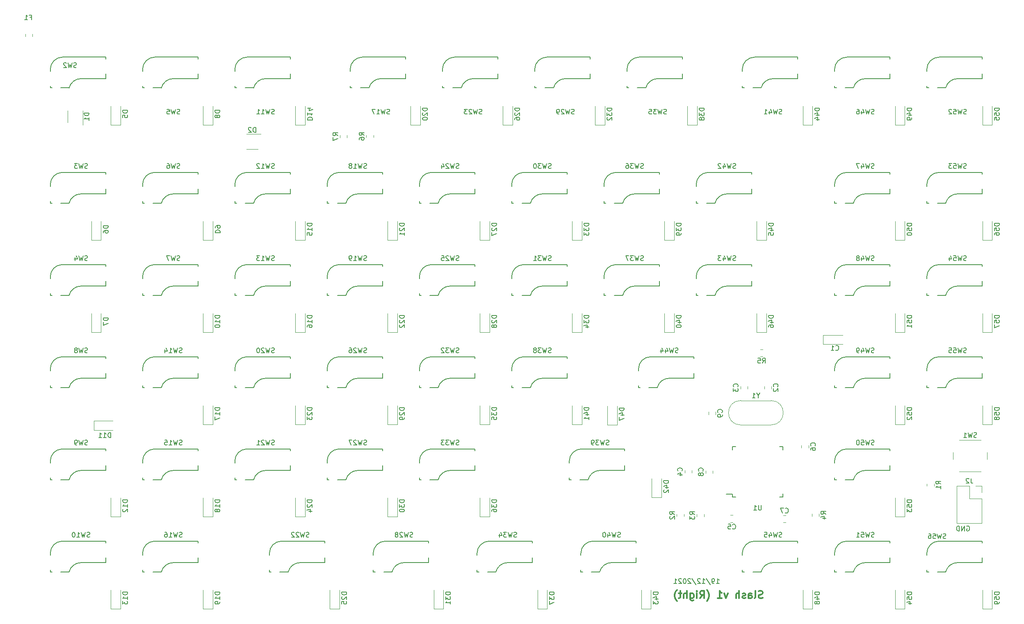
<source format=gbo>
G04 #@! TF.GenerationSoftware,KiCad,Pcbnew,5.1.12-1.fc34*
G04 #@! TF.CreationDate,2021-12-19T18:48:49+02:00*
G04 #@! TF.ProjectId,slash_right,736c6173-685f-4726-9967-68742e6b6963,rev?*
G04 #@! TF.SameCoordinates,Original*
G04 #@! TF.FileFunction,Legend,Bot*
G04 #@! TF.FilePolarity,Positive*
%FSLAX46Y46*%
G04 Gerber Fmt 4.6, Leading zero omitted, Abs format (unit mm)*
G04 Created by KiCad (PCBNEW 5.1.12-1.fc34) date 2021-12-19 18:48:49*
%MOMM*%
%LPD*%
G01*
G04 APERTURE LIST*
%ADD10C,0.150000*%
%ADD11C,0.300000*%
%ADD12C,0.120000*%
%ADD13R,2.550000X2.500000*%
%ADD14C,1.701800*%
%ADD15C,3.987800*%
%ADD16C,3.000000*%
%ADD17C,3.048000*%
%ADD18C,1.500000*%
%ADD19R,0.550000X1.500000*%
%ADD20R,1.500000X0.550000*%
%ADD21C,2.000000*%
%ADD22O,1.100000X2.400000*%
%ADD23C,1.100000*%
%ADD24R,1.100000X1.100000*%
%ADD25O,1.700000X1.700000*%
%ADD26R,1.700000X1.700000*%
%ADD27R,1.520000X1.520000*%
%ADD28C,2.500000*%
%ADD29C,1.520000*%
%ADD30R,1.200000X0.900000*%
%ADD31R,0.900000X1.200000*%
%ADD32R,1.400000X1.000000*%
%ADD33R,1.400000X1.200000*%
%ADD34R,1.000000X1.400000*%
%ADD35R,1.200000X1.400000*%
G04 APERTURE END LIST*
D10*
X195095238Y-147032380D02*
X195666666Y-147032380D01*
X195380952Y-147032380D02*
X195380952Y-146032380D01*
X195476190Y-146175238D01*
X195571428Y-146270476D01*
X195666666Y-146318095D01*
X194619047Y-147032380D02*
X194428571Y-147032380D01*
X194333333Y-146984761D01*
X194285714Y-146937142D01*
X194190476Y-146794285D01*
X194142857Y-146603809D01*
X194142857Y-146222857D01*
X194190476Y-146127619D01*
X194238095Y-146080000D01*
X194333333Y-146032380D01*
X194523809Y-146032380D01*
X194619047Y-146080000D01*
X194666666Y-146127619D01*
X194714285Y-146222857D01*
X194714285Y-146460952D01*
X194666666Y-146556190D01*
X194619047Y-146603809D01*
X194523809Y-146651428D01*
X194333333Y-146651428D01*
X194238095Y-146603809D01*
X194190476Y-146556190D01*
X194142857Y-146460952D01*
X193000000Y-145984761D02*
X193857142Y-147270476D01*
X192142857Y-147032380D02*
X192714285Y-147032380D01*
X192428571Y-147032380D02*
X192428571Y-146032380D01*
X192523809Y-146175238D01*
X192619047Y-146270476D01*
X192714285Y-146318095D01*
X191761904Y-146127619D02*
X191714285Y-146080000D01*
X191619047Y-146032380D01*
X191380952Y-146032380D01*
X191285714Y-146080000D01*
X191238095Y-146127619D01*
X191190476Y-146222857D01*
X191190476Y-146318095D01*
X191238095Y-146460952D01*
X191809523Y-147032380D01*
X191190476Y-147032380D01*
X190047619Y-145984761D02*
X190904761Y-147270476D01*
X189761904Y-146127619D02*
X189714285Y-146080000D01*
X189619047Y-146032380D01*
X189380952Y-146032380D01*
X189285714Y-146080000D01*
X189238095Y-146127619D01*
X189190476Y-146222857D01*
X189190476Y-146318095D01*
X189238095Y-146460952D01*
X189809523Y-147032380D01*
X189190476Y-147032380D01*
X188571428Y-146032380D02*
X188476190Y-146032380D01*
X188380952Y-146080000D01*
X188333333Y-146127619D01*
X188285714Y-146222857D01*
X188238095Y-146413333D01*
X188238095Y-146651428D01*
X188285714Y-146841904D01*
X188333333Y-146937142D01*
X188380952Y-146984761D01*
X188476190Y-147032380D01*
X188571428Y-147032380D01*
X188666666Y-146984761D01*
X188714285Y-146937142D01*
X188761904Y-146841904D01*
X188809523Y-146651428D01*
X188809523Y-146413333D01*
X188761904Y-146222857D01*
X188714285Y-146127619D01*
X188666666Y-146080000D01*
X188571428Y-146032380D01*
X187857142Y-146127619D02*
X187809523Y-146080000D01*
X187714285Y-146032380D01*
X187476190Y-146032380D01*
X187380952Y-146080000D01*
X187333333Y-146127619D01*
X187285714Y-146222857D01*
X187285714Y-146318095D01*
X187333333Y-146460952D01*
X187904761Y-147032380D01*
X187285714Y-147032380D01*
X186333333Y-147032380D02*
X186904761Y-147032380D01*
X186619047Y-147032380D02*
X186619047Y-146032380D01*
X186714285Y-146175238D01*
X186809523Y-146270476D01*
X186904761Y-146318095D01*
D11*
X204647142Y-150007142D02*
X204432857Y-150078571D01*
X204075714Y-150078571D01*
X203932857Y-150007142D01*
X203861428Y-149935714D01*
X203790000Y-149792857D01*
X203790000Y-149650000D01*
X203861428Y-149507142D01*
X203932857Y-149435714D01*
X204075714Y-149364285D01*
X204361428Y-149292857D01*
X204504285Y-149221428D01*
X204575714Y-149150000D01*
X204647142Y-149007142D01*
X204647142Y-148864285D01*
X204575714Y-148721428D01*
X204504285Y-148650000D01*
X204361428Y-148578571D01*
X204004285Y-148578571D01*
X203790000Y-148650000D01*
X202932857Y-150078571D02*
X203075714Y-150007142D01*
X203147142Y-149864285D01*
X203147142Y-148578571D01*
X201718571Y-150078571D02*
X201718571Y-149292857D01*
X201790000Y-149150000D01*
X201932857Y-149078571D01*
X202218571Y-149078571D01*
X202361428Y-149150000D01*
X201718571Y-150007142D02*
X201861428Y-150078571D01*
X202218571Y-150078571D01*
X202361428Y-150007142D01*
X202432857Y-149864285D01*
X202432857Y-149721428D01*
X202361428Y-149578571D01*
X202218571Y-149507142D01*
X201861428Y-149507142D01*
X201718571Y-149435714D01*
X201075714Y-150007142D02*
X200932857Y-150078571D01*
X200647142Y-150078571D01*
X200504285Y-150007142D01*
X200432857Y-149864285D01*
X200432857Y-149792857D01*
X200504285Y-149650000D01*
X200647142Y-149578571D01*
X200861428Y-149578571D01*
X201004285Y-149507142D01*
X201075714Y-149364285D01*
X201075714Y-149292857D01*
X201004285Y-149150000D01*
X200861428Y-149078571D01*
X200647142Y-149078571D01*
X200504285Y-149150000D01*
X199790000Y-150078571D02*
X199790000Y-148578571D01*
X199147142Y-150078571D02*
X199147142Y-149292857D01*
X199218571Y-149150000D01*
X199361428Y-149078571D01*
X199575714Y-149078571D01*
X199718571Y-149150000D01*
X199790000Y-149221428D01*
X197432857Y-149078571D02*
X197075714Y-150078571D01*
X196718571Y-149078571D01*
X195361428Y-150078571D02*
X196218571Y-150078571D01*
X195790000Y-150078571D02*
X195790000Y-148578571D01*
X195932857Y-148792857D01*
X196075714Y-148935714D01*
X196218571Y-149007142D01*
X193147142Y-150650000D02*
X193218571Y-150578571D01*
X193361428Y-150364285D01*
X193432857Y-150221428D01*
X193504285Y-150007142D01*
X193575714Y-149650000D01*
X193575714Y-149364285D01*
X193504285Y-149007142D01*
X193432857Y-148792857D01*
X193361428Y-148650000D01*
X193218571Y-148435714D01*
X193147142Y-148364285D01*
X191718571Y-150078571D02*
X192218571Y-149364285D01*
X192575714Y-150078571D02*
X192575714Y-148578571D01*
X192004285Y-148578571D01*
X191861428Y-148650000D01*
X191790000Y-148721428D01*
X191718571Y-148864285D01*
X191718571Y-149078571D01*
X191790000Y-149221428D01*
X191861428Y-149292857D01*
X192004285Y-149364285D01*
X192575714Y-149364285D01*
X191075714Y-150078571D02*
X191075714Y-149078571D01*
X191075714Y-148578571D02*
X191147142Y-148650000D01*
X191075714Y-148721428D01*
X191004285Y-148650000D01*
X191075714Y-148578571D01*
X191075714Y-148721428D01*
X189718571Y-149078571D02*
X189718571Y-150292857D01*
X189790000Y-150435714D01*
X189861428Y-150507142D01*
X190004285Y-150578571D01*
X190218571Y-150578571D01*
X190361428Y-150507142D01*
X189718571Y-150007142D02*
X189861428Y-150078571D01*
X190147142Y-150078571D01*
X190290000Y-150007142D01*
X190361428Y-149935714D01*
X190432857Y-149792857D01*
X190432857Y-149364285D01*
X190361428Y-149221428D01*
X190290000Y-149150000D01*
X190147142Y-149078571D01*
X189861428Y-149078571D01*
X189718571Y-149150000D01*
X189004285Y-150078571D02*
X189004285Y-148578571D01*
X188361428Y-150078571D02*
X188361428Y-149292857D01*
X188432857Y-149150000D01*
X188575714Y-149078571D01*
X188790000Y-149078571D01*
X188932857Y-149150000D01*
X189004285Y-149221428D01*
X187861428Y-149078571D02*
X187290000Y-149078571D01*
X187647142Y-148578571D02*
X187647142Y-149864285D01*
X187575714Y-150007142D01*
X187432857Y-150078571D01*
X187290000Y-150078571D01*
X186932857Y-150650000D02*
X186861428Y-150578571D01*
X186718571Y-150364285D01*
X186647142Y-150221428D01*
X186575714Y-150007142D01*
X186504285Y-149650000D01*
X186504285Y-149364285D01*
X186575714Y-149007142D01*
X186647142Y-148792857D01*
X186718571Y-148650000D01*
X186861428Y-148435714D01*
X186932857Y-148364285D01*
D10*
X246781904Y-135200000D02*
X246877142Y-135152380D01*
X247020000Y-135152380D01*
X247162857Y-135200000D01*
X247258095Y-135295238D01*
X247305714Y-135390476D01*
X247353333Y-135580952D01*
X247353333Y-135723809D01*
X247305714Y-135914285D01*
X247258095Y-136009523D01*
X247162857Y-136104761D01*
X247020000Y-136152380D01*
X246924761Y-136152380D01*
X246781904Y-136104761D01*
X246734285Y-136057142D01*
X246734285Y-135723809D01*
X246924761Y-135723809D01*
X246305714Y-136152380D02*
X246305714Y-135152380D01*
X245734285Y-136152380D01*
X245734285Y-135152380D01*
X245258095Y-136152380D02*
X245258095Y-135152380D01*
X245020000Y-135152380D01*
X244877142Y-135200000D01*
X244781904Y-135295238D01*
X244734285Y-135390476D01*
X244686666Y-135580952D01*
X244686666Y-135723809D01*
X244734285Y-135914285D01*
X244781904Y-136009523D01*
X244877142Y-136104761D01*
X245020000Y-136152380D01*
X245258095Y-136152380D01*
X114233750Y-138277500D02*
X114233750Y-138658500D01*
X105343750Y-138277500D02*
X114233750Y-138277500D01*
X102803750Y-140817500D02*
X102803750Y-141198500D01*
X103184750Y-144627500D02*
X102803750Y-144627500D01*
X106689588Y-144627500D02*
X104962750Y-144627500D01*
X114233750Y-142722500D02*
X109153750Y-142722500D01*
X114233750Y-141706500D02*
X114233750Y-142722500D01*
X102803750Y-144246500D02*
X102803750Y-144627500D01*
X106689588Y-144646460D02*
G75*
G02*
X109153750Y-142722500I2464162J-616040D01*
G01*
X102803750Y-140817500D02*
G75*
G02*
X105343750Y-138277500I2540000J0D01*
G01*
D12*
X194935000Y-112111252D02*
X194935000Y-111588748D01*
X193465000Y-112111252D02*
X193465000Y-111588748D01*
X201535000Y-106301248D02*
X201535000Y-106823752D01*
X200065000Y-106301248D02*
X200065000Y-106823752D01*
X206365000Y-114275000D02*
X200115000Y-114275000D01*
X206365000Y-109225000D02*
X200115000Y-109225000D01*
X200115000Y-114275000D02*
G75*
G02*
X200115000Y-109225000I0J2525000D01*
G01*
X206365000Y-114275000D02*
G75*
G03*
X206365000Y-109225000I0J2525000D01*
G01*
D10*
X198425000Y-128550000D02*
X197150000Y-128550000D01*
X208775000Y-129125000D02*
X208100000Y-129125000D01*
X208775000Y-118775000D02*
X208100000Y-118775000D01*
X198425000Y-118775000D02*
X199100000Y-118775000D01*
X198425000Y-129125000D02*
X199100000Y-129125000D01*
X198425000Y-118775000D02*
X198425000Y-119450000D01*
X208775000Y-118775000D02*
X208775000Y-119450000D01*
X208775000Y-129125000D02*
X208775000Y-128450000D01*
X198425000Y-129125000D02*
X198425000Y-128550000D01*
X249965000Y-138277500D02*
X249965000Y-138658500D01*
X241075000Y-138277500D02*
X249965000Y-138277500D01*
X238535000Y-140817500D02*
X238535000Y-141198500D01*
X238916000Y-144627500D02*
X238535000Y-144627500D01*
X242420838Y-144627500D02*
X240694000Y-144627500D01*
X249965000Y-142722500D02*
X244885000Y-142722500D01*
X249965000Y-141706500D02*
X249965000Y-142722500D01*
X238535000Y-144246500D02*
X238535000Y-144627500D01*
X242420838Y-144646460D02*
G75*
G02*
X244885000Y-142722500I2464162J-616040D01*
G01*
X238535000Y-140817500D02*
G75*
G02*
X241075000Y-138277500I2540000J0D01*
G01*
X249965000Y-100177500D02*
X249965000Y-100558500D01*
X241075000Y-100177500D02*
X249965000Y-100177500D01*
X238535000Y-102717500D02*
X238535000Y-103098500D01*
X238916000Y-106527500D02*
X238535000Y-106527500D01*
X242420838Y-106527500D02*
X240694000Y-106527500D01*
X249965000Y-104622500D02*
X244885000Y-104622500D01*
X249965000Y-103606500D02*
X249965000Y-104622500D01*
X238535000Y-106146500D02*
X238535000Y-106527500D01*
X242420838Y-106546460D02*
G75*
G02*
X244885000Y-104622500I2464162J-616040D01*
G01*
X238535000Y-102717500D02*
G75*
G02*
X241075000Y-100177500I2540000J0D01*
G01*
X249965000Y-81127500D02*
X249965000Y-81508500D01*
X241075000Y-81127500D02*
X249965000Y-81127500D01*
X238535000Y-83667500D02*
X238535000Y-84048500D01*
X238916000Y-87477500D02*
X238535000Y-87477500D01*
X242420838Y-87477500D02*
X240694000Y-87477500D01*
X249965000Y-85572500D02*
X244885000Y-85572500D01*
X249965000Y-84556500D02*
X249965000Y-85572500D01*
X238535000Y-87096500D02*
X238535000Y-87477500D01*
X242420838Y-87496460D02*
G75*
G02*
X244885000Y-85572500I2464162J-616040D01*
G01*
X238535000Y-83667500D02*
G75*
G02*
X241075000Y-81127500I2540000J0D01*
G01*
X249965000Y-62077500D02*
X249965000Y-62458500D01*
X241075000Y-62077500D02*
X249965000Y-62077500D01*
X238535000Y-64617500D02*
X238535000Y-64998500D01*
X238916000Y-68427500D02*
X238535000Y-68427500D01*
X242420838Y-68427500D02*
X240694000Y-68427500D01*
X249965000Y-66522500D02*
X244885000Y-66522500D01*
X249965000Y-65506500D02*
X249965000Y-66522500D01*
X238535000Y-68046500D02*
X238535000Y-68427500D01*
X242420838Y-68446460D02*
G75*
G02*
X244885000Y-66522500I2464162J-616040D01*
G01*
X238535000Y-64617500D02*
G75*
G02*
X241075000Y-62077500I2540000J0D01*
G01*
X249965000Y-38265000D02*
X249965000Y-38646000D01*
X241075000Y-38265000D02*
X249965000Y-38265000D01*
X238535000Y-40805000D02*
X238535000Y-41186000D01*
X238916000Y-44615000D02*
X238535000Y-44615000D01*
X242420838Y-44615000D02*
X240694000Y-44615000D01*
X249965000Y-42710000D02*
X244885000Y-42710000D01*
X249965000Y-41694000D02*
X249965000Y-42710000D01*
X238535000Y-44234000D02*
X238535000Y-44615000D01*
X242420838Y-44633960D02*
G75*
G02*
X244885000Y-42710000I2464162J-616040D01*
G01*
X238535000Y-40805000D02*
G75*
G02*
X241075000Y-38265000I2540000J0D01*
G01*
X230915000Y-138277500D02*
X230915000Y-138658500D01*
X222025000Y-138277500D02*
X230915000Y-138277500D01*
X219485000Y-140817500D02*
X219485000Y-141198500D01*
X219866000Y-144627500D02*
X219485000Y-144627500D01*
X223370838Y-144627500D02*
X221644000Y-144627500D01*
X230915000Y-142722500D02*
X225835000Y-142722500D01*
X230915000Y-141706500D02*
X230915000Y-142722500D01*
X219485000Y-144246500D02*
X219485000Y-144627500D01*
X223370838Y-144646460D02*
G75*
G02*
X225835000Y-142722500I2464162J-616040D01*
G01*
X219485000Y-140817500D02*
G75*
G02*
X222025000Y-138277500I2540000J0D01*
G01*
X230915000Y-119227500D02*
X230915000Y-119608500D01*
X222025000Y-119227500D02*
X230915000Y-119227500D01*
X219485000Y-121767500D02*
X219485000Y-122148500D01*
X219866000Y-125577500D02*
X219485000Y-125577500D01*
X223370838Y-125577500D02*
X221644000Y-125577500D01*
X230915000Y-123672500D02*
X225835000Y-123672500D01*
X230915000Y-122656500D02*
X230915000Y-123672500D01*
X219485000Y-125196500D02*
X219485000Y-125577500D01*
X223370838Y-125596460D02*
G75*
G02*
X225835000Y-123672500I2464162J-616040D01*
G01*
X219485000Y-121767500D02*
G75*
G02*
X222025000Y-119227500I2540000J0D01*
G01*
X230915000Y-100177500D02*
X230915000Y-100558500D01*
X222025000Y-100177500D02*
X230915000Y-100177500D01*
X219485000Y-102717500D02*
X219485000Y-103098500D01*
X219866000Y-106527500D02*
X219485000Y-106527500D01*
X223370838Y-106527500D02*
X221644000Y-106527500D01*
X230915000Y-104622500D02*
X225835000Y-104622500D01*
X230915000Y-103606500D02*
X230915000Y-104622500D01*
X219485000Y-106146500D02*
X219485000Y-106527500D01*
X223370838Y-106546460D02*
G75*
G02*
X225835000Y-104622500I2464162J-616040D01*
G01*
X219485000Y-102717500D02*
G75*
G02*
X222025000Y-100177500I2540000J0D01*
G01*
X230915000Y-81127500D02*
X230915000Y-81508500D01*
X222025000Y-81127500D02*
X230915000Y-81127500D01*
X219485000Y-83667500D02*
X219485000Y-84048500D01*
X219866000Y-87477500D02*
X219485000Y-87477500D01*
X223370838Y-87477500D02*
X221644000Y-87477500D01*
X230915000Y-85572500D02*
X225835000Y-85572500D01*
X230915000Y-84556500D02*
X230915000Y-85572500D01*
X219485000Y-87096500D02*
X219485000Y-87477500D01*
X223370838Y-87496460D02*
G75*
G02*
X225835000Y-85572500I2464162J-616040D01*
G01*
X219485000Y-83667500D02*
G75*
G02*
X222025000Y-81127500I2540000J0D01*
G01*
X230915000Y-62077500D02*
X230915000Y-62458500D01*
X222025000Y-62077500D02*
X230915000Y-62077500D01*
X219485000Y-64617500D02*
X219485000Y-64998500D01*
X219866000Y-68427500D02*
X219485000Y-68427500D01*
X223370838Y-68427500D02*
X221644000Y-68427500D01*
X230915000Y-66522500D02*
X225835000Y-66522500D01*
X230915000Y-65506500D02*
X230915000Y-66522500D01*
X219485000Y-68046500D02*
X219485000Y-68427500D01*
X223370838Y-68446460D02*
G75*
G02*
X225835000Y-66522500I2464162J-616040D01*
G01*
X219485000Y-64617500D02*
G75*
G02*
X222025000Y-62077500I2540000J0D01*
G01*
X230915000Y-38265000D02*
X230915000Y-38646000D01*
X222025000Y-38265000D02*
X230915000Y-38265000D01*
X219485000Y-40805000D02*
X219485000Y-41186000D01*
X219866000Y-44615000D02*
X219485000Y-44615000D01*
X223370838Y-44615000D02*
X221644000Y-44615000D01*
X230915000Y-42710000D02*
X225835000Y-42710000D01*
X230915000Y-41694000D02*
X230915000Y-42710000D01*
X219485000Y-44234000D02*
X219485000Y-44615000D01*
X223370838Y-44633960D02*
G75*
G02*
X225835000Y-42710000I2464162J-616040D01*
G01*
X219485000Y-40805000D02*
G75*
G02*
X222025000Y-38265000I2540000J0D01*
G01*
X211865000Y-138277500D02*
X211865000Y-138658500D01*
X202975000Y-138277500D02*
X211865000Y-138277500D01*
X200435000Y-140817500D02*
X200435000Y-141198500D01*
X200816000Y-144627500D02*
X200435000Y-144627500D01*
X204320838Y-144627500D02*
X202594000Y-144627500D01*
X211865000Y-142722500D02*
X206785000Y-142722500D01*
X211865000Y-141706500D02*
X211865000Y-142722500D01*
X200435000Y-144246500D02*
X200435000Y-144627500D01*
X204320838Y-144646460D02*
G75*
G02*
X206785000Y-142722500I2464162J-616040D01*
G01*
X200435000Y-140817500D02*
G75*
G02*
X202975000Y-138277500I2540000J0D01*
G01*
X190433750Y-100177500D02*
X190433750Y-100558500D01*
X181543750Y-100177500D02*
X190433750Y-100177500D01*
X179003750Y-102717500D02*
X179003750Y-103098500D01*
X179384750Y-106527500D02*
X179003750Y-106527500D01*
X182889588Y-106527500D02*
X181162750Y-106527500D01*
X190433750Y-104622500D02*
X185353750Y-104622500D01*
X190433750Y-103606500D02*
X190433750Y-104622500D01*
X179003750Y-106146500D02*
X179003750Y-106527500D01*
X182889588Y-106546460D02*
G75*
G02*
X185353750Y-104622500I2464162J-616040D01*
G01*
X179003750Y-102717500D02*
G75*
G02*
X181543750Y-100177500I2540000J0D01*
G01*
X202340000Y-81127500D02*
X202340000Y-81508500D01*
X193450000Y-81127500D02*
X202340000Y-81127500D01*
X190910000Y-83667500D02*
X190910000Y-84048500D01*
X191291000Y-87477500D02*
X190910000Y-87477500D01*
X194795838Y-87477500D02*
X193069000Y-87477500D01*
X202340000Y-85572500D02*
X197260000Y-85572500D01*
X202340000Y-84556500D02*
X202340000Y-85572500D01*
X190910000Y-87096500D02*
X190910000Y-87477500D01*
X194795838Y-87496460D02*
G75*
G02*
X197260000Y-85572500I2464162J-616040D01*
G01*
X190910000Y-83667500D02*
G75*
G02*
X193450000Y-81127500I2540000J0D01*
G01*
X202340000Y-62077500D02*
X202340000Y-62458500D01*
X193450000Y-62077500D02*
X202340000Y-62077500D01*
X190910000Y-64617500D02*
X190910000Y-64998500D01*
X191291000Y-68427500D02*
X190910000Y-68427500D01*
X194795838Y-68427500D02*
X193069000Y-68427500D01*
X202340000Y-66522500D02*
X197260000Y-66522500D01*
X202340000Y-65506500D02*
X202340000Y-66522500D01*
X190910000Y-68046500D02*
X190910000Y-68427500D01*
X194795838Y-68446460D02*
G75*
G02*
X197260000Y-66522500I2464162J-616040D01*
G01*
X190910000Y-64617500D02*
G75*
G02*
X193450000Y-62077500I2540000J0D01*
G01*
X211865000Y-38265000D02*
X211865000Y-38646000D01*
X202975000Y-38265000D02*
X211865000Y-38265000D01*
X200435000Y-40805000D02*
X200435000Y-41186000D01*
X200816000Y-44615000D02*
X200435000Y-44615000D01*
X204320838Y-44615000D02*
X202594000Y-44615000D01*
X211865000Y-42710000D02*
X206785000Y-42710000D01*
X211865000Y-41694000D02*
X211865000Y-42710000D01*
X200435000Y-44234000D02*
X200435000Y-44615000D01*
X204320838Y-44633960D02*
G75*
G02*
X206785000Y-42710000I2464162J-616040D01*
G01*
X200435000Y-40805000D02*
G75*
G02*
X202975000Y-38265000I2540000J0D01*
G01*
X178527500Y-138277500D02*
X178527500Y-138658500D01*
X169637500Y-138277500D02*
X178527500Y-138277500D01*
X167097500Y-140817500D02*
X167097500Y-141198500D01*
X167478500Y-144627500D02*
X167097500Y-144627500D01*
X170983338Y-144627500D02*
X169256500Y-144627500D01*
X178527500Y-142722500D02*
X173447500Y-142722500D01*
X178527500Y-141706500D02*
X178527500Y-142722500D01*
X167097500Y-144246500D02*
X167097500Y-144627500D01*
X170983338Y-144646460D02*
G75*
G02*
X173447500Y-142722500I2464162J-616040D01*
G01*
X167097500Y-140817500D02*
G75*
G02*
X169637500Y-138277500I2540000J0D01*
G01*
X176146250Y-119227500D02*
X176146250Y-119608500D01*
X167256250Y-119227500D02*
X176146250Y-119227500D01*
X164716250Y-121767500D02*
X164716250Y-122148500D01*
X165097250Y-125577500D02*
X164716250Y-125577500D01*
X168602088Y-125577500D02*
X166875250Y-125577500D01*
X176146250Y-123672500D02*
X171066250Y-123672500D01*
X176146250Y-122656500D02*
X176146250Y-123672500D01*
X164716250Y-125196500D02*
X164716250Y-125577500D01*
X168602088Y-125596460D02*
G75*
G02*
X171066250Y-123672500I2464162J-616040D01*
G01*
X164716250Y-121767500D02*
G75*
G02*
X167256250Y-119227500I2540000J0D01*
G01*
X164240000Y-100177500D02*
X164240000Y-100558500D01*
X155350000Y-100177500D02*
X164240000Y-100177500D01*
X152810000Y-102717500D02*
X152810000Y-103098500D01*
X153191000Y-106527500D02*
X152810000Y-106527500D01*
X156695838Y-106527500D02*
X154969000Y-106527500D01*
X164240000Y-104622500D02*
X159160000Y-104622500D01*
X164240000Y-103606500D02*
X164240000Y-104622500D01*
X152810000Y-106146500D02*
X152810000Y-106527500D01*
X156695838Y-106546460D02*
G75*
G02*
X159160000Y-104622500I2464162J-616040D01*
G01*
X152810000Y-102717500D02*
G75*
G02*
X155350000Y-100177500I2540000J0D01*
G01*
X183290000Y-81127500D02*
X183290000Y-81508500D01*
X174400000Y-81127500D02*
X183290000Y-81127500D01*
X171860000Y-83667500D02*
X171860000Y-84048500D01*
X172241000Y-87477500D02*
X171860000Y-87477500D01*
X175745838Y-87477500D02*
X174019000Y-87477500D01*
X183290000Y-85572500D02*
X178210000Y-85572500D01*
X183290000Y-84556500D02*
X183290000Y-85572500D01*
X171860000Y-87096500D02*
X171860000Y-87477500D01*
X175745838Y-87496460D02*
G75*
G02*
X178210000Y-85572500I2464162J-616040D01*
G01*
X171860000Y-83667500D02*
G75*
G02*
X174400000Y-81127500I2540000J0D01*
G01*
X183290000Y-62077500D02*
X183290000Y-62458500D01*
X174400000Y-62077500D02*
X183290000Y-62077500D01*
X171860000Y-64617500D02*
X171860000Y-64998500D01*
X172241000Y-68427500D02*
X171860000Y-68427500D01*
X175745838Y-68427500D02*
X174019000Y-68427500D01*
X183290000Y-66522500D02*
X178210000Y-66522500D01*
X183290000Y-65506500D02*
X183290000Y-66522500D01*
X171860000Y-68046500D02*
X171860000Y-68427500D01*
X175745838Y-68446460D02*
G75*
G02*
X178210000Y-66522500I2464162J-616040D01*
G01*
X171860000Y-64617500D02*
G75*
G02*
X174400000Y-62077500I2540000J0D01*
G01*
X188052500Y-38265000D02*
X188052500Y-38646000D01*
X179162500Y-38265000D02*
X188052500Y-38265000D01*
X176622500Y-40805000D02*
X176622500Y-41186000D01*
X177003500Y-44615000D02*
X176622500Y-44615000D01*
X180508338Y-44615000D02*
X178781500Y-44615000D01*
X188052500Y-42710000D02*
X182972500Y-42710000D01*
X188052500Y-41694000D02*
X188052500Y-42710000D01*
X176622500Y-44234000D02*
X176622500Y-44615000D01*
X180508338Y-44633960D02*
G75*
G02*
X182972500Y-42710000I2464162J-616040D01*
G01*
X176622500Y-40805000D02*
G75*
G02*
X179162500Y-38265000I2540000J0D01*
G01*
X157096250Y-138277500D02*
X157096250Y-138658500D01*
X148206250Y-138277500D02*
X157096250Y-138277500D01*
X145666250Y-140817500D02*
X145666250Y-141198500D01*
X146047250Y-144627500D02*
X145666250Y-144627500D01*
X149552088Y-144627500D02*
X147825250Y-144627500D01*
X157096250Y-142722500D02*
X152016250Y-142722500D01*
X157096250Y-141706500D02*
X157096250Y-142722500D01*
X145666250Y-144246500D02*
X145666250Y-144627500D01*
X149552088Y-144646460D02*
G75*
G02*
X152016250Y-142722500I2464162J-616040D01*
G01*
X145666250Y-140817500D02*
G75*
G02*
X148206250Y-138277500I2540000J0D01*
G01*
X145190000Y-119227500D02*
X145190000Y-119608500D01*
X136300000Y-119227500D02*
X145190000Y-119227500D01*
X133760000Y-121767500D02*
X133760000Y-122148500D01*
X134141000Y-125577500D02*
X133760000Y-125577500D01*
X137645838Y-125577500D02*
X135919000Y-125577500D01*
X145190000Y-123672500D02*
X140110000Y-123672500D01*
X145190000Y-122656500D02*
X145190000Y-123672500D01*
X133760000Y-125196500D02*
X133760000Y-125577500D01*
X137645838Y-125596460D02*
G75*
G02*
X140110000Y-123672500I2464162J-616040D01*
G01*
X133760000Y-121767500D02*
G75*
G02*
X136300000Y-119227500I2540000J0D01*
G01*
X145190000Y-100177500D02*
X145190000Y-100558500D01*
X136300000Y-100177500D02*
X145190000Y-100177500D01*
X133760000Y-102717500D02*
X133760000Y-103098500D01*
X134141000Y-106527500D02*
X133760000Y-106527500D01*
X137645838Y-106527500D02*
X135919000Y-106527500D01*
X145190000Y-104622500D02*
X140110000Y-104622500D01*
X145190000Y-103606500D02*
X145190000Y-104622500D01*
X133760000Y-106146500D02*
X133760000Y-106527500D01*
X137645838Y-106546460D02*
G75*
G02*
X140110000Y-104622500I2464162J-616040D01*
G01*
X133760000Y-102717500D02*
G75*
G02*
X136300000Y-100177500I2540000J0D01*
G01*
X164240000Y-81127500D02*
X164240000Y-81508500D01*
X155350000Y-81127500D02*
X164240000Y-81127500D01*
X152810000Y-83667500D02*
X152810000Y-84048500D01*
X153191000Y-87477500D02*
X152810000Y-87477500D01*
X156695838Y-87477500D02*
X154969000Y-87477500D01*
X164240000Y-85572500D02*
X159160000Y-85572500D01*
X164240000Y-84556500D02*
X164240000Y-85572500D01*
X152810000Y-87096500D02*
X152810000Y-87477500D01*
X156695838Y-87496460D02*
G75*
G02*
X159160000Y-85572500I2464162J-616040D01*
G01*
X152810000Y-83667500D02*
G75*
G02*
X155350000Y-81127500I2540000J0D01*
G01*
X164240000Y-62077500D02*
X164240000Y-62458500D01*
X155350000Y-62077500D02*
X164240000Y-62077500D01*
X152810000Y-64617500D02*
X152810000Y-64998500D01*
X153191000Y-68427500D02*
X152810000Y-68427500D01*
X156695838Y-68427500D02*
X154969000Y-68427500D01*
X164240000Y-66522500D02*
X159160000Y-66522500D01*
X164240000Y-65506500D02*
X164240000Y-66522500D01*
X152810000Y-68046500D02*
X152810000Y-68427500D01*
X156695838Y-68446460D02*
G75*
G02*
X159160000Y-66522500I2464162J-616040D01*
G01*
X152810000Y-64617500D02*
G75*
G02*
X155350000Y-62077500I2540000J0D01*
G01*
X169002500Y-38265000D02*
X169002500Y-38646000D01*
X160112500Y-38265000D02*
X169002500Y-38265000D01*
X157572500Y-40805000D02*
X157572500Y-41186000D01*
X157953500Y-44615000D02*
X157572500Y-44615000D01*
X161458338Y-44615000D02*
X159731500Y-44615000D01*
X169002500Y-42710000D02*
X163922500Y-42710000D01*
X169002500Y-41694000D02*
X169002500Y-42710000D01*
X157572500Y-44234000D02*
X157572500Y-44615000D01*
X161458338Y-44633960D02*
G75*
G02*
X163922500Y-42710000I2464162J-616040D01*
G01*
X157572500Y-40805000D02*
G75*
G02*
X160112500Y-38265000I2540000J0D01*
G01*
X135665000Y-138277500D02*
X135665000Y-138658500D01*
X126775000Y-138277500D02*
X135665000Y-138277500D01*
X124235000Y-140817500D02*
X124235000Y-141198500D01*
X124616000Y-144627500D02*
X124235000Y-144627500D01*
X128120838Y-144627500D02*
X126394000Y-144627500D01*
X135665000Y-142722500D02*
X130585000Y-142722500D01*
X135665000Y-141706500D02*
X135665000Y-142722500D01*
X124235000Y-144246500D02*
X124235000Y-144627500D01*
X128120838Y-144646460D02*
G75*
G02*
X130585000Y-142722500I2464162J-616040D01*
G01*
X124235000Y-140817500D02*
G75*
G02*
X126775000Y-138277500I2540000J0D01*
G01*
X126140000Y-119227500D02*
X126140000Y-119608500D01*
X117250000Y-119227500D02*
X126140000Y-119227500D01*
X114710000Y-121767500D02*
X114710000Y-122148500D01*
X115091000Y-125577500D02*
X114710000Y-125577500D01*
X118595838Y-125577500D02*
X116869000Y-125577500D01*
X126140000Y-123672500D02*
X121060000Y-123672500D01*
X126140000Y-122656500D02*
X126140000Y-123672500D01*
X114710000Y-125196500D02*
X114710000Y-125577500D01*
X118595838Y-125596460D02*
G75*
G02*
X121060000Y-123672500I2464162J-616040D01*
G01*
X114710000Y-121767500D02*
G75*
G02*
X117250000Y-119227500I2540000J0D01*
G01*
X126140000Y-100177500D02*
X126140000Y-100558500D01*
X117250000Y-100177500D02*
X126140000Y-100177500D01*
X114710000Y-102717500D02*
X114710000Y-103098500D01*
X115091000Y-106527500D02*
X114710000Y-106527500D01*
X118595838Y-106527500D02*
X116869000Y-106527500D01*
X126140000Y-104622500D02*
X121060000Y-104622500D01*
X126140000Y-103606500D02*
X126140000Y-104622500D01*
X114710000Y-106146500D02*
X114710000Y-106527500D01*
X118595838Y-106546460D02*
G75*
G02*
X121060000Y-104622500I2464162J-616040D01*
G01*
X114710000Y-102717500D02*
G75*
G02*
X117250000Y-100177500I2540000J0D01*
G01*
X145190000Y-81127500D02*
X145190000Y-81508500D01*
X136300000Y-81127500D02*
X145190000Y-81127500D01*
X133760000Y-83667500D02*
X133760000Y-84048500D01*
X134141000Y-87477500D02*
X133760000Y-87477500D01*
X137645838Y-87477500D02*
X135919000Y-87477500D01*
X145190000Y-85572500D02*
X140110000Y-85572500D01*
X145190000Y-84556500D02*
X145190000Y-85572500D01*
X133760000Y-87096500D02*
X133760000Y-87477500D01*
X137645838Y-87496460D02*
G75*
G02*
X140110000Y-85572500I2464162J-616040D01*
G01*
X133760000Y-83667500D02*
G75*
G02*
X136300000Y-81127500I2540000J0D01*
G01*
X145190000Y-62077500D02*
X145190000Y-62458500D01*
X136300000Y-62077500D02*
X145190000Y-62077500D01*
X133760000Y-64617500D02*
X133760000Y-64998500D01*
X134141000Y-68427500D02*
X133760000Y-68427500D01*
X137645838Y-68427500D02*
X135919000Y-68427500D01*
X145190000Y-66522500D02*
X140110000Y-66522500D01*
X145190000Y-65506500D02*
X145190000Y-66522500D01*
X133760000Y-68046500D02*
X133760000Y-68427500D01*
X137645838Y-68446460D02*
G75*
G02*
X140110000Y-66522500I2464162J-616040D01*
G01*
X133760000Y-64617500D02*
G75*
G02*
X136300000Y-62077500I2540000J0D01*
G01*
X149952500Y-38265000D02*
X149952500Y-38646000D01*
X141062500Y-38265000D02*
X149952500Y-38265000D01*
X138522500Y-40805000D02*
X138522500Y-41186000D01*
X138903500Y-44615000D02*
X138522500Y-44615000D01*
X142408338Y-44615000D02*
X140681500Y-44615000D01*
X149952500Y-42710000D02*
X144872500Y-42710000D01*
X149952500Y-41694000D02*
X149952500Y-42710000D01*
X138522500Y-44234000D02*
X138522500Y-44615000D01*
X142408338Y-44633960D02*
G75*
G02*
X144872500Y-42710000I2464162J-616040D01*
G01*
X138522500Y-40805000D02*
G75*
G02*
X141062500Y-38265000I2540000J0D01*
G01*
X107090000Y-119227500D02*
X107090000Y-119608500D01*
X98200000Y-119227500D02*
X107090000Y-119227500D01*
X95660000Y-121767500D02*
X95660000Y-122148500D01*
X96041000Y-125577500D02*
X95660000Y-125577500D01*
X99545838Y-125577500D02*
X97819000Y-125577500D01*
X107090000Y-123672500D02*
X102010000Y-123672500D01*
X107090000Y-122656500D02*
X107090000Y-123672500D01*
X95660000Y-125196500D02*
X95660000Y-125577500D01*
X99545838Y-125596460D02*
G75*
G02*
X102010000Y-123672500I2464162J-616040D01*
G01*
X95660000Y-121767500D02*
G75*
G02*
X98200000Y-119227500I2540000J0D01*
G01*
X107090000Y-100177500D02*
X107090000Y-100558500D01*
X98200000Y-100177500D02*
X107090000Y-100177500D01*
X95660000Y-102717500D02*
X95660000Y-103098500D01*
X96041000Y-106527500D02*
X95660000Y-106527500D01*
X99545838Y-106527500D02*
X97819000Y-106527500D01*
X107090000Y-104622500D02*
X102010000Y-104622500D01*
X107090000Y-103606500D02*
X107090000Y-104622500D01*
X95660000Y-106146500D02*
X95660000Y-106527500D01*
X99545838Y-106546460D02*
G75*
G02*
X102010000Y-104622500I2464162J-616040D01*
G01*
X95660000Y-102717500D02*
G75*
G02*
X98200000Y-100177500I2540000J0D01*
G01*
X126140000Y-81127500D02*
X126140000Y-81508500D01*
X117250000Y-81127500D02*
X126140000Y-81127500D01*
X114710000Y-83667500D02*
X114710000Y-84048500D01*
X115091000Y-87477500D02*
X114710000Y-87477500D01*
X118595838Y-87477500D02*
X116869000Y-87477500D01*
X126140000Y-85572500D02*
X121060000Y-85572500D01*
X126140000Y-84556500D02*
X126140000Y-85572500D01*
X114710000Y-87096500D02*
X114710000Y-87477500D01*
X118595838Y-87496460D02*
G75*
G02*
X121060000Y-85572500I2464162J-616040D01*
G01*
X114710000Y-83667500D02*
G75*
G02*
X117250000Y-81127500I2540000J0D01*
G01*
X126140000Y-62077500D02*
X126140000Y-62458500D01*
X117250000Y-62077500D02*
X126140000Y-62077500D01*
X114710000Y-64617500D02*
X114710000Y-64998500D01*
X115091000Y-68427500D02*
X114710000Y-68427500D01*
X118595838Y-68427500D02*
X116869000Y-68427500D01*
X126140000Y-66522500D02*
X121060000Y-66522500D01*
X126140000Y-65506500D02*
X126140000Y-66522500D01*
X114710000Y-68046500D02*
X114710000Y-68427500D01*
X118595838Y-68446460D02*
G75*
G02*
X121060000Y-66522500I2464162J-616040D01*
G01*
X114710000Y-64617500D02*
G75*
G02*
X117250000Y-62077500I2540000J0D01*
G01*
X130902500Y-38265000D02*
X130902500Y-38646000D01*
X122012500Y-38265000D02*
X130902500Y-38265000D01*
X119472500Y-40805000D02*
X119472500Y-41186000D01*
X119853500Y-44615000D02*
X119472500Y-44615000D01*
X123358338Y-44615000D02*
X121631500Y-44615000D01*
X130902500Y-42710000D02*
X125822500Y-42710000D01*
X130902500Y-41694000D02*
X130902500Y-42710000D01*
X119472500Y-44234000D02*
X119472500Y-44615000D01*
X123358338Y-44633960D02*
G75*
G02*
X125822500Y-42710000I2464162J-616040D01*
G01*
X119472500Y-40805000D02*
G75*
G02*
X122012500Y-38265000I2540000J0D01*
G01*
X88040000Y-138277500D02*
X88040000Y-138658500D01*
X79150000Y-138277500D02*
X88040000Y-138277500D01*
X76610000Y-140817500D02*
X76610000Y-141198500D01*
X76991000Y-144627500D02*
X76610000Y-144627500D01*
X80495838Y-144627500D02*
X78769000Y-144627500D01*
X88040000Y-142722500D02*
X82960000Y-142722500D01*
X88040000Y-141706500D02*
X88040000Y-142722500D01*
X76610000Y-144246500D02*
X76610000Y-144627500D01*
X80495838Y-144646460D02*
G75*
G02*
X82960000Y-142722500I2464162J-616040D01*
G01*
X76610000Y-140817500D02*
G75*
G02*
X79150000Y-138277500I2540000J0D01*
G01*
X88040000Y-119227500D02*
X88040000Y-119608500D01*
X79150000Y-119227500D02*
X88040000Y-119227500D01*
X76610000Y-121767500D02*
X76610000Y-122148500D01*
X76991000Y-125577500D02*
X76610000Y-125577500D01*
X80495838Y-125577500D02*
X78769000Y-125577500D01*
X88040000Y-123672500D02*
X82960000Y-123672500D01*
X88040000Y-122656500D02*
X88040000Y-123672500D01*
X76610000Y-125196500D02*
X76610000Y-125577500D01*
X80495838Y-125596460D02*
G75*
G02*
X82960000Y-123672500I2464162J-616040D01*
G01*
X76610000Y-121767500D02*
G75*
G02*
X79150000Y-119227500I2540000J0D01*
G01*
X88040000Y-100177500D02*
X88040000Y-100558500D01*
X79150000Y-100177500D02*
X88040000Y-100177500D01*
X76610000Y-102717500D02*
X76610000Y-103098500D01*
X76991000Y-106527500D02*
X76610000Y-106527500D01*
X80495838Y-106527500D02*
X78769000Y-106527500D01*
X88040000Y-104622500D02*
X82960000Y-104622500D01*
X88040000Y-103606500D02*
X88040000Y-104622500D01*
X76610000Y-106146500D02*
X76610000Y-106527500D01*
X80495838Y-106546460D02*
G75*
G02*
X82960000Y-104622500I2464162J-616040D01*
G01*
X76610000Y-102717500D02*
G75*
G02*
X79150000Y-100177500I2540000J0D01*
G01*
X107090000Y-81127500D02*
X107090000Y-81508500D01*
X98200000Y-81127500D02*
X107090000Y-81127500D01*
X95660000Y-83667500D02*
X95660000Y-84048500D01*
X96041000Y-87477500D02*
X95660000Y-87477500D01*
X99545838Y-87477500D02*
X97819000Y-87477500D01*
X107090000Y-85572500D02*
X102010000Y-85572500D01*
X107090000Y-84556500D02*
X107090000Y-85572500D01*
X95660000Y-87096500D02*
X95660000Y-87477500D01*
X99545838Y-87496460D02*
G75*
G02*
X102010000Y-85572500I2464162J-616040D01*
G01*
X95660000Y-83667500D02*
G75*
G02*
X98200000Y-81127500I2540000J0D01*
G01*
X107090000Y-62077500D02*
X107090000Y-62458500D01*
X98200000Y-62077500D02*
X107090000Y-62077500D01*
X95660000Y-64617500D02*
X95660000Y-64998500D01*
X96041000Y-68427500D02*
X95660000Y-68427500D01*
X99545838Y-68427500D02*
X97819000Y-68427500D01*
X107090000Y-66522500D02*
X102010000Y-66522500D01*
X107090000Y-65506500D02*
X107090000Y-66522500D01*
X95660000Y-68046500D02*
X95660000Y-68427500D01*
X99545838Y-68446460D02*
G75*
G02*
X102010000Y-66522500I2464162J-616040D01*
G01*
X95660000Y-64617500D02*
G75*
G02*
X98200000Y-62077500I2540000J0D01*
G01*
X107090000Y-38265000D02*
X107090000Y-38646000D01*
X98200000Y-38265000D02*
X107090000Y-38265000D01*
X95660000Y-40805000D02*
X95660000Y-41186000D01*
X96041000Y-44615000D02*
X95660000Y-44615000D01*
X99545838Y-44615000D02*
X97819000Y-44615000D01*
X107090000Y-42710000D02*
X102010000Y-42710000D01*
X107090000Y-41694000D02*
X107090000Y-42710000D01*
X95660000Y-44234000D02*
X95660000Y-44615000D01*
X99545838Y-44633960D02*
G75*
G02*
X102010000Y-42710000I2464162J-616040D01*
G01*
X95660000Y-40805000D02*
G75*
G02*
X98200000Y-38265000I2540000J0D01*
G01*
X68990000Y-138277500D02*
X68990000Y-138658500D01*
X60100000Y-138277500D02*
X68990000Y-138277500D01*
X57560000Y-140817500D02*
X57560000Y-141198500D01*
X57941000Y-144627500D02*
X57560000Y-144627500D01*
X61445838Y-144627500D02*
X59719000Y-144627500D01*
X68990000Y-142722500D02*
X63910000Y-142722500D01*
X68990000Y-141706500D02*
X68990000Y-142722500D01*
X57560000Y-144246500D02*
X57560000Y-144627500D01*
X61445838Y-144646460D02*
G75*
G02*
X63910000Y-142722500I2464162J-616040D01*
G01*
X57560000Y-140817500D02*
G75*
G02*
X60100000Y-138277500I2540000J0D01*
G01*
X68990000Y-119227500D02*
X68990000Y-119608500D01*
X60100000Y-119227500D02*
X68990000Y-119227500D01*
X57560000Y-121767500D02*
X57560000Y-122148500D01*
X57941000Y-125577500D02*
X57560000Y-125577500D01*
X61445838Y-125577500D02*
X59719000Y-125577500D01*
X68990000Y-123672500D02*
X63910000Y-123672500D01*
X68990000Y-122656500D02*
X68990000Y-123672500D01*
X57560000Y-125196500D02*
X57560000Y-125577500D01*
X61445838Y-125596460D02*
G75*
G02*
X63910000Y-123672500I2464162J-616040D01*
G01*
X57560000Y-121767500D02*
G75*
G02*
X60100000Y-119227500I2540000J0D01*
G01*
X68990000Y-100177500D02*
X68990000Y-100558500D01*
X60100000Y-100177500D02*
X68990000Y-100177500D01*
X57560000Y-102717500D02*
X57560000Y-103098500D01*
X57941000Y-106527500D02*
X57560000Y-106527500D01*
X61445838Y-106527500D02*
X59719000Y-106527500D01*
X68990000Y-104622500D02*
X63910000Y-104622500D01*
X68990000Y-103606500D02*
X68990000Y-104622500D01*
X57560000Y-106146500D02*
X57560000Y-106527500D01*
X61445838Y-106546460D02*
G75*
G02*
X63910000Y-104622500I2464162J-616040D01*
G01*
X57560000Y-102717500D02*
G75*
G02*
X60100000Y-100177500I2540000J0D01*
G01*
X88040000Y-81127500D02*
X88040000Y-81508500D01*
X79150000Y-81127500D02*
X88040000Y-81127500D01*
X76610000Y-83667500D02*
X76610000Y-84048500D01*
X76991000Y-87477500D02*
X76610000Y-87477500D01*
X80495838Y-87477500D02*
X78769000Y-87477500D01*
X88040000Y-85572500D02*
X82960000Y-85572500D01*
X88040000Y-84556500D02*
X88040000Y-85572500D01*
X76610000Y-87096500D02*
X76610000Y-87477500D01*
X80495838Y-87496460D02*
G75*
G02*
X82960000Y-85572500I2464162J-616040D01*
G01*
X76610000Y-83667500D02*
G75*
G02*
X79150000Y-81127500I2540000J0D01*
G01*
X88040000Y-62077500D02*
X88040000Y-62458500D01*
X79150000Y-62077500D02*
X88040000Y-62077500D01*
X76610000Y-64617500D02*
X76610000Y-64998500D01*
X76991000Y-68427500D02*
X76610000Y-68427500D01*
X80495838Y-68427500D02*
X78769000Y-68427500D01*
X88040000Y-66522500D02*
X82960000Y-66522500D01*
X88040000Y-65506500D02*
X88040000Y-66522500D01*
X76610000Y-68046500D02*
X76610000Y-68427500D01*
X80495838Y-68446460D02*
G75*
G02*
X82960000Y-66522500I2464162J-616040D01*
G01*
X76610000Y-64617500D02*
G75*
G02*
X79150000Y-62077500I2540000J0D01*
G01*
X88040000Y-38265000D02*
X88040000Y-38646000D01*
X79150000Y-38265000D02*
X88040000Y-38265000D01*
X76610000Y-40805000D02*
X76610000Y-41186000D01*
X76991000Y-44615000D02*
X76610000Y-44615000D01*
X80495838Y-44615000D02*
X78769000Y-44615000D01*
X88040000Y-42710000D02*
X82960000Y-42710000D01*
X88040000Y-41694000D02*
X88040000Y-42710000D01*
X76610000Y-44234000D02*
X76610000Y-44615000D01*
X80495838Y-44633960D02*
G75*
G02*
X82960000Y-42710000I2464162J-616040D01*
G01*
X76610000Y-40805000D02*
G75*
G02*
X79150000Y-38265000I2540000J0D01*
G01*
X68990000Y-81127500D02*
X68990000Y-81508500D01*
X60100000Y-81127500D02*
X68990000Y-81127500D01*
X57560000Y-83667500D02*
X57560000Y-84048500D01*
X57941000Y-87477500D02*
X57560000Y-87477500D01*
X61445838Y-87477500D02*
X59719000Y-87477500D01*
X68990000Y-85572500D02*
X63910000Y-85572500D01*
X68990000Y-84556500D02*
X68990000Y-85572500D01*
X57560000Y-87096500D02*
X57560000Y-87477500D01*
X61445838Y-87496460D02*
G75*
G02*
X63910000Y-85572500I2464162J-616040D01*
G01*
X57560000Y-83667500D02*
G75*
G02*
X60100000Y-81127500I2540000J0D01*
G01*
X68990000Y-62077500D02*
X68990000Y-62458500D01*
X60100000Y-62077500D02*
X68990000Y-62077500D01*
X57560000Y-64617500D02*
X57560000Y-64998500D01*
X57941000Y-68427500D02*
X57560000Y-68427500D01*
X61445838Y-68427500D02*
X59719000Y-68427500D01*
X68990000Y-66522500D02*
X63910000Y-66522500D01*
X68990000Y-65506500D02*
X68990000Y-66522500D01*
X57560000Y-68046500D02*
X57560000Y-68427500D01*
X61445838Y-68446460D02*
G75*
G02*
X63910000Y-66522500I2464162J-616040D01*
G01*
X57560000Y-64617500D02*
G75*
G02*
X60100000Y-62077500I2540000J0D01*
G01*
X68990000Y-38265000D02*
X68990000Y-38646000D01*
X60100000Y-38265000D02*
X68990000Y-38265000D01*
X57560000Y-40805000D02*
X57560000Y-41186000D01*
X57941000Y-44615000D02*
X57560000Y-44615000D01*
X61445838Y-44615000D02*
X59719000Y-44615000D01*
X68990000Y-42710000D02*
X63910000Y-42710000D01*
X68990000Y-41694000D02*
X68990000Y-42710000D01*
X57560000Y-44234000D02*
X57560000Y-44615000D01*
X61445838Y-44633960D02*
G75*
G02*
X63910000Y-42710000I2464162J-616040D01*
G01*
X57560000Y-40805000D02*
G75*
G02*
X60100000Y-38265000I2540000J0D01*
G01*
D12*
X243980000Y-121400000D02*
X243980000Y-119900000D01*
X245230000Y-117400000D02*
X249730000Y-117400000D01*
X250980000Y-119900000D02*
X250980000Y-121400000D01*
X249730000Y-123900000D02*
X245230000Y-123900000D01*
X118855000Y-54432936D02*
X118855000Y-54887064D01*
X117385000Y-54432936D02*
X117385000Y-54887064D01*
X124295000Y-54372936D02*
X124295000Y-54827064D01*
X122825000Y-54372936D02*
X122825000Y-54827064D01*
X204192936Y-98645000D02*
X204647064Y-98645000D01*
X204192936Y-100115000D02*
X204647064Y-100115000D01*
X214835000Y-133117064D02*
X214835000Y-132662936D01*
X216305000Y-133117064D02*
X216305000Y-132662936D01*
X192525000Y-132732936D02*
X192525000Y-133187064D01*
X191055000Y-132732936D02*
X191055000Y-133187064D01*
X188375000Y-132702936D02*
X188375000Y-133157064D01*
X186905000Y-132702936D02*
X186905000Y-133157064D01*
X238555000Y-126887064D02*
X238555000Y-126432936D01*
X240025000Y-126887064D02*
X240025000Y-126432936D01*
X249920000Y-126870000D02*
X248590000Y-126870000D01*
X249920000Y-128200000D02*
X249920000Y-126870000D01*
X247320000Y-126870000D02*
X244720000Y-126870000D01*
X247320000Y-129470000D02*
X247320000Y-126870000D01*
X249920000Y-129470000D02*
X247320000Y-129470000D01*
X244720000Y-126870000D02*
X244720000Y-134610000D01*
X249920000Y-129470000D02*
X249920000Y-134610000D01*
X249920000Y-134610000D02*
X244720000Y-134610000D01*
X52420000Y-34021252D02*
X52420000Y-33498748D01*
X53840000Y-34021252D02*
X53840000Y-33498748D01*
X252028750Y-152275000D02*
X252028750Y-148375000D01*
X250028750Y-152275000D02*
X250028750Y-148375000D01*
X252028750Y-152275000D02*
X250028750Y-152275000D01*
X252028750Y-114175000D02*
X252028750Y-110275000D01*
X250028750Y-114175000D02*
X250028750Y-110275000D01*
X252028750Y-114175000D02*
X250028750Y-114175000D01*
X252028750Y-95125000D02*
X252028750Y-91225000D01*
X250028750Y-95125000D02*
X250028750Y-91225000D01*
X252028750Y-95125000D02*
X250028750Y-95125000D01*
X252028750Y-76075000D02*
X252028750Y-72175000D01*
X250028750Y-76075000D02*
X250028750Y-72175000D01*
X252028750Y-76075000D02*
X250028750Y-76075000D01*
X252028750Y-52262500D02*
X252028750Y-48362500D01*
X250028750Y-52262500D02*
X250028750Y-48362500D01*
X252028750Y-52262500D02*
X250028750Y-52262500D01*
X233978750Y-152275000D02*
X233978750Y-148375000D01*
X231978750Y-152275000D02*
X231978750Y-148375000D01*
X233978750Y-152275000D02*
X231978750Y-152275000D01*
X233978750Y-133225000D02*
X233978750Y-129325000D01*
X231978750Y-133225000D02*
X231978750Y-129325000D01*
X233978750Y-133225000D02*
X231978750Y-133225000D01*
X233978750Y-114175000D02*
X233978750Y-110275000D01*
X231978750Y-114175000D02*
X231978750Y-110275000D01*
X233978750Y-114175000D02*
X231978750Y-114175000D01*
X233978750Y-95125000D02*
X233978750Y-91225000D01*
X231978750Y-95125000D02*
X231978750Y-91225000D01*
X233978750Y-95125000D02*
X231978750Y-95125000D01*
X233978750Y-76075000D02*
X233978750Y-72175000D01*
X231978750Y-76075000D02*
X231978750Y-72175000D01*
X233978750Y-76075000D02*
X231978750Y-76075000D01*
X233978750Y-52262500D02*
X233978750Y-48362500D01*
X231978750Y-52262500D02*
X231978750Y-48362500D01*
X233978750Y-52262500D02*
X231978750Y-52262500D01*
X214928750Y-152275000D02*
X214928750Y-148375000D01*
X212928750Y-152275000D02*
X212928750Y-148375000D01*
X214928750Y-152275000D02*
X212928750Y-152275000D01*
X174580000Y-114240000D02*
X174580000Y-110340000D01*
X172580000Y-114240000D02*
X172580000Y-110340000D01*
X174580000Y-114240000D02*
X172580000Y-114240000D01*
X205403750Y-95125000D02*
X205403750Y-91225000D01*
X203403750Y-95125000D02*
X203403750Y-91225000D01*
X205403750Y-95125000D02*
X203403750Y-95125000D01*
X205403750Y-76075000D02*
X205403750Y-72175000D01*
X203403750Y-76075000D02*
X203403750Y-72175000D01*
X205403750Y-76075000D02*
X203403750Y-76075000D01*
X214928750Y-52262500D02*
X214928750Y-48362500D01*
X212928750Y-52262500D02*
X212928750Y-48362500D01*
X214928750Y-52262500D02*
X212928750Y-52262500D01*
X181591250Y-152275000D02*
X181591250Y-148375000D01*
X179591250Y-152275000D02*
X179591250Y-148375000D01*
X181591250Y-152275000D02*
X179591250Y-152275000D01*
X183760000Y-129240000D02*
X183760000Y-125340000D01*
X181760000Y-129240000D02*
X181760000Y-125340000D01*
X183760000Y-129240000D02*
X181760000Y-129240000D01*
X167303750Y-114175000D02*
X167303750Y-110275000D01*
X165303750Y-114175000D02*
X165303750Y-110275000D01*
X167303750Y-114175000D02*
X165303750Y-114175000D01*
X186353750Y-95125000D02*
X186353750Y-91225000D01*
X184353750Y-95125000D02*
X184353750Y-91225000D01*
X186353750Y-95125000D02*
X184353750Y-95125000D01*
X186353750Y-76075000D02*
X186353750Y-72175000D01*
X184353750Y-76075000D02*
X184353750Y-72175000D01*
X186353750Y-76075000D02*
X184353750Y-76075000D01*
X191116250Y-52262500D02*
X191116250Y-48362500D01*
X189116250Y-52262500D02*
X189116250Y-48362500D01*
X191116250Y-52262500D02*
X189116250Y-52262500D01*
X160160000Y-152275000D02*
X160160000Y-148375000D01*
X158160000Y-152275000D02*
X158160000Y-148375000D01*
X160160000Y-152275000D02*
X158160000Y-152275000D01*
X148253750Y-133225000D02*
X148253750Y-129325000D01*
X146253750Y-133225000D02*
X146253750Y-129325000D01*
X148253750Y-133225000D02*
X146253750Y-133225000D01*
X148253750Y-114175000D02*
X148253750Y-110275000D01*
X146253750Y-114175000D02*
X146253750Y-110275000D01*
X148253750Y-114175000D02*
X146253750Y-114175000D01*
X167303750Y-95125000D02*
X167303750Y-91225000D01*
X165303750Y-95125000D02*
X165303750Y-91225000D01*
X167303750Y-95125000D02*
X165303750Y-95125000D01*
X167303750Y-76075000D02*
X167303750Y-72175000D01*
X165303750Y-76075000D02*
X165303750Y-72175000D01*
X167303750Y-76075000D02*
X165303750Y-76075000D01*
X172066250Y-52262500D02*
X172066250Y-48362500D01*
X170066250Y-52262500D02*
X170066250Y-48362500D01*
X172066250Y-52262500D02*
X170066250Y-52262500D01*
X138728750Y-152275000D02*
X138728750Y-148375000D01*
X136728750Y-152275000D02*
X136728750Y-148375000D01*
X138728750Y-152275000D02*
X136728750Y-152275000D01*
X129203750Y-133225000D02*
X129203750Y-129325000D01*
X127203750Y-133225000D02*
X127203750Y-129325000D01*
X129203750Y-133225000D02*
X127203750Y-133225000D01*
X129203750Y-114175000D02*
X129203750Y-110275000D01*
X127203750Y-114175000D02*
X127203750Y-110275000D01*
X129203750Y-114175000D02*
X127203750Y-114175000D01*
X148253750Y-95125000D02*
X148253750Y-91225000D01*
X146253750Y-95125000D02*
X146253750Y-91225000D01*
X148253750Y-95125000D02*
X146253750Y-95125000D01*
X148253750Y-76075000D02*
X148253750Y-72175000D01*
X146253750Y-76075000D02*
X146253750Y-72175000D01*
X148253750Y-76075000D02*
X146253750Y-76075000D01*
X153016250Y-52262500D02*
X153016250Y-48362500D01*
X151016250Y-52262500D02*
X151016250Y-48362500D01*
X153016250Y-52262500D02*
X151016250Y-52262500D01*
X117297500Y-152275000D02*
X117297500Y-148375000D01*
X115297500Y-152275000D02*
X115297500Y-148375000D01*
X117297500Y-152275000D02*
X115297500Y-152275000D01*
X110153750Y-133225000D02*
X110153750Y-129325000D01*
X108153750Y-133225000D02*
X108153750Y-129325000D01*
X110153750Y-133225000D02*
X108153750Y-133225000D01*
X110153750Y-114175000D02*
X110153750Y-110275000D01*
X108153750Y-114175000D02*
X108153750Y-110275000D01*
X110153750Y-114175000D02*
X108153750Y-114175000D01*
X129203750Y-95125000D02*
X129203750Y-91225000D01*
X127203750Y-95125000D02*
X127203750Y-91225000D01*
X129203750Y-95125000D02*
X127203750Y-95125000D01*
X129203750Y-76075000D02*
X129203750Y-72175000D01*
X127203750Y-76075000D02*
X127203750Y-72175000D01*
X129203750Y-76075000D02*
X127203750Y-76075000D01*
X133966250Y-52262500D02*
X133966250Y-48362500D01*
X131966250Y-52262500D02*
X131966250Y-48362500D01*
X133966250Y-52262500D02*
X131966250Y-52262500D01*
X91103750Y-152275000D02*
X91103750Y-148375000D01*
X89103750Y-152275000D02*
X89103750Y-148375000D01*
X91103750Y-152275000D02*
X89103750Y-152275000D01*
X91103750Y-133225000D02*
X91103750Y-129325000D01*
X89103750Y-133225000D02*
X89103750Y-129325000D01*
X91103750Y-133225000D02*
X89103750Y-133225000D01*
X91103750Y-114175000D02*
X91103750Y-110275000D01*
X89103750Y-114175000D02*
X89103750Y-110275000D01*
X91103750Y-114175000D02*
X89103750Y-114175000D01*
X110153750Y-95125000D02*
X110153750Y-91225000D01*
X108153750Y-95125000D02*
X108153750Y-91225000D01*
X110153750Y-95125000D02*
X108153750Y-95125000D01*
X110153750Y-76075000D02*
X110153750Y-72175000D01*
X108153750Y-76075000D02*
X108153750Y-72175000D01*
X110153750Y-76075000D02*
X108153750Y-76075000D01*
X110153750Y-52262500D02*
X110153750Y-48362500D01*
X108153750Y-52262500D02*
X108153750Y-48362500D01*
X110153750Y-52262500D02*
X108153750Y-52262500D01*
X72053750Y-152275000D02*
X72053750Y-148375000D01*
X70053750Y-152275000D02*
X70053750Y-148375000D01*
X72053750Y-152275000D02*
X70053750Y-152275000D01*
X72053750Y-133225000D02*
X72053750Y-129325000D01*
X70053750Y-133225000D02*
X70053750Y-129325000D01*
X72053750Y-133225000D02*
X70053750Y-133225000D01*
X66590000Y-115400000D02*
X70490000Y-115400000D01*
X66590000Y-113400000D02*
X70490000Y-113400000D01*
X66590000Y-115400000D02*
X66590000Y-113400000D01*
X91103750Y-95125000D02*
X91103750Y-91225000D01*
X89103750Y-95125000D02*
X89103750Y-91225000D01*
X91103750Y-95125000D02*
X89103750Y-95125000D01*
X91103750Y-76075000D02*
X91103750Y-72175000D01*
X89103750Y-76075000D02*
X89103750Y-72175000D01*
X91103750Y-76075000D02*
X89103750Y-76075000D01*
X91103750Y-52262500D02*
X91103750Y-48362500D01*
X89103750Y-52262500D02*
X89103750Y-48362500D01*
X91103750Y-52262500D02*
X89103750Y-52262500D01*
X68053750Y-95125000D02*
X68053750Y-91225000D01*
X66053750Y-95125000D02*
X66053750Y-91225000D01*
X68053750Y-95125000D02*
X66053750Y-95125000D01*
X68053750Y-76075000D02*
X68053750Y-72175000D01*
X66053750Y-76075000D02*
X66053750Y-72175000D01*
X68053750Y-76075000D02*
X66053750Y-76075000D01*
X72053750Y-52262500D02*
X72053750Y-48362500D01*
X70053750Y-52262500D02*
X70053750Y-48362500D01*
X72053750Y-52262500D02*
X70053750Y-52262500D01*
X98070000Y-54160000D02*
X101020000Y-54160000D01*
X100470000Y-57260000D02*
X98070000Y-57260000D01*
X64270000Y-49350000D02*
X64270000Y-52300000D01*
X61170000Y-51750000D02*
X61170000Y-49350000D01*
X194335000Y-123701248D02*
X194335000Y-124223752D01*
X192865000Y-123701248D02*
X192865000Y-124223752D01*
X209411252Y-134435000D02*
X208888748Y-134435000D01*
X209411252Y-132965000D02*
X208888748Y-132965000D01*
X212665000Y-119011252D02*
X212665000Y-118488748D01*
X214135000Y-119011252D02*
X214135000Y-118488748D01*
X198001248Y-132915000D02*
X198523752Y-132915000D01*
X198001248Y-134385000D02*
X198523752Y-134385000D01*
X190035000Y-123676248D02*
X190035000Y-124198752D01*
X188565000Y-123676248D02*
X188565000Y-124198752D01*
X204965000Y-106811252D02*
X204965000Y-106288748D01*
X206435000Y-106811252D02*
X206435000Y-106288748D01*
X217075000Y-95725000D02*
X221160000Y-95725000D01*
X217075000Y-97595000D02*
X217075000Y-95725000D01*
X221160000Y-97595000D02*
X217075000Y-97595000D01*
D10*
X110963273Y-137412261D02*
X110820416Y-137459880D01*
X110582321Y-137459880D01*
X110487083Y-137412261D01*
X110439464Y-137364642D01*
X110391845Y-137269404D01*
X110391845Y-137174166D01*
X110439464Y-137078928D01*
X110487083Y-137031309D01*
X110582321Y-136983690D01*
X110772797Y-136936071D01*
X110868035Y-136888452D01*
X110915654Y-136840833D01*
X110963273Y-136745595D01*
X110963273Y-136650357D01*
X110915654Y-136555119D01*
X110868035Y-136507500D01*
X110772797Y-136459880D01*
X110534702Y-136459880D01*
X110391845Y-136507500D01*
X110058511Y-136459880D02*
X109820416Y-137459880D01*
X109629940Y-136745595D01*
X109439464Y-137459880D01*
X109201369Y-136459880D01*
X108868035Y-136555119D02*
X108820416Y-136507500D01*
X108725178Y-136459880D01*
X108487083Y-136459880D01*
X108391845Y-136507500D01*
X108344226Y-136555119D01*
X108296607Y-136650357D01*
X108296607Y-136745595D01*
X108344226Y-136888452D01*
X108915654Y-137459880D01*
X108296607Y-137459880D01*
X107915654Y-136555119D02*
X107868035Y-136507500D01*
X107772797Y-136459880D01*
X107534702Y-136459880D01*
X107439464Y-136507500D01*
X107391845Y-136555119D01*
X107344226Y-136650357D01*
X107344226Y-136745595D01*
X107391845Y-136888452D01*
X107963273Y-137459880D01*
X107344226Y-137459880D01*
X196237142Y-111683333D02*
X196284761Y-111635714D01*
X196332380Y-111492857D01*
X196332380Y-111397619D01*
X196284761Y-111254761D01*
X196189523Y-111159523D01*
X196094285Y-111111904D01*
X195903809Y-111064285D01*
X195760952Y-111064285D01*
X195570476Y-111111904D01*
X195475238Y-111159523D01*
X195380000Y-111254761D01*
X195332380Y-111397619D01*
X195332380Y-111492857D01*
X195380000Y-111635714D01*
X195427619Y-111683333D01*
X196332380Y-112159523D02*
X196332380Y-112350000D01*
X196284761Y-112445238D01*
X196237142Y-112492857D01*
X196094285Y-112588095D01*
X195903809Y-112635714D01*
X195522857Y-112635714D01*
X195427619Y-112588095D01*
X195380000Y-112540476D01*
X195332380Y-112445238D01*
X195332380Y-112254761D01*
X195380000Y-112159523D01*
X195427619Y-112111904D01*
X195522857Y-112064285D01*
X195760952Y-112064285D01*
X195856190Y-112111904D01*
X195903809Y-112159523D01*
X195951428Y-112254761D01*
X195951428Y-112445238D01*
X195903809Y-112540476D01*
X195856190Y-112588095D01*
X195760952Y-112635714D01*
X199477142Y-106395833D02*
X199524761Y-106348214D01*
X199572380Y-106205357D01*
X199572380Y-106110119D01*
X199524761Y-105967261D01*
X199429523Y-105872023D01*
X199334285Y-105824404D01*
X199143809Y-105776785D01*
X199000952Y-105776785D01*
X198810476Y-105824404D01*
X198715238Y-105872023D01*
X198620000Y-105967261D01*
X198572380Y-106110119D01*
X198572380Y-106205357D01*
X198620000Y-106348214D01*
X198667619Y-106395833D01*
X198572380Y-106729166D02*
X198572380Y-107348214D01*
X198953333Y-107014880D01*
X198953333Y-107157738D01*
X199000952Y-107252976D01*
X199048571Y-107300595D01*
X199143809Y-107348214D01*
X199381904Y-107348214D01*
X199477142Y-107300595D01*
X199524761Y-107252976D01*
X199572380Y-107157738D01*
X199572380Y-106872023D01*
X199524761Y-106776785D01*
X199477142Y-106729166D01*
X203716190Y-108201190D02*
X203716190Y-108677380D01*
X204049523Y-107677380D02*
X203716190Y-108201190D01*
X203382857Y-107677380D01*
X202525714Y-108677380D02*
X203097142Y-108677380D01*
X202811428Y-108677380D02*
X202811428Y-107677380D01*
X202906666Y-107820238D01*
X203001904Y-107915476D01*
X203097142Y-107963095D01*
X204361904Y-130852380D02*
X204361904Y-131661904D01*
X204314285Y-131757142D01*
X204266666Y-131804761D01*
X204171428Y-131852380D01*
X203980952Y-131852380D01*
X203885714Y-131804761D01*
X203838095Y-131757142D01*
X203790476Y-131661904D01*
X203790476Y-130852380D01*
X202790476Y-131852380D02*
X203361904Y-131852380D01*
X203076190Y-131852380D02*
X203076190Y-130852380D01*
X203171428Y-130995238D01*
X203266666Y-131090476D01*
X203361904Y-131138095D01*
X242449523Y-137694761D02*
X242306666Y-137742380D01*
X242068571Y-137742380D01*
X241973333Y-137694761D01*
X241925714Y-137647142D01*
X241878095Y-137551904D01*
X241878095Y-137456666D01*
X241925714Y-137361428D01*
X241973333Y-137313809D01*
X242068571Y-137266190D01*
X242259047Y-137218571D01*
X242354285Y-137170952D01*
X242401904Y-137123333D01*
X242449523Y-137028095D01*
X242449523Y-136932857D01*
X242401904Y-136837619D01*
X242354285Y-136790000D01*
X242259047Y-136742380D01*
X242020952Y-136742380D01*
X241878095Y-136790000D01*
X241544761Y-136742380D02*
X241306666Y-137742380D01*
X241116190Y-137028095D01*
X240925714Y-137742380D01*
X240687619Y-136742380D01*
X239830476Y-136742380D02*
X240306666Y-136742380D01*
X240354285Y-137218571D01*
X240306666Y-137170952D01*
X240211428Y-137123333D01*
X239973333Y-137123333D01*
X239878095Y-137170952D01*
X239830476Y-137218571D01*
X239782857Y-137313809D01*
X239782857Y-137551904D01*
X239830476Y-137647142D01*
X239878095Y-137694761D01*
X239973333Y-137742380D01*
X240211428Y-137742380D01*
X240306666Y-137694761D01*
X240354285Y-137647142D01*
X238925714Y-136742380D02*
X239116190Y-136742380D01*
X239211428Y-136790000D01*
X239259047Y-136837619D01*
X239354285Y-136980476D01*
X239401904Y-137170952D01*
X239401904Y-137551904D01*
X239354285Y-137647142D01*
X239306666Y-137694761D01*
X239211428Y-137742380D01*
X239020952Y-137742380D01*
X238925714Y-137694761D01*
X238878095Y-137647142D01*
X238830476Y-137551904D01*
X238830476Y-137313809D01*
X238878095Y-137218571D01*
X238925714Y-137170952D01*
X239020952Y-137123333D01*
X239211428Y-137123333D01*
X239306666Y-137170952D01*
X239354285Y-137218571D01*
X239401904Y-137313809D01*
X246694523Y-99312261D02*
X246551666Y-99359880D01*
X246313571Y-99359880D01*
X246218333Y-99312261D01*
X246170714Y-99264642D01*
X246123095Y-99169404D01*
X246123095Y-99074166D01*
X246170714Y-98978928D01*
X246218333Y-98931309D01*
X246313571Y-98883690D01*
X246504047Y-98836071D01*
X246599285Y-98788452D01*
X246646904Y-98740833D01*
X246694523Y-98645595D01*
X246694523Y-98550357D01*
X246646904Y-98455119D01*
X246599285Y-98407500D01*
X246504047Y-98359880D01*
X246265952Y-98359880D01*
X246123095Y-98407500D01*
X245789761Y-98359880D02*
X245551666Y-99359880D01*
X245361190Y-98645595D01*
X245170714Y-99359880D01*
X244932619Y-98359880D01*
X244075476Y-98359880D02*
X244551666Y-98359880D01*
X244599285Y-98836071D01*
X244551666Y-98788452D01*
X244456428Y-98740833D01*
X244218333Y-98740833D01*
X244123095Y-98788452D01*
X244075476Y-98836071D01*
X244027857Y-98931309D01*
X244027857Y-99169404D01*
X244075476Y-99264642D01*
X244123095Y-99312261D01*
X244218333Y-99359880D01*
X244456428Y-99359880D01*
X244551666Y-99312261D01*
X244599285Y-99264642D01*
X243123095Y-98359880D02*
X243599285Y-98359880D01*
X243646904Y-98836071D01*
X243599285Y-98788452D01*
X243504047Y-98740833D01*
X243265952Y-98740833D01*
X243170714Y-98788452D01*
X243123095Y-98836071D01*
X243075476Y-98931309D01*
X243075476Y-99169404D01*
X243123095Y-99264642D01*
X243170714Y-99312261D01*
X243265952Y-99359880D01*
X243504047Y-99359880D01*
X243599285Y-99312261D01*
X243646904Y-99264642D01*
X246694523Y-80262261D02*
X246551666Y-80309880D01*
X246313571Y-80309880D01*
X246218333Y-80262261D01*
X246170714Y-80214642D01*
X246123095Y-80119404D01*
X246123095Y-80024166D01*
X246170714Y-79928928D01*
X246218333Y-79881309D01*
X246313571Y-79833690D01*
X246504047Y-79786071D01*
X246599285Y-79738452D01*
X246646904Y-79690833D01*
X246694523Y-79595595D01*
X246694523Y-79500357D01*
X246646904Y-79405119D01*
X246599285Y-79357500D01*
X246504047Y-79309880D01*
X246265952Y-79309880D01*
X246123095Y-79357500D01*
X245789761Y-79309880D02*
X245551666Y-80309880D01*
X245361190Y-79595595D01*
X245170714Y-80309880D01*
X244932619Y-79309880D01*
X244075476Y-79309880D02*
X244551666Y-79309880D01*
X244599285Y-79786071D01*
X244551666Y-79738452D01*
X244456428Y-79690833D01*
X244218333Y-79690833D01*
X244123095Y-79738452D01*
X244075476Y-79786071D01*
X244027857Y-79881309D01*
X244027857Y-80119404D01*
X244075476Y-80214642D01*
X244123095Y-80262261D01*
X244218333Y-80309880D01*
X244456428Y-80309880D01*
X244551666Y-80262261D01*
X244599285Y-80214642D01*
X243170714Y-79643214D02*
X243170714Y-80309880D01*
X243408809Y-79262261D02*
X243646904Y-79976547D01*
X243027857Y-79976547D01*
X246694523Y-61212261D02*
X246551666Y-61259880D01*
X246313571Y-61259880D01*
X246218333Y-61212261D01*
X246170714Y-61164642D01*
X246123095Y-61069404D01*
X246123095Y-60974166D01*
X246170714Y-60878928D01*
X246218333Y-60831309D01*
X246313571Y-60783690D01*
X246504047Y-60736071D01*
X246599285Y-60688452D01*
X246646904Y-60640833D01*
X246694523Y-60545595D01*
X246694523Y-60450357D01*
X246646904Y-60355119D01*
X246599285Y-60307500D01*
X246504047Y-60259880D01*
X246265952Y-60259880D01*
X246123095Y-60307500D01*
X245789761Y-60259880D02*
X245551666Y-61259880D01*
X245361190Y-60545595D01*
X245170714Y-61259880D01*
X244932619Y-60259880D01*
X244075476Y-60259880D02*
X244551666Y-60259880D01*
X244599285Y-60736071D01*
X244551666Y-60688452D01*
X244456428Y-60640833D01*
X244218333Y-60640833D01*
X244123095Y-60688452D01*
X244075476Y-60736071D01*
X244027857Y-60831309D01*
X244027857Y-61069404D01*
X244075476Y-61164642D01*
X244123095Y-61212261D01*
X244218333Y-61259880D01*
X244456428Y-61259880D01*
X244551666Y-61212261D01*
X244599285Y-61164642D01*
X243694523Y-60259880D02*
X243075476Y-60259880D01*
X243408809Y-60640833D01*
X243265952Y-60640833D01*
X243170714Y-60688452D01*
X243123095Y-60736071D01*
X243075476Y-60831309D01*
X243075476Y-61069404D01*
X243123095Y-61164642D01*
X243170714Y-61212261D01*
X243265952Y-61259880D01*
X243551666Y-61259880D01*
X243646904Y-61212261D01*
X243694523Y-61164642D01*
X246694523Y-49989761D02*
X246551666Y-50037380D01*
X246313571Y-50037380D01*
X246218333Y-49989761D01*
X246170714Y-49942142D01*
X246123095Y-49846904D01*
X246123095Y-49751666D01*
X246170714Y-49656428D01*
X246218333Y-49608809D01*
X246313571Y-49561190D01*
X246504047Y-49513571D01*
X246599285Y-49465952D01*
X246646904Y-49418333D01*
X246694523Y-49323095D01*
X246694523Y-49227857D01*
X246646904Y-49132619D01*
X246599285Y-49085000D01*
X246504047Y-49037380D01*
X246265952Y-49037380D01*
X246123095Y-49085000D01*
X245789761Y-49037380D02*
X245551666Y-50037380D01*
X245361190Y-49323095D01*
X245170714Y-50037380D01*
X244932619Y-49037380D01*
X244075476Y-49037380D02*
X244551666Y-49037380D01*
X244599285Y-49513571D01*
X244551666Y-49465952D01*
X244456428Y-49418333D01*
X244218333Y-49418333D01*
X244123095Y-49465952D01*
X244075476Y-49513571D01*
X244027857Y-49608809D01*
X244027857Y-49846904D01*
X244075476Y-49942142D01*
X244123095Y-49989761D01*
X244218333Y-50037380D01*
X244456428Y-50037380D01*
X244551666Y-49989761D01*
X244599285Y-49942142D01*
X243646904Y-49132619D02*
X243599285Y-49085000D01*
X243504047Y-49037380D01*
X243265952Y-49037380D01*
X243170714Y-49085000D01*
X243123095Y-49132619D01*
X243075476Y-49227857D01*
X243075476Y-49323095D01*
X243123095Y-49465952D01*
X243694523Y-50037380D01*
X243075476Y-50037380D01*
X227644523Y-137412261D02*
X227501666Y-137459880D01*
X227263571Y-137459880D01*
X227168333Y-137412261D01*
X227120714Y-137364642D01*
X227073095Y-137269404D01*
X227073095Y-137174166D01*
X227120714Y-137078928D01*
X227168333Y-137031309D01*
X227263571Y-136983690D01*
X227454047Y-136936071D01*
X227549285Y-136888452D01*
X227596904Y-136840833D01*
X227644523Y-136745595D01*
X227644523Y-136650357D01*
X227596904Y-136555119D01*
X227549285Y-136507500D01*
X227454047Y-136459880D01*
X227215952Y-136459880D01*
X227073095Y-136507500D01*
X226739761Y-136459880D02*
X226501666Y-137459880D01*
X226311190Y-136745595D01*
X226120714Y-137459880D01*
X225882619Y-136459880D01*
X225025476Y-136459880D02*
X225501666Y-136459880D01*
X225549285Y-136936071D01*
X225501666Y-136888452D01*
X225406428Y-136840833D01*
X225168333Y-136840833D01*
X225073095Y-136888452D01*
X225025476Y-136936071D01*
X224977857Y-137031309D01*
X224977857Y-137269404D01*
X225025476Y-137364642D01*
X225073095Y-137412261D01*
X225168333Y-137459880D01*
X225406428Y-137459880D01*
X225501666Y-137412261D01*
X225549285Y-137364642D01*
X224025476Y-137459880D02*
X224596904Y-137459880D01*
X224311190Y-137459880D02*
X224311190Y-136459880D01*
X224406428Y-136602738D01*
X224501666Y-136697976D01*
X224596904Y-136745595D01*
X227644523Y-118362261D02*
X227501666Y-118409880D01*
X227263571Y-118409880D01*
X227168333Y-118362261D01*
X227120714Y-118314642D01*
X227073095Y-118219404D01*
X227073095Y-118124166D01*
X227120714Y-118028928D01*
X227168333Y-117981309D01*
X227263571Y-117933690D01*
X227454047Y-117886071D01*
X227549285Y-117838452D01*
X227596904Y-117790833D01*
X227644523Y-117695595D01*
X227644523Y-117600357D01*
X227596904Y-117505119D01*
X227549285Y-117457500D01*
X227454047Y-117409880D01*
X227215952Y-117409880D01*
X227073095Y-117457500D01*
X226739761Y-117409880D02*
X226501666Y-118409880D01*
X226311190Y-117695595D01*
X226120714Y-118409880D01*
X225882619Y-117409880D01*
X225025476Y-117409880D02*
X225501666Y-117409880D01*
X225549285Y-117886071D01*
X225501666Y-117838452D01*
X225406428Y-117790833D01*
X225168333Y-117790833D01*
X225073095Y-117838452D01*
X225025476Y-117886071D01*
X224977857Y-117981309D01*
X224977857Y-118219404D01*
X225025476Y-118314642D01*
X225073095Y-118362261D01*
X225168333Y-118409880D01*
X225406428Y-118409880D01*
X225501666Y-118362261D01*
X225549285Y-118314642D01*
X224358809Y-117409880D02*
X224263571Y-117409880D01*
X224168333Y-117457500D01*
X224120714Y-117505119D01*
X224073095Y-117600357D01*
X224025476Y-117790833D01*
X224025476Y-118028928D01*
X224073095Y-118219404D01*
X224120714Y-118314642D01*
X224168333Y-118362261D01*
X224263571Y-118409880D01*
X224358809Y-118409880D01*
X224454047Y-118362261D01*
X224501666Y-118314642D01*
X224549285Y-118219404D01*
X224596904Y-118028928D01*
X224596904Y-117790833D01*
X224549285Y-117600357D01*
X224501666Y-117505119D01*
X224454047Y-117457500D01*
X224358809Y-117409880D01*
X227644523Y-99312261D02*
X227501666Y-99359880D01*
X227263571Y-99359880D01*
X227168333Y-99312261D01*
X227120714Y-99264642D01*
X227073095Y-99169404D01*
X227073095Y-99074166D01*
X227120714Y-98978928D01*
X227168333Y-98931309D01*
X227263571Y-98883690D01*
X227454047Y-98836071D01*
X227549285Y-98788452D01*
X227596904Y-98740833D01*
X227644523Y-98645595D01*
X227644523Y-98550357D01*
X227596904Y-98455119D01*
X227549285Y-98407500D01*
X227454047Y-98359880D01*
X227215952Y-98359880D01*
X227073095Y-98407500D01*
X226739761Y-98359880D02*
X226501666Y-99359880D01*
X226311190Y-98645595D01*
X226120714Y-99359880D01*
X225882619Y-98359880D01*
X225073095Y-98693214D02*
X225073095Y-99359880D01*
X225311190Y-98312261D02*
X225549285Y-99026547D01*
X224930238Y-99026547D01*
X224501666Y-99359880D02*
X224311190Y-99359880D01*
X224215952Y-99312261D01*
X224168333Y-99264642D01*
X224073095Y-99121785D01*
X224025476Y-98931309D01*
X224025476Y-98550357D01*
X224073095Y-98455119D01*
X224120714Y-98407500D01*
X224215952Y-98359880D01*
X224406428Y-98359880D01*
X224501666Y-98407500D01*
X224549285Y-98455119D01*
X224596904Y-98550357D01*
X224596904Y-98788452D01*
X224549285Y-98883690D01*
X224501666Y-98931309D01*
X224406428Y-98978928D01*
X224215952Y-98978928D01*
X224120714Y-98931309D01*
X224073095Y-98883690D01*
X224025476Y-98788452D01*
X227644523Y-80262261D02*
X227501666Y-80309880D01*
X227263571Y-80309880D01*
X227168333Y-80262261D01*
X227120714Y-80214642D01*
X227073095Y-80119404D01*
X227073095Y-80024166D01*
X227120714Y-79928928D01*
X227168333Y-79881309D01*
X227263571Y-79833690D01*
X227454047Y-79786071D01*
X227549285Y-79738452D01*
X227596904Y-79690833D01*
X227644523Y-79595595D01*
X227644523Y-79500357D01*
X227596904Y-79405119D01*
X227549285Y-79357500D01*
X227454047Y-79309880D01*
X227215952Y-79309880D01*
X227073095Y-79357500D01*
X226739761Y-79309880D02*
X226501666Y-80309880D01*
X226311190Y-79595595D01*
X226120714Y-80309880D01*
X225882619Y-79309880D01*
X225073095Y-79643214D02*
X225073095Y-80309880D01*
X225311190Y-79262261D02*
X225549285Y-79976547D01*
X224930238Y-79976547D01*
X224406428Y-79738452D02*
X224501666Y-79690833D01*
X224549285Y-79643214D01*
X224596904Y-79547976D01*
X224596904Y-79500357D01*
X224549285Y-79405119D01*
X224501666Y-79357500D01*
X224406428Y-79309880D01*
X224215952Y-79309880D01*
X224120714Y-79357500D01*
X224073095Y-79405119D01*
X224025476Y-79500357D01*
X224025476Y-79547976D01*
X224073095Y-79643214D01*
X224120714Y-79690833D01*
X224215952Y-79738452D01*
X224406428Y-79738452D01*
X224501666Y-79786071D01*
X224549285Y-79833690D01*
X224596904Y-79928928D01*
X224596904Y-80119404D01*
X224549285Y-80214642D01*
X224501666Y-80262261D01*
X224406428Y-80309880D01*
X224215952Y-80309880D01*
X224120714Y-80262261D01*
X224073095Y-80214642D01*
X224025476Y-80119404D01*
X224025476Y-79928928D01*
X224073095Y-79833690D01*
X224120714Y-79786071D01*
X224215952Y-79738452D01*
X227644523Y-61212261D02*
X227501666Y-61259880D01*
X227263571Y-61259880D01*
X227168333Y-61212261D01*
X227120714Y-61164642D01*
X227073095Y-61069404D01*
X227073095Y-60974166D01*
X227120714Y-60878928D01*
X227168333Y-60831309D01*
X227263571Y-60783690D01*
X227454047Y-60736071D01*
X227549285Y-60688452D01*
X227596904Y-60640833D01*
X227644523Y-60545595D01*
X227644523Y-60450357D01*
X227596904Y-60355119D01*
X227549285Y-60307500D01*
X227454047Y-60259880D01*
X227215952Y-60259880D01*
X227073095Y-60307500D01*
X226739761Y-60259880D02*
X226501666Y-61259880D01*
X226311190Y-60545595D01*
X226120714Y-61259880D01*
X225882619Y-60259880D01*
X225073095Y-60593214D02*
X225073095Y-61259880D01*
X225311190Y-60212261D02*
X225549285Y-60926547D01*
X224930238Y-60926547D01*
X224644523Y-60259880D02*
X223977857Y-60259880D01*
X224406428Y-61259880D01*
X227644523Y-49989761D02*
X227501666Y-50037380D01*
X227263571Y-50037380D01*
X227168333Y-49989761D01*
X227120714Y-49942142D01*
X227073095Y-49846904D01*
X227073095Y-49751666D01*
X227120714Y-49656428D01*
X227168333Y-49608809D01*
X227263571Y-49561190D01*
X227454047Y-49513571D01*
X227549285Y-49465952D01*
X227596904Y-49418333D01*
X227644523Y-49323095D01*
X227644523Y-49227857D01*
X227596904Y-49132619D01*
X227549285Y-49085000D01*
X227454047Y-49037380D01*
X227215952Y-49037380D01*
X227073095Y-49085000D01*
X226739761Y-49037380D02*
X226501666Y-50037380D01*
X226311190Y-49323095D01*
X226120714Y-50037380D01*
X225882619Y-49037380D01*
X225073095Y-49370714D02*
X225073095Y-50037380D01*
X225311190Y-48989761D02*
X225549285Y-49704047D01*
X224930238Y-49704047D01*
X224120714Y-49037380D02*
X224311190Y-49037380D01*
X224406428Y-49085000D01*
X224454047Y-49132619D01*
X224549285Y-49275476D01*
X224596904Y-49465952D01*
X224596904Y-49846904D01*
X224549285Y-49942142D01*
X224501666Y-49989761D01*
X224406428Y-50037380D01*
X224215952Y-50037380D01*
X224120714Y-49989761D01*
X224073095Y-49942142D01*
X224025476Y-49846904D01*
X224025476Y-49608809D01*
X224073095Y-49513571D01*
X224120714Y-49465952D01*
X224215952Y-49418333D01*
X224406428Y-49418333D01*
X224501666Y-49465952D01*
X224549285Y-49513571D01*
X224596904Y-49608809D01*
X208594523Y-137412261D02*
X208451666Y-137459880D01*
X208213571Y-137459880D01*
X208118333Y-137412261D01*
X208070714Y-137364642D01*
X208023095Y-137269404D01*
X208023095Y-137174166D01*
X208070714Y-137078928D01*
X208118333Y-137031309D01*
X208213571Y-136983690D01*
X208404047Y-136936071D01*
X208499285Y-136888452D01*
X208546904Y-136840833D01*
X208594523Y-136745595D01*
X208594523Y-136650357D01*
X208546904Y-136555119D01*
X208499285Y-136507500D01*
X208404047Y-136459880D01*
X208165952Y-136459880D01*
X208023095Y-136507500D01*
X207689761Y-136459880D02*
X207451666Y-137459880D01*
X207261190Y-136745595D01*
X207070714Y-137459880D01*
X206832619Y-136459880D01*
X206023095Y-136793214D02*
X206023095Y-137459880D01*
X206261190Y-136412261D02*
X206499285Y-137126547D01*
X205880238Y-137126547D01*
X205023095Y-136459880D02*
X205499285Y-136459880D01*
X205546904Y-136936071D01*
X205499285Y-136888452D01*
X205404047Y-136840833D01*
X205165952Y-136840833D01*
X205070714Y-136888452D01*
X205023095Y-136936071D01*
X204975476Y-137031309D01*
X204975476Y-137269404D01*
X205023095Y-137364642D01*
X205070714Y-137412261D01*
X205165952Y-137459880D01*
X205404047Y-137459880D01*
X205499285Y-137412261D01*
X205546904Y-137364642D01*
X187163273Y-99312261D02*
X187020416Y-99359880D01*
X186782321Y-99359880D01*
X186687083Y-99312261D01*
X186639464Y-99264642D01*
X186591845Y-99169404D01*
X186591845Y-99074166D01*
X186639464Y-98978928D01*
X186687083Y-98931309D01*
X186782321Y-98883690D01*
X186972797Y-98836071D01*
X187068035Y-98788452D01*
X187115654Y-98740833D01*
X187163273Y-98645595D01*
X187163273Y-98550357D01*
X187115654Y-98455119D01*
X187068035Y-98407500D01*
X186972797Y-98359880D01*
X186734702Y-98359880D01*
X186591845Y-98407500D01*
X186258511Y-98359880D02*
X186020416Y-99359880D01*
X185829940Y-98645595D01*
X185639464Y-99359880D01*
X185401369Y-98359880D01*
X184591845Y-98693214D02*
X184591845Y-99359880D01*
X184829940Y-98312261D02*
X185068035Y-99026547D01*
X184448988Y-99026547D01*
X183639464Y-98693214D02*
X183639464Y-99359880D01*
X183877559Y-98312261D02*
X184115654Y-99026547D01*
X183496607Y-99026547D01*
X199069523Y-80262261D02*
X198926666Y-80309880D01*
X198688571Y-80309880D01*
X198593333Y-80262261D01*
X198545714Y-80214642D01*
X198498095Y-80119404D01*
X198498095Y-80024166D01*
X198545714Y-79928928D01*
X198593333Y-79881309D01*
X198688571Y-79833690D01*
X198879047Y-79786071D01*
X198974285Y-79738452D01*
X199021904Y-79690833D01*
X199069523Y-79595595D01*
X199069523Y-79500357D01*
X199021904Y-79405119D01*
X198974285Y-79357500D01*
X198879047Y-79309880D01*
X198640952Y-79309880D01*
X198498095Y-79357500D01*
X198164761Y-79309880D02*
X197926666Y-80309880D01*
X197736190Y-79595595D01*
X197545714Y-80309880D01*
X197307619Y-79309880D01*
X196498095Y-79643214D02*
X196498095Y-80309880D01*
X196736190Y-79262261D02*
X196974285Y-79976547D01*
X196355238Y-79976547D01*
X196069523Y-79309880D02*
X195450476Y-79309880D01*
X195783809Y-79690833D01*
X195640952Y-79690833D01*
X195545714Y-79738452D01*
X195498095Y-79786071D01*
X195450476Y-79881309D01*
X195450476Y-80119404D01*
X195498095Y-80214642D01*
X195545714Y-80262261D01*
X195640952Y-80309880D01*
X195926666Y-80309880D01*
X196021904Y-80262261D01*
X196069523Y-80214642D01*
X199069523Y-61212261D02*
X198926666Y-61259880D01*
X198688571Y-61259880D01*
X198593333Y-61212261D01*
X198545714Y-61164642D01*
X198498095Y-61069404D01*
X198498095Y-60974166D01*
X198545714Y-60878928D01*
X198593333Y-60831309D01*
X198688571Y-60783690D01*
X198879047Y-60736071D01*
X198974285Y-60688452D01*
X199021904Y-60640833D01*
X199069523Y-60545595D01*
X199069523Y-60450357D01*
X199021904Y-60355119D01*
X198974285Y-60307500D01*
X198879047Y-60259880D01*
X198640952Y-60259880D01*
X198498095Y-60307500D01*
X198164761Y-60259880D02*
X197926666Y-61259880D01*
X197736190Y-60545595D01*
X197545714Y-61259880D01*
X197307619Y-60259880D01*
X196498095Y-60593214D02*
X196498095Y-61259880D01*
X196736190Y-60212261D02*
X196974285Y-60926547D01*
X196355238Y-60926547D01*
X196021904Y-60355119D02*
X195974285Y-60307500D01*
X195879047Y-60259880D01*
X195640952Y-60259880D01*
X195545714Y-60307500D01*
X195498095Y-60355119D01*
X195450476Y-60450357D01*
X195450476Y-60545595D01*
X195498095Y-60688452D01*
X196069523Y-61259880D01*
X195450476Y-61259880D01*
X208594523Y-49989761D02*
X208451666Y-50037380D01*
X208213571Y-50037380D01*
X208118333Y-49989761D01*
X208070714Y-49942142D01*
X208023095Y-49846904D01*
X208023095Y-49751666D01*
X208070714Y-49656428D01*
X208118333Y-49608809D01*
X208213571Y-49561190D01*
X208404047Y-49513571D01*
X208499285Y-49465952D01*
X208546904Y-49418333D01*
X208594523Y-49323095D01*
X208594523Y-49227857D01*
X208546904Y-49132619D01*
X208499285Y-49085000D01*
X208404047Y-49037380D01*
X208165952Y-49037380D01*
X208023095Y-49085000D01*
X207689761Y-49037380D02*
X207451666Y-50037380D01*
X207261190Y-49323095D01*
X207070714Y-50037380D01*
X206832619Y-49037380D01*
X206023095Y-49370714D02*
X206023095Y-50037380D01*
X206261190Y-48989761D02*
X206499285Y-49704047D01*
X205880238Y-49704047D01*
X204975476Y-50037380D02*
X205546904Y-50037380D01*
X205261190Y-50037380D02*
X205261190Y-49037380D01*
X205356428Y-49180238D01*
X205451666Y-49275476D01*
X205546904Y-49323095D01*
X175257023Y-137412261D02*
X175114166Y-137459880D01*
X174876071Y-137459880D01*
X174780833Y-137412261D01*
X174733214Y-137364642D01*
X174685595Y-137269404D01*
X174685595Y-137174166D01*
X174733214Y-137078928D01*
X174780833Y-137031309D01*
X174876071Y-136983690D01*
X175066547Y-136936071D01*
X175161785Y-136888452D01*
X175209404Y-136840833D01*
X175257023Y-136745595D01*
X175257023Y-136650357D01*
X175209404Y-136555119D01*
X175161785Y-136507500D01*
X175066547Y-136459880D01*
X174828452Y-136459880D01*
X174685595Y-136507500D01*
X174352261Y-136459880D02*
X174114166Y-137459880D01*
X173923690Y-136745595D01*
X173733214Y-137459880D01*
X173495119Y-136459880D01*
X172685595Y-136793214D02*
X172685595Y-137459880D01*
X172923690Y-136412261D02*
X173161785Y-137126547D01*
X172542738Y-137126547D01*
X171971309Y-136459880D02*
X171876071Y-136459880D01*
X171780833Y-136507500D01*
X171733214Y-136555119D01*
X171685595Y-136650357D01*
X171637976Y-136840833D01*
X171637976Y-137078928D01*
X171685595Y-137269404D01*
X171733214Y-137364642D01*
X171780833Y-137412261D01*
X171876071Y-137459880D01*
X171971309Y-137459880D01*
X172066547Y-137412261D01*
X172114166Y-137364642D01*
X172161785Y-137269404D01*
X172209404Y-137078928D01*
X172209404Y-136840833D01*
X172161785Y-136650357D01*
X172114166Y-136555119D01*
X172066547Y-136507500D01*
X171971309Y-136459880D01*
X172875773Y-118362261D02*
X172732916Y-118409880D01*
X172494821Y-118409880D01*
X172399583Y-118362261D01*
X172351964Y-118314642D01*
X172304345Y-118219404D01*
X172304345Y-118124166D01*
X172351964Y-118028928D01*
X172399583Y-117981309D01*
X172494821Y-117933690D01*
X172685297Y-117886071D01*
X172780535Y-117838452D01*
X172828154Y-117790833D01*
X172875773Y-117695595D01*
X172875773Y-117600357D01*
X172828154Y-117505119D01*
X172780535Y-117457500D01*
X172685297Y-117409880D01*
X172447202Y-117409880D01*
X172304345Y-117457500D01*
X171971011Y-117409880D02*
X171732916Y-118409880D01*
X171542440Y-117695595D01*
X171351964Y-118409880D01*
X171113869Y-117409880D01*
X170828154Y-117409880D02*
X170209107Y-117409880D01*
X170542440Y-117790833D01*
X170399583Y-117790833D01*
X170304345Y-117838452D01*
X170256726Y-117886071D01*
X170209107Y-117981309D01*
X170209107Y-118219404D01*
X170256726Y-118314642D01*
X170304345Y-118362261D01*
X170399583Y-118409880D01*
X170685297Y-118409880D01*
X170780535Y-118362261D01*
X170828154Y-118314642D01*
X169732916Y-118409880D02*
X169542440Y-118409880D01*
X169447202Y-118362261D01*
X169399583Y-118314642D01*
X169304345Y-118171785D01*
X169256726Y-117981309D01*
X169256726Y-117600357D01*
X169304345Y-117505119D01*
X169351964Y-117457500D01*
X169447202Y-117409880D01*
X169637678Y-117409880D01*
X169732916Y-117457500D01*
X169780535Y-117505119D01*
X169828154Y-117600357D01*
X169828154Y-117838452D01*
X169780535Y-117933690D01*
X169732916Y-117981309D01*
X169637678Y-118028928D01*
X169447202Y-118028928D01*
X169351964Y-117981309D01*
X169304345Y-117933690D01*
X169256726Y-117838452D01*
X160969523Y-99312261D02*
X160826666Y-99359880D01*
X160588571Y-99359880D01*
X160493333Y-99312261D01*
X160445714Y-99264642D01*
X160398095Y-99169404D01*
X160398095Y-99074166D01*
X160445714Y-98978928D01*
X160493333Y-98931309D01*
X160588571Y-98883690D01*
X160779047Y-98836071D01*
X160874285Y-98788452D01*
X160921904Y-98740833D01*
X160969523Y-98645595D01*
X160969523Y-98550357D01*
X160921904Y-98455119D01*
X160874285Y-98407500D01*
X160779047Y-98359880D01*
X160540952Y-98359880D01*
X160398095Y-98407500D01*
X160064761Y-98359880D02*
X159826666Y-99359880D01*
X159636190Y-98645595D01*
X159445714Y-99359880D01*
X159207619Y-98359880D01*
X158921904Y-98359880D02*
X158302857Y-98359880D01*
X158636190Y-98740833D01*
X158493333Y-98740833D01*
X158398095Y-98788452D01*
X158350476Y-98836071D01*
X158302857Y-98931309D01*
X158302857Y-99169404D01*
X158350476Y-99264642D01*
X158398095Y-99312261D01*
X158493333Y-99359880D01*
X158779047Y-99359880D01*
X158874285Y-99312261D01*
X158921904Y-99264642D01*
X157731428Y-98788452D02*
X157826666Y-98740833D01*
X157874285Y-98693214D01*
X157921904Y-98597976D01*
X157921904Y-98550357D01*
X157874285Y-98455119D01*
X157826666Y-98407500D01*
X157731428Y-98359880D01*
X157540952Y-98359880D01*
X157445714Y-98407500D01*
X157398095Y-98455119D01*
X157350476Y-98550357D01*
X157350476Y-98597976D01*
X157398095Y-98693214D01*
X157445714Y-98740833D01*
X157540952Y-98788452D01*
X157731428Y-98788452D01*
X157826666Y-98836071D01*
X157874285Y-98883690D01*
X157921904Y-98978928D01*
X157921904Y-99169404D01*
X157874285Y-99264642D01*
X157826666Y-99312261D01*
X157731428Y-99359880D01*
X157540952Y-99359880D01*
X157445714Y-99312261D01*
X157398095Y-99264642D01*
X157350476Y-99169404D01*
X157350476Y-98978928D01*
X157398095Y-98883690D01*
X157445714Y-98836071D01*
X157540952Y-98788452D01*
X180019523Y-80262261D02*
X179876666Y-80309880D01*
X179638571Y-80309880D01*
X179543333Y-80262261D01*
X179495714Y-80214642D01*
X179448095Y-80119404D01*
X179448095Y-80024166D01*
X179495714Y-79928928D01*
X179543333Y-79881309D01*
X179638571Y-79833690D01*
X179829047Y-79786071D01*
X179924285Y-79738452D01*
X179971904Y-79690833D01*
X180019523Y-79595595D01*
X180019523Y-79500357D01*
X179971904Y-79405119D01*
X179924285Y-79357500D01*
X179829047Y-79309880D01*
X179590952Y-79309880D01*
X179448095Y-79357500D01*
X179114761Y-79309880D02*
X178876666Y-80309880D01*
X178686190Y-79595595D01*
X178495714Y-80309880D01*
X178257619Y-79309880D01*
X177971904Y-79309880D02*
X177352857Y-79309880D01*
X177686190Y-79690833D01*
X177543333Y-79690833D01*
X177448095Y-79738452D01*
X177400476Y-79786071D01*
X177352857Y-79881309D01*
X177352857Y-80119404D01*
X177400476Y-80214642D01*
X177448095Y-80262261D01*
X177543333Y-80309880D01*
X177829047Y-80309880D01*
X177924285Y-80262261D01*
X177971904Y-80214642D01*
X177019523Y-79309880D02*
X176352857Y-79309880D01*
X176781428Y-80309880D01*
X180019523Y-61212261D02*
X179876666Y-61259880D01*
X179638571Y-61259880D01*
X179543333Y-61212261D01*
X179495714Y-61164642D01*
X179448095Y-61069404D01*
X179448095Y-60974166D01*
X179495714Y-60878928D01*
X179543333Y-60831309D01*
X179638571Y-60783690D01*
X179829047Y-60736071D01*
X179924285Y-60688452D01*
X179971904Y-60640833D01*
X180019523Y-60545595D01*
X180019523Y-60450357D01*
X179971904Y-60355119D01*
X179924285Y-60307500D01*
X179829047Y-60259880D01*
X179590952Y-60259880D01*
X179448095Y-60307500D01*
X179114761Y-60259880D02*
X178876666Y-61259880D01*
X178686190Y-60545595D01*
X178495714Y-61259880D01*
X178257619Y-60259880D01*
X177971904Y-60259880D02*
X177352857Y-60259880D01*
X177686190Y-60640833D01*
X177543333Y-60640833D01*
X177448095Y-60688452D01*
X177400476Y-60736071D01*
X177352857Y-60831309D01*
X177352857Y-61069404D01*
X177400476Y-61164642D01*
X177448095Y-61212261D01*
X177543333Y-61259880D01*
X177829047Y-61259880D01*
X177924285Y-61212261D01*
X177971904Y-61164642D01*
X176495714Y-60259880D02*
X176686190Y-60259880D01*
X176781428Y-60307500D01*
X176829047Y-60355119D01*
X176924285Y-60497976D01*
X176971904Y-60688452D01*
X176971904Y-61069404D01*
X176924285Y-61164642D01*
X176876666Y-61212261D01*
X176781428Y-61259880D01*
X176590952Y-61259880D01*
X176495714Y-61212261D01*
X176448095Y-61164642D01*
X176400476Y-61069404D01*
X176400476Y-60831309D01*
X176448095Y-60736071D01*
X176495714Y-60688452D01*
X176590952Y-60640833D01*
X176781428Y-60640833D01*
X176876666Y-60688452D01*
X176924285Y-60736071D01*
X176971904Y-60831309D01*
X184782023Y-49989761D02*
X184639166Y-50037380D01*
X184401071Y-50037380D01*
X184305833Y-49989761D01*
X184258214Y-49942142D01*
X184210595Y-49846904D01*
X184210595Y-49751666D01*
X184258214Y-49656428D01*
X184305833Y-49608809D01*
X184401071Y-49561190D01*
X184591547Y-49513571D01*
X184686785Y-49465952D01*
X184734404Y-49418333D01*
X184782023Y-49323095D01*
X184782023Y-49227857D01*
X184734404Y-49132619D01*
X184686785Y-49085000D01*
X184591547Y-49037380D01*
X184353452Y-49037380D01*
X184210595Y-49085000D01*
X183877261Y-49037380D02*
X183639166Y-50037380D01*
X183448690Y-49323095D01*
X183258214Y-50037380D01*
X183020119Y-49037380D01*
X182734404Y-49037380D02*
X182115357Y-49037380D01*
X182448690Y-49418333D01*
X182305833Y-49418333D01*
X182210595Y-49465952D01*
X182162976Y-49513571D01*
X182115357Y-49608809D01*
X182115357Y-49846904D01*
X182162976Y-49942142D01*
X182210595Y-49989761D01*
X182305833Y-50037380D01*
X182591547Y-50037380D01*
X182686785Y-49989761D01*
X182734404Y-49942142D01*
X181210595Y-49037380D02*
X181686785Y-49037380D01*
X181734404Y-49513571D01*
X181686785Y-49465952D01*
X181591547Y-49418333D01*
X181353452Y-49418333D01*
X181258214Y-49465952D01*
X181210595Y-49513571D01*
X181162976Y-49608809D01*
X181162976Y-49846904D01*
X181210595Y-49942142D01*
X181258214Y-49989761D01*
X181353452Y-50037380D01*
X181591547Y-50037380D01*
X181686785Y-49989761D01*
X181734404Y-49942142D01*
X153825773Y-137412261D02*
X153682916Y-137459880D01*
X153444821Y-137459880D01*
X153349583Y-137412261D01*
X153301964Y-137364642D01*
X153254345Y-137269404D01*
X153254345Y-137174166D01*
X153301964Y-137078928D01*
X153349583Y-137031309D01*
X153444821Y-136983690D01*
X153635297Y-136936071D01*
X153730535Y-136888452D01*
X153778154Y-136840833D01*
X153825773Y-136745595D01*
X153825773Y-136650357D01*
X153778154Y-136555119D01*
X153730535Y-136507500D01*
X153635297Y-136459880D01*
X153397202Y-136459880D01*
X153254345Y-136507500D01*
X152921011Y-136459880D02*
X152682916Y-137459880D01*
X152492440Y-136745595D01*
X152301964Y-137459880D01*
X152063869Y-136459880D01*
X151778154Y-136459880D02*
X151159107Y-136459880D01*
X151492440Y-136840833D01*
X151349583Y-136840833D01*
X151254345Y-136888452D01*
X151206726Y-136936071D01*
X151159107Y-137031309D01*
X151159107Y-137269404D01*
X151206726Y-137364642D01*
X151254345Y-137412261D01*
X151349583Y-137459880D01*
X151635297Y-137459880D01*
X151730535Y-137412261D01*
X151778154Y-137364642D01*
X150301964Y-136793214D02*
X150301964Y-137459880D01*
X150540059Y-136412261D02*
X150778154Y-137126547D01*
X150159107Y-137126547D01*
X141919523Y-118362261D02*
X141776666Y-118409880D01*
X141538571Y-118409880D01*
X141443333Y-118362261D01*
X141395714Y-118314642D01*
X141348095Y-118219404D01*
X141348095Y-118124166D01*
X141395714Y-118028928D01*
X141443333Y-117981309D01*
X141538571Y-117933690D01*
X141729047Y-117886071D01*
X141824285Y-117838452D01*
X141871904Y-117790833D01*
X141919523Y-117695595D01*
X141919523Y-117600357D01*
X141871904Y-117505119D01*
X141824285Y-117457500D01*
X141729047Y-117409880D01*
X141490952Y-117409880D01*
X141348095Y-117457500D01*
X141014761Y-117409880D02*
X140776666Y-118409880D01*
X140586190Y-117695595D01*
X140395714Y-118409880D01*
X140157619Y-117409880D01*
X139871904Y-117409880D02*
X139252857Y-117409880D01*
X139586190Y-117790833D01*
X139443333Y-117790833D01*
X139348095Y-117838452D01*
X139300476Y-117886071D01*
X139252857Y-117981309D01*
X139252857Y-118219404D01*
X139300476Y-118314642D01*
X139348095Y-118362261D01*
X139443333Y-118409880D01*
X139729047Y-118409880D01*
X139824285Y-118362261D01*
X139871904Y-118314642D01*
X138919523Y-117409880D02*
X138300476Y-117409880D01*
X138633809Y-117790833D01*
X138490952Y-117790833D01*
X138395714Y-117838452D01*
X138348095Y-117886071D01*
X138300476Y-117981309D01*
X138300476Y-118219404D01*
X138348095Y-118314642D01*
X138395714Y-118362261D01*
X138490952Y-118409880D01*
X138776666Y-118409880D01*
X138871904Y-118362261D01*
X138919523Y-118314642D01*
X141919523Y-99312261D02*
X141776666Y-99359880D01*
X141538571Y-99359880D01*
X141443333Y-99312261D01*
X141395714Y-99264642D01*
X141348095Y-99169404D01*
X141348095Y-99074166D01*
X141395714Y-98978928D01*
X141443333Y-98931309D01*
X141538571Y-98883690D01*
X141729047Y-98836071D01*
X141824285Y-98788452D01*
X141871904Y-98740833D01*
X141919523Y-98645595D01*
X141919523Y-98550357D01*
X141871904Y-98455119D01*
X141824285Y-98407500D01*
X141729047Y-98359880D01*
X141490952Y-98359880D01*
X141348095Y-98407500D01*
X141014761Y-98359880D02*
X140776666Y-99359880D01*
X140586190Y-98645595D01*
X140395714Y-99359880D01*
X140157619Y-98359880D01*
X139871904Y-98359880D02*
X139252857Y-98359880D01*
X139586190Y-98740833D01*
X139443333Y-98740833D01*
X139348095Y-98788452D01*
X139300476Y-98836071D01*
X139252857Y-98931309D01*
X139252857Y-99169404D01*
X139300476Y-99264642D01*
X139348095Y-99312261D01*
X139443333Y-99359880D01*
X139729047Y-99359880D01*
X139824285Y-99312261D01*
X139871904Y-99264642D01*
X138871904Y-98455119D02*
X138824285Y-98407500D01*
X138729047Y-98359880D01*
X138490952Y-98359880D01*
X138395714Y-98407500D01*
X138348095Y-98455119D01*
X138300476Y-98550357D01*
X138300476Y-98645595D01*
X138348095Y-98788452D01*
X138919523Y-99359880D01*
X138300476Y-99359880D01*
X160969523Y-80262261D02*
X160826666Y-80309880D01*
X160588571Y-80309880D01*
X160493333Y-80262261D01*
X160445714Y-80214642D01*
X160398095Y-80119404D01*
X160398095Y-80024166D01*
X160445714Y-79928928D01*
X160493333Y-79881309D01*
X160588571Y-79833690D01*
X160779047Y-79786071D01*
X160874285Y-79738452D01*
X160921904Y-79690833D01*
X160969523Y-79595595D01*
X160969523Y-79500357D01*
X160921904Y-79405119D01*
X160874285Y-79357500D01*
X160779047Y-79309880D01*
X160540952Y-79309880D01*
X160398095Y-79357500D01*
X160064761Y-79309880D02*
X159826666Y-80309880D01*
X159636190Y-79595595D01*
X159445714Y-80309880D01*
X159207619Y-79309880D01*
X158921904Y-79309880D02*
X158302857Y-79309880D01*
X158636190Y-79690833D01*
X158493333Y-79690833D01*
X158398095Y-79738452D01*
X158350476Y-79786071D01*
X158302857Y-79881309D01*
X158302857Y-80119404D01*
X158350476Y-80214642D01*
X158398095Y-80262261D01*
X158493333Y-80309880D01*
X158779047Y-80309880D01*
X158874285Y-80262261D01*
X158921904Y-80214642D01*
X157350476Y-80309880D02*
X157921904Y-80309880D01*
X157636190Y-80309880D02*
X157636190Y-79309880D01*
X157731428Y-79452738D01*
X157826666Y-79547976D01*
X157921904Y-79595595D01*
X160969523Y-61212261D02*
X160826666Y-61259880D01*
X160588571Y-61259880D01*
X160493333Y-61212261D01*
X160445714Y-61164642D01*
X160398095Y-61069404D01*
X160398095Y-60974166D01*
X160445714Y-60878928D01*
X160493333Y-60831309D01*
X160588571Y-60783690D01*
X160779047Y-60736071D01*
X160874285Y-60688452D01*
X160921904Y-60640833D01*
X160969523Y-60545595D01*
X160969523Y-60450357D01*
X160921904Y-60355119D01*
X160874285Y-60307500D01*
X160779047Y-60259880D01*
X160540952Y-60259880D01*
X160398095Y-60307500D01*
X160064761Y-60259880D02*
X159826666Y-61259880D01*
X159636190Y-60545595D01*
X159445714Y-61259880D01*
X159207619Y-60259880D01*
X158921904Y-60259880D02*
X158302857Y-60259880D01*
X158636190Y-60640833D01*
X158493333Y-60640833D01*
X158398095Y-60688452D01*
X158350476Y-60736071D01*
X158302857Y-60831309D01*
X158302857Y-61069404D01*
X158350476Y-61164642D01*
X158398095Y-61212261D01*
X158493333Y-61259880D01*
X158779047Y-61259880D01*
X158874285Y-61212261D01*
X158921904Y-61164642D01*
X157683809Y-60259880D02*
X157588571Y-60259880D01*
X157493333Y-60307500D01*
X157445714Y-60355119D01*
X157398095Y-60450357D01*
X157350476Y-60640833D01*
X157350476Y-60878928D01*
X157398095Y-61069404D01*
X157445714Y-61164642D01*
X157493333Y-61212261D01*
X157588571Y-61259880D01*
X157683809Y-61259880D01*
X157779047Y-61212261D01*
X157826666Y-61164642D01*
X157874285Y-61069404D01*
X157921904Y-60878928D01*
X157921904Y-60640833D01*
X157874285Y-60450357D01*
X157826666Y-60355119D01*
X157779047Y-60307500D01*
X157683809Y-60259880D01*
X165732023Y-49989761D02*
X165589166Y-50037380D01*
X165351071Y-50037380D01*
X165255833Y-49989761D01*
X165208214Y-49942142D01*
X165160595Y-49846904D01*
X165160595Y-49751666D01*
X165208214Y-49656428D01*
X165255833Y-49608809D01*
X165351071Y-49561190D01*
X165541547Y-49513571D01*
X165636785Y-49465952D01*
X165684404Y-49418333D01*
X165732023Y-49323095D01*
X165732023Y-49227857D01*
X165684404Y-49132619D01*
X165636785Y-49085000D01*
X165541547Y-49037380D01*
X165303452Y-49037380D01*
X165160595Y-49085000D01*
X164827261Y-49037380D02*
X164589166Y-50037380D01*
X164398690Y-49323095D01*
X164208214Y-50037380D01*
X163970119Y-49037380D01*
X163636785Y-49132619D02*
X163589166Y-49085000D01*
X163493928Y-49037380D01*
X163255833Y-49037380D01*
X163160595Y-49085000D01*
X163112976Y-49132619D01*
X163065357Y-49227857D01*
X163065357Y-49323095D01*
X163112976Y-49465952D01*
X163684404Y-50037380D01*
X163065357Y-50037380D01*
X162589166Y-50037380D02*
X162398690Y-50037380D01*
X162303452Y-49989761D01*
X162255833Y-49942142D01*
X162160595Y-49799285D01*
X162112976Y-49608809D01*
X162112976Y-49227857D01*
X162160595Y-49132619D01*
X162208214Y-49085000D01*
X162303452Y-49037380D01*
X162493928Y-49037380D01*
X162589166Y-49085000D01*
X162636785Y-49132619D01*
X162684404Y-49227857D01*
X162684404Y-49465952D01*
X162636785Y-49561190D01*
X162589166Y-49608809D01*
X162493928Y-49656428D01*
X162303452Y-49656428D01*
X162208214Y-49608809D01*
X162160595Y-49561190D01*
X162112976Y-49465952D01*
X132394523Y-137412261D02*
X132251666Y-137459880D01*
X132013571Y-137459880D01*
X131918333Y-137412261D01*
X131870714Y-137364642D01*
X131823095Y-137269404D01*
X131823095Y-137174166D01*
X131870714Y-137078928D01*
X131918333Y-137031309D01*
X132013571Y-136983690D01*
X132204047Y-136936071D01*
X132299285Y-136888452D01*
X132346904Y-136840833D01*
X132394523Y-136745595D01*
X132394523Y-136650357D01*
X132346904Y-136555119D01*
X132299285Y-136507500D01*
X132204047Y-136459880D01*
X131965952Y-136459880D01*
X131823095Y-136507500D01*
X131489761Y-136459880D02*
X131251666Y-137459880D01*
X131061190Y-136745595D01*
X130870714Y-137459880D01*
X130632619Y-136459880D01*
X130299285Y-136555119D02*
X130251666Y-136507500D01*
X130156428Y-136459880D01*
X129918333Y-136459880D01*
X129823095Y-136507500D01*
X129775476Y-136555119D01*
X129727857Y-136650357D01*
X129727857Y-136745595D01*
X129775476Y-136888452D01*
X130346904Y-137459880D01*
X129727857Y-137459880D01*
X129156428Y-136888452D02*
X129251666Y-136840833D01*
X129299285Y-136793214D01*
X129346904Y-136697976D01*
X129346904Y-136650357D01*
X129299285Y-136555119D01*
X129251666Y-136507500D01*
X129156428Y-136459880D01*
X128965952Y-136459880D01*
X128870714Y-136507500D01*
X128823095Y-136555119D01*
X128775476Y-136650357D01*
X128775476Y-136697976D01*
X128823095Y-136793214D01*
X128870714Y-136840833D01*
X128965952Y-136888452D01*
X129156428Y-136888452D01*
X129251666Y-136936071D01*
X129299285Y-136983690D01*
X129346904Y-137078928D01*
X129346904Y-137269404D01*
X129299285Y-137364642D01*
X129251666Y-137412261D01*
X129156428Y-137459880D01*
X128965952Y-137459880D01*
X128870714Y-137412261D01*
X128823095Y-137364642D01*
X128775476Y-137269404D01*
X128775476Y-137078928D01*
X128823095Y-136983690D01*
X128870714Y-136936071D01*
X128965952Y-136888452D01*
X122869523Y-118362261D02*
X122726666Y-118409880D01*
X122488571Y-118409880D01*
X122393333Y-118362261D01*
X122345714Y-118314642D01*
X122298095Y-118219404D01*
X122298095Y-118124166D01*
X122345714Y-118028928D01*
X122393333Y-117981309D01*
X122488571Y-117933690D01*
X122679047Y-117886071D01*
X122774285Y-117838452D01*
X122821904Y-117790833D01*
X122869523Y-117695595D01*
X122869523Y-117600357D01*
X122821904Y-117505119D01*
X122774285Y-117457500D01*
X122679047Y-117409880D01*
X122440952Y-117409880D01*
X122298095Y-117457500D01*
X121964761Y-117409880D02*
X121726666Y-118409880D01*
X121536190Y-117695595D01*
X121345714Y-118409880D01*
X121107619Y-117409880D01*
X120774285Y-117505119D02*
X120726666Y-117457500D01*
X120631428Y-117409880D01*
X120393333Y-117409880D01*
X120298095Y-117457500D01*
X120250476Y-117505119D01*
X120202857Y-117600357D01*
X120202857Y-117695595D01*
X120250476Y-117838452D01*
X120821904Y-118409880D01*
X120202857Y-118409880D01*
X119869523Y-117409880D02*
X119202857Y-117409880D01*
X119631428Y-118409880D01*
X122869523Y-99312261D02*
X122726666Y-99359880D01*
X122488571Y-99359880D01*
X122393333Y-99312261D01*
X122345714Y-99264642D01*
X122298095Y-99169404D01*
X122298095Y-99074166D01*
X122345714Y-98978928D01*
X122393333Y-98931309D01*
X122488571Y-98883690D01*
X122679047Y-98836071D01*
X122774285Y-98788452D01*
X122821904Y-98740833D01*
X122869523Y-98645595D01*
X122869523Y-98550357D01*
X122821904Y-98455119D01*
X122774285Y-98407500D01*
X122679047Y-98359880D01*
X122440952Y-98359880D01*
X122298095Y-98407500D01*
X121964761Y-98359880D02*
X121726666Y-99359880D01*
X121536190Y-98645595D01*
X121345714Y-99359880D01*
X121107619Y-98359880D01*
X120774285Y-98455119D02*
X120726666Y-98407500D01*
X120631428Y-98359880D01*
X120393333Y-98359880D01*
X120298095Y-98407500D01*
X120250476Y-98455119D01*
X120202857Y-98550357D01*
X120202857Y-98645595D01*
X120250476Y-98788452D01*
X120821904Y-99359880D01*
X120202857Y-99359880D01*
X119345714Y-98359880D02*
X119536190Y-98359880D01*
X119631428Y-98407500D01*
X119679047Y-98455119D01*
X119774285Y-98597976D01*
X119821904Y-98788452D01*
X119821904Y-99169404D01*
X119774285Y-99264642D01*
X119726666Y-99312261D01*
X119631428Y-99359880D01*
X119440952Y-99359880D01*
X119345714Y-99312261D01*
X119298095Y-99264642D01*
X119250476Y-99169404D01*
X119250476Y-98931309D01*
X119298095Y-98836071D01*
X119345714Y-98788452D01*
X119440952Y-98740833D01*
X119631428Y-98740833D01*
X119726666Y-98788452D01*
X119774285Y-98836071D01*
X119821904Y-98931309D01*
X141919523Y-80262261D02*
X141776666Y-80309880D01*
X141538571Y-80309880D01*
X141443333Y-80262261D01*
X141395714Y-80214642D01*
X141348095Y-80119404D01*
X141348095Y-80024166D01*
X141395714Y-79928928D01*
X141443333Y-79881309D01*
X141538571Y-79833690D01*
X141729047Y-79786071D01*
X141824285Y-79738452D01*
X141871904Y-79690833D01*
X141919523Y-79595595D01*
X141919523Y-79500357D01*
X141871904Y-79405119D01*
X141824285Y-79357500D01*
X141729047Y-79309880D01*
X141490952Y-79309880D01*
X141348095Y-79357500D01*
X141014761Y-79309880D02*
X140776666Y-80309880D01*
X140586190Y-79595595D01*
X140395714Y-80309880D01*
X140157619Y-79309880D01*
X139824285Y-79405119D02*
X139776666Y-79357500D01*
X139681428Y-79309880D01*
X139443333Y-79309880D01*
X139348095Y-79357500D01*
X139300476Y-79405119D01*
X139252857Y-79500357D01*
X139252857Y-79595595D01*
X139300476Y-79738452D01*
X139871904Y-80309880D01*
X139252857Y-80309880D01*
X138348095Y-79309880D02*
X138824285Y-79309880D01*
X138871904Y-79786071D01*
X138824285Y-79738452D01*
X138729047Y-79690833D01*
X138490952Y-79690833D01*
X138395714Y-79738452D01*
X138348095Y-79786071D01*
X138300476Y-79881309D01*
X138300476Y-80119404D01*
X138348095Y-80214642D01*
X138395714Y-80262261D01*
X138490952Y-80309880D01*
X138729047Y-80309880D01*
X138824285Y-80262261D01*
X138871904Y-80214642D01*
X141919523Y-61212261D02*
X141776666Y-61259880D01*
X141538571Y-61259880D01*
X141443333Y-61212261D01*
X141395714Y-61164642D01*
X141348095Y-61069404D01*
X141348095Y-60974166D01*
X141395714Y-60878928D01*
X141443333Y-60831309D01*
X141538571Y-60783690D01*
X141729047Y-60736071D01*
X141824285Y-60688452D01*
X141871904Y-60640833D01*
X141919523Y-60545595D01*
X141919523Y-60450357D01*
X141871904Y-60355119D01*
X141824285Y-60307500D01*
X141729047Y-60259880D01*
X141490952Y-60259880D01*
X141348095Y-60307500D01*
X141014761Y-60259880D02*
X140776666Y-61259880D01*
X140586190Y-60545595D01*
X140395714Y-61259880D01*
X140157619Y-60259880D01*
X139824285Y-60355119D02*
X139776666Y-60307500D01*
X139681428Y-60259880D01*
X139443333Y-60259880D01*
X139348095Y-60307500D01*
X139300476Y-60355119D01*
X139252857Y-60450357D01*
X139252857Y-60545595D01*
X139300476Y-60688452D01*
X139871904Y-61259880D01*
X139252857Y-61259880D01*
X138395714Y-60593214D02*
X138395714Y-61259880D01*
X138633809Y-60212261D02*
X138871904Y-60926547D01*
X138252857Y-60926547D01*
X146682023Y-49989761D02*
X146539166Y-50037380D01*
X146301071Y-50037380D01*
X146205833Y-49989761D01*
X146158214Y-49942142D01*
X146110595Y-49846904D01*
X146110595Y-49751666D01*
X146158214Y-49656428D01*
X146205833Y-49608809D01*
X146301071Y-49561190D01*
X146491547Y-49513571D01*
X146586785Y-49465952D01*
X146634404Y-49418333D01*
X146682023Y-49323095D01*
X146682023Y-49227857D01*
X146634404Y-49132619D01*
X146586785Y-49085000D01*
X146491547Y-49037380D01*
X146253452Y-49037380D01*
X146110595Y-49085000D01*
X145777261Y-49037380D02*
X145539166Y-50037380D01*
X145348690Y-49323095D01*
X145158214Y-50037380D01*
X144920119Y-49037380D01*
X144586785Y-49132619D02*
X144539166Y-49085000D01*
X144443928Y-49037380D01*
X144205833Y-49037380D01*
X144110595Y-49085000D01*
X144062976Y-49132619D01*
X144015357Y-49227857D01*
X144015357Y-49323095D01*
X144062976Y-49465952D01*
X144634404Y-50037380D01*
X144015357Y-50037380D01*
X143682023Y-49037380D02*
X143062976Y-49037380D01*
X143396309Y-49418333D01*
X143253452Y-49418333D01*
X143158214Y-49465952D01*
X143110595Y-49513571D01*
X143062976Y-49608809D01*
X143062976Y-49846904D01*
X143110595Y-49942142D01*
X143158214Y-49989761D01*
X143253452Y-50037380D01*
X143539166Y-50037380D01*
X143634404Y-49989761D01*
X143682023Y-49942142D01*
X103819523Y-118362261D02*
X103676666Y-118409880D01*
X103438571Y-118409880D01*
X103343333Y-118362261D01*
X103295714Y-118314642D01*
X103248095Y-118219404D01*
X103248095Y-118124166D01*
X103295714Y-118028928D01*
X103343333Y-117981309D01*
X103438571Y-117933690D01*
X103629047Y-117886071D01*
X103724285Y-117838452D01*
X103771904Y-117790833D01*
X103819523Y-117695595D01*
X103819523Y-117600357D01*
X103771904Y-117505119D01*
X103724285Y-117457500D01*
X103629047Y-117409880D01*
X103390952Y-117409880D01*
X103248095Y-117457500D01*
X102914761Y-117409880D02*
X102676666Y-118409880D01*
X102486190Y-117695595D01*
X102295714Y-118409880D01*
X102057619Y-117409880D01*
X101724285Y-117505119D02*
X101676666Y-117457500D01*
X101581428Y-117409880D01*
X101343333Y-117409880D01*
X101248095Y-117457500D01*
X101200476Y-117505119D01*
X101152857Y-117600357D01*
X101152857Y-117695595D01*
X101200476Y-117838452D01*
X101771904Y-118409880D01*
X101152857Y-118409880D01*
X100200476Y-118409880D02*
X100771904Y-118409880D01*
X100486190Y-118409880D02*
X100486190Y-117409880D01*
X100581428Y-117552738D01*
X100676666Y-117647976D01*
X100771904Y-117695595D01*
X103819523Y-99312261D02*
X103676666Y-99359880D01*
X103438571Y-99359880D01*
X103343333Y-99312261D01*
X103295714Y-99264642D01*
X103248095Y-99169404D01*
X103248095Y-99074166D01*
X103295714Y-98978928D01*
X103343333Y-98931309D01*
X103438571Y-98883690D01*
X103629047Y-98836071D01*
X103724285Y-98788452D01*
X103771904Y-98740833D01*
X103819523Y-98645595D01*
X103819523Y-98550357D01*
X103771904Y-98455119D01*
X103724285Y-98407500D01*
X103629047Y-98359880D01*
X103390952Y-98359880D01*
X103248095Y-98407500D01*
X102914761Y-98359880D02*
X102676666Y-99359880D01*
X102486190Y-98645595D01*
X102295714Y-99359880D01*
X102057619Y-98359880D01*
X101724285Y-98455119D02*
X101676666Y-98407500D01*
X101581428Y-98359880D01*
X101343333Y-98359880D01*
X101248095Y-98407500D01*
X101200476Y-98455119D01*
X101152857Y-98550357D01*
X101152857Y-98645595D01*
X101200476Y-98788452D01*
X101771904Y-99359880D01*
X101152857Y-99359880D01*
X100533809Y-98359880D02*
X100438571Y-98359880D01*
X100343333Y-98407500D01*
X100295714Y-98455119D01*
X100248095Y-98550357D01*
X100200476Y-98740833D01*
X100200476Y-98978928D01*
X100248095Y-99169404D01*
X100295714Y-99264642D01*
X100343333Y-99312261D01*
X100438571Y-99359880D01*
X100533809Y-99359880D01*
X100629047Y-99312261D01*
X100676666Y-99264642D01*
X100724285Y-99169404D01*
X100771904Y-98978928D01*
X100771904Y-98740833D01*
X100724285Y-98550357D01*
X100676666Y-98455119D01*
X100629047Y-98407500D01*
X100533809Y-98359880D01*
X122869523Y-80262261D02*
X122726666Y-80309880D01*
X122488571Y-80309880D01*
X122393333Y-80262261D01*
X122345714Y-80214642D01*
X122298095Y-80119404D01*
X122298095Y-80024166D01*
X122345714Y-79928928D01*
X122393333Y-79881309D01*
X122488571Y-79833690D01*
X122679047Y-79786071D01*
X122774285Y-79738452D01*
X122821904Y-79690833D01*
X122869523Y-79595595D01*
X122869523Y-79500357D01*
X122821904Y-79405119D01*
X122774285Y-79357500D01*
X122679047Y-79309880D01*
X122440952Y-79309880D01*
X122298095Y-79357500D01*
X121964761Y-79309880D02*
X121726666Y-80309880D01*
X121536190Y-79595595D01*
X121345714Y-80309880D01*
X121107619Y-79309880D01*
X120202857Y-80309880D02*
X120774285Y-80309880D01*
X120488571Y-80309880D02*
X120488571Y-79309880D01*
X120583809Y-79452738D01*
X120679047Y-79547976D01*
X120774285Y-79595595D01*
X119726666Y-80309880D02*
X119536190Y-80309880D01*
X119440952Y-80262261D01*
X119393333Y-80214642D01*
X119298095Y-80071785D01*
X119250476Y-79881309D01*
X119250476Y-79500357D01*
X119298095Y-79405119D01*
X119345714Y-79357500D01*
X119440952Y-79309880D01*
X119631428Y-79309880D01*
X119726666Y-79357500D01*
X119774285Y-79405119D01*
X119821904Y-79500357D01*
X119821904Y-79738452D01*
X119774285Y-79833690D01*
X119726666Y-79881309D01*
X119631428Y-79928928D01*
X119440952Y-79928928D01*
X119345714Y-79881309D01*
X119298095Y-79833690D01*
X119250476Y-79738452D01*
X122869523Y-61212261D02*
X122726666Y-61259880D01*
X122488571Y-61259880D01*
X122393333Y-61212261D01*
X122345714Y-61164642D01*
X122298095Y-61069404D01*
X122298095Y-60974166D01*
X122345714Y-60878928D01*
X122393333Y-60831309D01*
X122488571Y-60783690D01*
X122679047Y-60736071D01*
X122774285Y-60688452D01*
X122821904Y-60640833D01*
X122869523Y-60545595D01*
X122869523Y-60450357D01*
X122821904Y-60355119D01*
X122774285Y-60307500D01*
X122679047Y-60259880D01*
X122440952Y-60259880D01*
X122298095Y-60307500D01*
X121964761Y-60259880D02*
X121726666Y-61259880D01*
X121536190Y-60545595D01*
X121345714Y-61259880D01*
X121107619Y-60259880D01*
X120202857Y-61259880D02*
X120774285Y-61259880D01*
X120488571Y-61259880D02*
X120488571Y-60259880D01*
X120583809Y-60402738D01*
X120679047Y-60497976D01*
X120774285Y-60545595D01*
X119631428Y-60688452D02*
X119726666Y-60640833D01*
X119774285Y-60593214D01*
X119821904Y-60497976D01*
X119821904Y-60450357D01*
X119774285Y-60355119D01*
X119726666Y-60307500D01*
X119631428Y-60259880D01*
X119440952Y-60259880D01*
X119345714Y-60307500D01*
X119298095Y-60355119D01*
X119250476Y-60450357D01*
X119250476Y-60497976D01*
X119298095Y-60593214D01*
X119345714Y-60640833D01*
X119440952Y-60688452D01*
X119631428Y-60688452D01*
X119726666Y-60736071D01*
X119774285Y-60783690D01*
X119821904Y-60878928D01*
X119821904Y-61069404D01*
X119774285Y-61164642D01*
X119726666Y-61212261D01*
X119631428Y-61259880D01*
X119440952Y-61259880D01*
X119345714Y-61212261D01*
X119298095Y-61164642D01*
X119250476Y-61069404D01*
X119250476Y-60878928D01*
X119298095Y-60783690D01*
X119345714Y-60736071D01*
X119440952Y-60688452D01*
X127632023Y-49989761D02*
X127489166Y-50037380D01*
X127251071Y-50037380D01*
X127155833Y-49989761D01*
X127108214Y-49942142D01*
X127060595Y-49846904D01*
X127060595Y-49751666D01*
X127108214Y-49656428D01*
X127155833Y-49608809D01*
X127251071Y-49561190D01*
X127441547Y-49513571D01*
X127536785Y-49465952D01*
X127584404Y-49418333D01*
X127632023Y-49323095D01*
X127632023Y-49227857D01*
X127584404Y-49132619D01*
X127536785Y-49085000D01*
X127441547Y-49037380D01*
X127203452Y-49037380D01*
X127060595Y-49085000D01*
X126727261Y-49037380D02*
X126489166Y-50037380D01*
X126298690Y-49323095D01*
X126108214Y-50037380D01*
X125870119Y-49037380D01*
X124965357Y-50037380D02*
X125536785Y-50037380D01*
X125251071Y-50037380D02*
X125251071Y-49037380D01*
X125346309Y-49180238D01*
X125441547Y-49275476D01*
X125536785Y-49323095D01*
X124632023Y-49037380D02*
X123965357Y-49037380D01*
X124393928Y-50037380D01*
X84769523Y-137412261D02*
X84626666Y-137459880D01*
X84388571Y-137459880D01*
X84293333Y-137412261D01*
X84245714Y-137364642D01*
X84198095Y-137269404D01*
X84198095Y-137174166D01*
X84245714Y-137078928D01*
X84293333Y-137031309D01*
X84388571Y-136983690D01*
X84579047Y-136936071D01*
X84674285Y-136888452D01*
X84721904Y-136840833D01*
X84769523Y-136745595D01*
X84769523Y-136650357D01*
X84721904Y-136555119D01*
X84674285Y-136507500D01*
X84579047Y-136459880D01*
X84340952Y-136459880D01*
X84198095Y-136507500D01*
X83864761Y-136459880D02*
X83626666Y-137459880D01*
X83436190Y-136745595D01*
X83245714Y-137459880D01*
X83007619Y-136459880D01*
X82102857Y-137459880D02*
X82674285Y-137459880D01*
X82388571Y-137459880D02*
X82388571Y-136459880D01*
X82483809Y-136602738D01*
X82579047Y-136697976D01*
X82674285Y-136745595D01*
X81245714Y-136459880D02*
X81436190Y-136459880D01*
X81531428Y-136507500D01*
X81579047Y-136555119D01*
X81674285Y-136697976D01*
X81721904Y-136888452D01*
X81721904Y-137269404D01*
X81674285Y-137364642D01*
X81626666Y-137412261D01*
X81531428Y-137459880D01*
X81340952Y-137459880D01*
X81245714Y-137412261D01*
X81198095Y-137364642D01*
X81150476Y-137269404D01*
X81150476Y-137031309D01*
X81198095Y-136936071D01*
X81245714Y-136888452D01*
X81340952Y-136840833D01*
X81531428Y-136840833D01*
X81626666Y-136888452D01*
X81674285Y-136936071D01*
X81721904Y-137031309D01*
X84769523Y-118362261D02*
X84626666Y-118409880D01*
X84388571Y-118409880D01*
X84293333Y-118362261D01*
X84245714Y-118314642D01*
X84198095Y-118219404D01*
X84198095Y-118124166D01*
X84245714Y-118028928D01*
X84293333Y-117981309D01*
X84388571Y-117933690D01*
X84579047Y-117886071D01*
X84674285Y-117838452D01*
X84721904Y-117790833D01*
X84769523Y-117695595D01*
X84769523Y-117600357D01*
X84721904Y-117505119D01*
X84674285Y-117457500D01*
X84579047Y-117409880D01*
X84340952Y-117409880D01*
X84198095Y-117457500D01*
X83864761Y-117409880D02*
X83626666Y-118409880D01*
X83436190Y-117695595D01*
X83245714Y-118409880D01*
X83007619Y-117409880D01*
X82102857Y-118409880D02*
X82674285Y-118409880D01*
X82388571Y-118409880D02*
X82388571Y-117409880D01*
X82483809Y-117552738D01*
X82579047Y-117647976D01*
X82674285Y-117695595D01*
X81198095Y-117409880D02*
X81674285Y-117409880D01*
X81721904Y-117886071D01*
X81674285Y-117838452D01*
X81579047Y-117790833D01*
X81340952Y-117790833D01*
X81245714Y-117838452D01*
X81198095Y-117886071D01*
X81150476Y-117981309D01*
X81150476Y-118219404D01*
X81198095Y-118314642D01*
X81245714Y-118362261D01*
X81340952Y-118409880D01*
X81579047Y-118409880D01*
X81674285Y-118362261D01*
X81721904Y-118314642D01*
X84769523Y-99312261D02*
X84626666Y-99359880D01*
X84388571Y-99359880D01*
X84293333Y-99312261D01*
X84245714Y-99264642D01*
X84198095Y-99169404D01*
X84198095Y-99074166D01*
X84245714Y-98978928D01*
X84293333Y-98931309D01*
X84388571Y-98883690D01*
X84579047Y-98836071D01*
X84674285Y-98788452D01*
X84721904Y-98740833D01*
X84769523Y-98645595D01*
X84769523Y-98550357D01*
X84721904Y-98455119D01*
X84674285Y-98407500D01*
X84579047Y-98359880D01*
X84340952Y-98359880D01*
X84198095Y-98407500D01*
X83864761Y-98359880D02*
X83626666Y-99359880D01*
X83436190Y-98645595D01*
X83245714Y-99359880D01*
X83007619Y-98359880D01*
X82102857Y-99359880D02*
X82674285Y-99359880D01*
X82388571Y-99359880D02*
X82388571Y-98359880D01*
X82483809Y-98502738D01*
X82579047Y-98597976D01*
X82674285Y-98645595D01*
X81245714Y-98693214D02*
X81245714Y-99359880D01*
X81483809Y-98312261D02*
X81721904Y-99026547D01*
X81102857Y-99026547D01*
X103819523Y-80262261D02*
X103676666Y-80309880D01*
X103438571Y-80309880D01*
X103343333Y-80262261D01*
X103295714Y-80214642D01*
X103248095Y-80119404D01*
X103248095Y-80024166D01*
X103295714Y-79928928D01*
X103343333Y-79881309D01*
X103438571Y-79833690D01*
X103629047Y-79786071D01*
X103724285Y-79738452D01*
X103771904Y-79690833D01*
X103819523Y-79595595D01*
X103819523Y-79500357D01*
X103771904Y-79405119D01*
X103724285Y-79357500D01*
X103629047Y-79309880D01*
X103390952Y-79309880D01*
X103248095Y-79357500D01*
X102914761Y-79309880D02*
X102676666Y-80309880D01*
X102486190Y-79595595D01*
X102295714Y-80309880D01*
X102057619Y-79309880D01*
X101152857Y-80309880D02*
X101724285Y-80309880D01*
X101438571Y-80309880D02*
X101438571Y-79309880D01*
X101533809Y-79452738D01*
X101629047Y-79547976D01*
X101724285Y-79595595D01*
X100819523Y-79309880D02*
X100200476Y-79309880D01*
X100533809Y-79690833D01*
X100390952Y-79690833D01*
X100295714Y-79738452D01*
X100248095Y-79786071D01*
X100200476Y-79881309D01*
X100200476Y-80119404D01*
X100248095Y-80214642D01*
X100295714Y-80262261D01*
X100390952Y-80309880D01*
X100676666Y-80309880D01*
X100771904Y-80262261D01*
X100819523Y-80214642D01*
X103819523Y-61212261D02*
X103676666Y-61259880D01*
X103438571Y-61259880D01*
X103343333Y-61212261D01*
X103295714Y-61164642D01*
X103248095Y-61069404D01*
X103248095Y-60974166D01*
X103295714Y-60878928D01*
X103343333Y-60831309D01*
X103438571Y-60783690D01*
X103629047Y-60736071D01*
X103724285Y-60688452D01*
X103771904Y-60640833D01*
X103819523Y-60545595D01*
X103819523Y-60450357D01*
X103771904Y-60355119D01*
X103724285Y-60307500D01*
X103629047Y-60259880D01*
X103390952Y-60259880D01*
X103248095Y-60307500D01*
X102914761Y-60259880D02*
X102676666Y-61259880D01*
X102486190Y-60545595D01*
X102295714Y-61259880D01*
X102057619Y-60259880D01*
X101152857Y-61259880D02*
X101724285Y-61259880D01*
X101438571Y-61259880D02*
X101438571Y-60259880D01*
X101533809Y-60402738D01*
X101629047Y-60497976D01*
X101724285Y-60545595D01*
X100771904Y-60355119D02*
X100724285Y-60307500D01*
X100629047Y-60259880D01*
X100390952Y-60259880D01*
X100295714Y-60307500D01*
X100248095Y-60355119D01*
X100200476Y-60450357D01*
X100200476Y-60545595D01*
X100248095Y-60688452D01*
X100819523Y-61259880D01*
X100200476Y-61259880D01*
X103819523Y-49989761D02*
X103676666Y-50037380D01*
X103438571Y-50037380D01*
X103343333Y-49989761D01*
X103295714Y-49942142D01*
X103248095Y-49846904D01*
X103248095Y-49751666D01*
X103295714Y-49656428D01*
X103343333Y-49608809D01*
X103438571Y-49561190D01*
X103629047Y-49513571D01*
X103724285Y-49465952D01*
X103771904Y-49418333D01*
X103819523Y-49323095D01*
X103819523Y-49227857D01*
X103771904Y-49132619D01*
X103724285Y-49085000D01*
X103629047Y-49037380D01*
X103390952Y-49037380D01*
X103248095Y-49085000D01*
X102914761Y-49037380D02*
X102676666Y-50037380D01*
X102486190Y-49323095D01*
X102295714Y-50037380D01*
X102057619Y-49037380D01*
X101152857Y-50037380D02*
X101724285Y-50037380D01*
X101438571Y-50037380D02*
X101438571Y-49037380D01*
X101533809Y-49180238D01*
X101629047Y-49275476D01*
X101724285Y-49323095D01*
X100200476Y-50037380D02*
X100771904Y-50037380D01*
X100486190Y-50037380D02*
X100486190Y-49037380D01*
X100581428Y-49180238D01*
X100676666Y-49275476D01*
X100771904Y-49323095D01*
X65719523Y-137412261D02*
X65576666Y-137459880D01*
X65338571Y-137459880D01*
X65243333Y-137412261D01*
X65195714Y-137364642D01*
X65148095Y-137269404D01*
X65148095Y-137174166D01*
X65195714Y-137078928D01*
X65243333Y-137031309D01*
X65338571Y-136983690D01*
X65529047Y-136936071D01*
X65624285Y-136888452D01*
X65671904Y-136840833D01*
X65719523Y-136745595D01*
X65719523Y-136650357D01*
X65671904Y-136555119D01*
X65624285Y-136507500D01*
X65529047Y-136459880D01*
X65290952Y-136459880D01*
X65148095Y-136507500D01*
X64814761Y-136459880D02*
X64576666Y-137459880D01*
X64386190Y-136745595D01*
X64195714Y-137459880D01*
X63957619Y-136459880D01*
X63052857Y-137459880D02*
X63624285Y-137459880D01*
X63338571Y-137459880D02*
X63338571Y-136459880D01*
X63433809Y-136602738D01*
X63529047Y-136697976D01*
X63624285Y-136745595D01*
X62433809Y-136459880D02*
X62338571Y-136459880D01*
X62243333Y-136507500D01*
X62195714Y-136555119D01*
X62148095Y-136650357D01*
X62100476Y-136840833D01*
X62100476Y-137078928D01*
X62148095Y-137269404D01*
X62195714Y-137364642D01*
X62243333Y-137412261D01*
X62338571Y-137459880D01*
X62433809Y-137459880D01*
X62529047Y-137412261D01*
X62576666Y-137364642D01*
X62624285Y-137269404D01*
X62671904Y-137078928D01*
X62671904Y-136840833D01*
X62624285Y-136650357D01*
X62576666Y-136555119D01*
X62529047Y-136507500D01*
X62433809Y-136459880D01*
X65243333Y-118362261D02*
X65100476Y-118409880D01*
X64862380Y-118409880D01*
X64767142Y-118362261D01*
X64719523Y-118314642D01*
X64671904Y-118219404D01*
X64671904Y-118124166D01*
X64719523Y-118028928D01*
X64767142Y-117981309D01*
X64862380Y-117933690D01*
X65052857Y-117886071D01*
X65148095Y-117838452D01*
X65195714Y-117790833D01*
X65243333Y-117695595D01*
X65243333Y-117600357D01*
X65195714Y-117505119D01*
X65148095Y-117457500D01*
X65052857Y-117409880D01*
X64814761Y-117409880D01*
X64671904Y-117457500D01*
X64338571Y-117409880D02*
X64100476Y-118409880D01*
X63910000Y-117695595D01*
X63719523Y-118409880D01*
X63481428Y-117409880D01*
X63052857Y-118409880D02*
X62862380Y-118409880D01*
X62767142Y-118362261D01*
X62719523Y-118314642D01*
X62624285Y-118171785D01*
X62576666Y-117981309D01*
X62576666Y-117600357D01*
X62624285Y-117505119D01*
X62671904Y-117457500D01*
X62767142Y-117409880D01*
X62957619Y-117409880D01*
X63052857Y-117457500D01*
X63100476Y-117505119D01*
X63148095Y-117600357D01*
X63148095Y-117838452D01*
X63100476Y-117933690D01*
X63052857Y-117981309D01*
X62957619Y-118028928D01*
X62767142Y-118028928D01*
X62671904Y-117981309D01*
X62624285Y-117933690D01*
X62576666Y-117838452D01*
X65243333Y-99312261D02*
X65100476Y-99359880D01*
X64862380Y-99359880D01*
X64767142Y-99312261D01*
X64719523Y-99264642D01*
X64671904Y-99169404D01*
X64671904Y-99074166D01*
X64719523Y-98978928D01*
X64767142Y-98931309D01*
X64862380Y-98883690D01*
X65052857Y-98836071D01*
X65148095Y-98788452D01*
X65195714Y-98740833D01*
X65243333Y-98645595D01*
X65243333Y-98550357D01*
X65195714Y-98455119D01*
X65148095Y-98407500D01*
X65052857Y-98359880D01*
X64814761Y-98359880D01*
X64671904Y-98407500D01*
X64338571Y-98359880D02*
X64100476Y-99359880D01*
X63910000Y-98645595D01*
X63719523Y-99359880D01*
X63481428Y-98359880D01*
X62957619Y-98788452D02*
X63052857Y-98740833D01*
X63100476Y-98693214D01*
X63148095Y-98597976D01*
X63148095Y-98550357D01*
X63100476Y-98455119D01*
X63052857Y-98407500D01*
X62957619Y-98359880D01*
X62767142Y-98359880D01*
X62671904Y-98407500D01*
X62624285Y-98455119D01*
X62576666Y-98550357D01*
X62576666Y-98597976D01*
X62624285Y-98693214D01*
X62671904Y-98740833D01*
X62767142Y-98788452D01*
X62957619Y-98788452D01*
X63052857Y-98836071D01*
X63100476Y-98883690D01*
X63148095Y-98978928D01*
X63148095Y-99169404D01*
X63100476Y-99264642D01*
X63052857Y-99312261D01*
X62957619Y-99359880D01*
X62767142Y-99359880D01*
X62671904Y-99312261D01*
X62624285Y-99264642D01*
X62576666Y-99169404D01*
X62576666Y-98978928D01*
X62624285Y-98883690D01*
X62671904Y-98836071D01*
X62767142Y-98788452D01*
X84293333Y-80262261D02*
X84150476Y-80309880D01*
X83912380Y-80309880D01*
X83817142Y-80262261D01*
X83769523Y-80214642D01*
X83721904Y-80119404D01*
X83721904Y-80024166D01*
X83769523Y-79928928D01*
X83817142Y-79881309D01*
X83912380Y-79833690D01*
X84102857Y-79786071D01*
X84198095Y-79738452D01*
X84245714Y-79690833D01*
X84293333Y-79595595D01*
X84293333Y-79500357D01*
X84245714Y-79405119D01*
X84198095Y-79357500D01*
X84102857Y-79309880D01*
X83864761Y-79309880D01*
X83721904Y-79357500D01*
X83388571Y-79309880D02*
X83150476Y-80309880D01*
X82960000Y-79595595D01*
X82769523Y-80309880D01*
X82531428Y-79309880D01*
X82245714Y-79309880D02*
X81579047Y-79309880D01*
X82007619Y-80309880D01*
X84293333Y-61212261D02*
X84150476Y-61259880D01*
X83912380Y-61259880D01*
X83817142Y-61212261D01*
X83769523Y-61164642D01*
X83721904Y-61069404D01*
X83721904Y-60974166D01*
X83769523Y-60878928D01*
X83817142Y-60831309D01*
X83912380Y-60783690D01*
X84102857Y-60736071D01*
X84198095Y-60688452D01*
X84245714Y-60640833D01*
X84293333Y-60545595D01*
X84293333Y-60450357D01*
X84245714Y-60355119D01*
X84198095Y-60307500D01*
X84102857Y-60259880D01*
X83864761Y-60259880D01*
X83721904Y-60307500D01*
X83388571Y-60259880D02*
X83150476Y-61259880D01*
X82960000Y-60545595D01*
X82769523Y-61259880D01*
X82531428Y-60259880D01*
X81721904Y-60259880D02*
X81912380Y-60259880D01*
X82007619Y-60307500D01*
X82055238Y-60355119D01*
X82150476Y-60497976D01*
X82198095Y-60688452D01*
X82198095Y-61069404D01*
X82150476Y-61164642D01*
X82102857Y-61212261D01*
X82007619Y-61259880D01*
X81817142Y-61259880D01*
X81721904Y-61212261D01*
X81674285Y-61164642D01*
X81626666Y-61069404D01*
X81626666Y-60831309D01*
X81674285Y-60736071D01*
X81721904Y-60688452D01*
X81817142Y-60640833D01*
X82007619Y-60640833D01*
X82102857Y-60688452D01*
X82150476Y-60736071D01*
X82198095Y-60831309D01*
X84293333Y-49989761D02*
X84150476Y-50037380D01*
X83912380Y-50037380D01*
X83817142Y-49989761D01*
X83769523Y-49942142D01*
X83721904Y-49846904D01*
X83721904Y-49751666D01*
X83769523Y-49656428D01*
X83817142Y-49608809D01*
X83912380Y-49561190D01*
X84102857Y-49513571D01*
X84198095Y-49465952D01*
X84245714Y-49418333D01*
X84293333Y-49323095D01*
X84293333Y-49227857D01*
X84245714Y-49132619D01*
X84198095Y-49085000D01*
X84102857Y-49037380D01*
X83864761Y-49037380D01*
X83721904Y-49085000D01*
X83388571Y-49037380D02*
X83150476Y-50037380D01*
X82960000Y-49323095D01*
X82769523Y-50037380D01*
X82531428Y-49037380D01*
X81674285Y-49037380D02*
X82150476Y-49037380D01*
X82198095Y-49513571D01*
X82150476Y-49465952D01*
X82055238Y-49418333D01*
X81817142Y-49418333D01*
X81721904Y-49465952D01*
X81674285Y-49513571D01*
X81626666Y-49608809D01*
X81626666Y-49846904D01*
X81674285Y-49942142D01*
X81721904Y-49989761D01*
X81817142Y-50037380D01*
X82055238Y-50037380D01*
X82150476Y-49989761D01*
X82198095Y-49942142D01*
X65243333Y-80262261D02*
X65100476Y-80309880D01*
X64862380Y-80309880D01*
X64767142Y-80262261D01*
X64719523Y-80214642D01*
X64671904Y-80119404D01*
X64671904Y-80024166D01*
X64719523Y-79928928D01*
X64767142Y-79881309D01*
X64862380Y-79833690D01*
X65052857Y-79786071D01*
X65148095Y-79738452D01*
X65195714Y-79690833D01*
X65243333Y-79595595D01*
X65243333Y-79500357D01*
X65195714Y-79405119D01*
X65148095Y-79357500D01*
X65052857Y-79309880D01*
X64814761Y-79309880D01*
X64671904Y-79357500D01*
X64338571Y-79309880D02*
X64100476Y-80309880D01*
X63910000Y-79595595D01*
X63719523Y-80309880D01*
X63481428Y-79309880D01*
X62671904Y-79643214D02*
X62671904Y-80309880D01*
X62910000Y-79262261D02*
X63148095Y-79976547D01*
X62529047Y-79976547D01*
X65243333Y-61212261D02*
X65100476Y-61259880D01*
X64862380Y-61259880D01*
X64767142Y-61212261D01*
X64719523Y-61164642D01*
X64671904Y-61069404D01*
X64671904Y-60974166D01*
X64719523Y-60878928D01*
X64767142Y-60831309D01*
X64862380Y-60783690D01*
X65052857Y-60736071D01*
X65148095Y-60688452D01*
X65195714Y-60640833D01*
X65243333Y-60545595D01*
X65243333Y-60450357D01*
X65195714Y-60355119D01*
X65148095Y-60307500D01*
X65052857Y-60259880D01*
X64814761Y-60259880D01*
X64671904Y-60307500D01*
X64338571Y-60259880D02*
X64100476Y-61259880D01*
X63910000Y-60545595D01*
X63719523Y-61259880D01*
X63481428Y-60259880D01*
X63195714Y-60259880D02*
X62576666Y-60259880D01*
X62910000Y-60640833D01*
X62767142Y-60640833D01*
X62671904Y-60688452D01*
X62624285Y-60736071D01*
X62576666Y-60831309D01*
X62576666Y-61069404D01*
X62624285Y-61164642D01*
X62671904Y-61212261D01*
X62767142Y-61259880D01*
X63052857Y-61259880D01*
X63148095Y-61212261D01*
X63195714Y-61164642D01*
X62973333Y-40384761D02*
X62830476Y-40432380D01*
X62592380Y-40432380D01*
X62497142Y-40384761D01*
X62449523Y-40337142D01*
X62401904Y-40241904D01*
X62401904Y-40146666D01*
X62449523Y-40051428D01*
X62497142Y-40003809D01*
X62592380Y-39956190D01*
X62782857Y-39908571D01*
X62878095Y-39860952D01*
X62925714Y-39813333D01*
X62973333Y-39718095D01*
X62973333Y-39622857D01*
X62925714Y-39527619D01*
X62878095Y-39480000D01*
X62782857Y-39432380D01*
X62544761Y-39432380D01*
X62401904Y-39480000D01*
X62068571Y-39432380D02*
X61830476Y-40432380D01*
X61640000Y-39718095D01*
X61449523Y-40432380D01*
X61211428Y-39432380D01*
X60878095Y-39527619D02*
X60830476Y-39480000D01*
X60735238Y-39432380D01*
X60497142Y-39432380D01*
X60401904Y-39480000D01*
X60354285Y-39527619D01*
X60306666Y-39622857D01*
X60306666Y-39718095D01*
X60354285Y-39860952D01*
X60925714Y-40432380D01*
X60306666Y-40432380D01*
X248813333Y-116804761D02*
X248670476Y-116852380D01*
X248432380Y-116852380D01*
X248337142Y-116804761D01*
X248289523Y-116757142D01*
X248241904Y-116661904D01*
X248241904Y-116566666D01*
X248289523Y-116471428D01*
X248337142Y-116423809D01*
X248432380Y-116376190D01*
X248622857Y-116328571D01*
X248718095Y-116280952D01*
X248765714Y-116233333D01*
X248813333Y-116138095D01*
X248813333Y-116042857D01*
X248765714Y-115947619D01*
X248718095Y-115900000D01*
X248622857Y-115852380D01*
X248384761Y-115852380D01*
X248241904Y-115900000D01*
X247908571Y-115852380D02*
X247670476Y-116852380D01*
X247480000Y-116138095D01*
X247289523Y-116852380D01*
X247051428Y-115852380D01*
X246146666Y-116852380D02*
X246718095Y-116852380D01*
X246432380Y-116852380D02*
X246432380Y-115852380D01*
X246527619Y-115995238D01*
X246622857Y-116090476D01*
X246718095Y-116138095D01*
X116922380Y-54493333D02*
X116446190Y-54160000D01*
X116922380Y-53921904D02*
X115922380Y-53921904D01*
X115922380Y-54302857D01*
X115970000Y-54398095D01*
X116017619Y-54445714D01*
X116112857Y-54493333D01*
X116255714Y-54493333D01*
X116350952Y-54445714D01*
X116398571Y-54398095D01*
X116446190Y-54302857D01*
X116446190Y-53921904D01*
X115922380Y-54826666D02*
X115922380Y-55493333D01*
X116922380Y-55064761D01*
X122362380Y-54433333D02*
X121886190Y-54100000D01*
X122362380Y-53861904D02*
X121362380Y-53861904D01*
X121362380Y-54242857D01*
X121410000Y-54338095D01*
X121457619Y-54385714D01*
X121552857Y-54433333D01*
X121695714Y-54433333D01*
X121790952Y-54385714D01*
X121838571Y-54338095D01*
X121886190Y-54242857D01*
X121886190Y-53861904D01*
X121362380Y-55290476D02*
X121362380Y-55100000D01*
X121410000Y-55004761D01*
X121457619Y-54957142D01*
X121600476Y-54861904D01*
X121790952Y-54814285D01*
X122171904Y-54814285D01*
X122267142Y-54861904D01*
X122314761Y-54909523D01*
X122362380Y-55004761D01*
X122362380Y-55195238D01*
X122314761Y-55290476D01*
X122267142Y-55338095D01*
X122171904Y-55385714D01*
X121933809Y-55385714D01*
X121838571Y-55338095D01*
X121790952Y-55290476D01*
X121743333Y-55195238D01*
X121743333Y-55004761D01*
X121790952Y-54909523D01*
X121838571Y-54861904D01*
X121933809Y-54814285D01*
X204586666Y-101482380D02*
X204920000Y-101006190D01*
X205158095Y-101482380D02*
X205158095Y-100482380D01*
X204777142Y-100482380D01*
X204681904Y-100530000D01*
X204634285Y-100577619D01*
X204586666Y-100672857D01*
X204586666Y-100815714D01*
X204634285Y-100910952D01*
X204681904Y-100958571D01*
X204777142Y-101006190D01*
X205158095Y-101006190D01*
X203681904Y-100482380D02*
X204158095Y-100482380D01*
X204205714Y-100958571D01*
X204158095Y-100910952D01*
X204062857Y-100863333D01*
X203824761Y-100863333D01*
X203729523Y-100910952D01*
X203681904Y-100958571D01*
X203634285Y-101053809D01*
X203634285Y-101291904D01*
X203681904Y-101387142D01*
X203729523Y-101434761D01*
X203824761Y-101482380D01*
X204062857Y-101482380D01*
X204158095Y-101434761D01*
X204205714Y-101387142D01*
X217672380Y-132723333D02*
X217196190Y-132390000D01*
X217672380Y-132151904D02*
X216672380Y-132151904D01*
X216672380Y-132532857D01*
X216720000Y-132628095D01*
X216767619Y-132675714D01*
X216862857Y-132723333D01*
X217005714Y-132723333D01*
X217100952Y-132675714D01*
X217148571Y-132628095D01*
X217196190Y-132532857D01*
X217196190Y-132151904D01*
X217005714Y-133580476D02*
X217672380Y-133580476D01*
X216624761Y-133342380D02*
X217339047Y-133104285D01*
X217339047Y-133723333D01*
X190592380Y-132793333D02*
X190116190Y-132460000D01*
X190592380Y-132221904D02*
X189592380Y-132221904D01*
X189592380Y-132602857D01*
X189640000Y-132698095D01*
X189687619Y-132745714D01*
X189782857Y-132793333D01*
X189925714Y-132793333D01*
X190020952Y-132745714D01*
X190068571Y-132698095D01*
X190116190Y-132602857D01*
X190116190Y-132221904D01*
X189592380Y-133126666D02*
X189592380Y-133745714D01*
X189973333Y-133412380D01*
X189973333Y-133555238D01*
X190020952Y-133650476D01*
X190068571Y-133698095D01*
X190163809Y-133745714D01*
X190401904Y-133745714D01*
X190497142Y-133698095D01*
X190544761Y-133650476D01*
X190592380Y-133555238D01*
X190592380Y-133269523D01*
X190544761Y-133174285D01*
X190497142Y-133126666D01*
X186442380Y-132763333D02*
X185966190Y-132430000D01*
X186442380Y-132191904D02*
X185442380Y-132191904D01*
X185442380Y-132572857D01*
X185490000Y-132668095D01*
X185537619Y-132715714D01*
X185632857Y-132763333D01*
X185775714Y-132763333D01*
X185870952Y-132715714D01*
X185918571Y-132668095D01*
X185966190Y-132572857D01*
X185966190Y-132191904D01*
X185537619Y-133144285D02*
X185490000Y-133191904D01*
X185442380Y-133287142D01*
X185442380Y-133525238D01*
X185490000Y-133620476D01*
X185537619Y-133668095D01*
X185632857Y-133715714D01*
X185728095Y-133715714D01*
X185870952Y-133668095D01*
X186442380Y-133096666D01*
X186442380Y-133715714D01*
X241392380Y-126493333D02*
X240916190Y-126160000D01*
X241392380Y-125921904D02*
X240392380Y-125921904D01*
X240392380Y-126302857D01*
X240440000Y-126398095D01*
X240487619Y-126445714D01*
X240582857Y-126493333D01*
X240725714Y-126493333D01*
X240820952Y-126445714D01*
X240868571Y-126398095D01*
X240916190Y-126302857D01*
X240916190Y-125921904D01*
X241392380Y-127445714D02*
X241392380Y-126874285D01*
X241392380Y-127160000D02*
X240392380Y-127160000D01*
X240535238Y-127064761D01*
X240630476Y-126969523D01*
X240678095Y-126874285D01*
X247653333Y-125322380D02*
X247653333Y-126036666D01*
X247700952Y-126179523D01*
X247796190Y-126274761D01*
X247939047Y-126322380D01*
X248034285Y-126322380D01*
X247224761Y-125417619D02*
X247177142Y-125370000D01*
X247081904Y-125322380D01*
X246843809Y-125322380D01*
X246748571Y-125370000D01*
X246700952Y-125417619D01*
X246653333Y-125512857D01*
X246653333Y-125608095D01*
X246700952Y-125750952D01*
X247272380Y-126322380D01*
X246653333Y-126322380D01*
X53343333Y-30028571D02*
X53676666Y-30028571D01*
X53676666Y-30552380D02*
X53676666Y-29552380D01*
X53200476Y-29552380D01*
X52295714Y-30552380D02*
X52867142Y-30552380D01*
X52581428Y-30552380D02*
X52581428Y-29552380D01*
X52676666Y-29695238D01*
X52771904Y-29790476D01*
X52867142Y-29838095D01*
X253481130Y-148810714D02*
X252481130Y-148810714D01*
X252481130Y-149048809D01*
X252528750Y-149191666D01*
X252623988Y-149286904D01*
X252719226Y-149334523D01*
X252909702Y-149382142D01*
X253052559Y-149382142D01*
X253243035Y-149334523D01*
X253338273Y-149286904D01*
X253433511Y-149191666D01*
X253481130Y-149048809D01*
X253481130Y-148810714D01*
X252481130Y-150286904D02*
X252481130Y-149810714D01*
X252957321Y-149763095D01*
X252909702Y-149810714D01*
X252862083Y-149905952D01*
X252862083Y-150144047D01*
X252909702Y-150239285D01*
X252957321Y-150286904D01*
X253052559Y-150334523D01*
X253290654Y-150334523D01*
X253385892Y-150286904D01*
X253433511Y-150239285D01*
X253481130Y-150144047D01*
X253481130Y-149905952D01*
X253433511Y-149810714D01*
X253385892Y-149763095D01*
X253481130Y-150810714D02*
X253481130Y-151001190D01*
X253433511Y-151096428D01*
X253385892Y-151144047D01*
X253243035Y-151239285D01*
X253052559Y-151286904D01*
X252671607Y-151286904D01*
X252576369Y-151239285D01*
X252528750Y-151191666D01*
X252481130Y-151096428D01*
X252481130Y-150905952D01*
X252528750Y-150810714D01*
X252576369Y-150763095D01*
X252671607Y-150715476D01*
X252909702Y-150715476D01*
X253004940Y-150763095D01*
X253052559Y-150810714D01*
X253100178Y-150905952D01*
X253100178Y-151096428D01*
X253052559Y-151191666D01*
X253004940Y-151239285D01*
X252909702Y-151286904D01*
X253481130Y-110710714D02*
X252481130Y-110710714D01*
X252481130Y-110948809D01*
X252528750Y-111091666D01*
X252623988Y-111186904D01*
X252719226Y-111234523D01*
X252909702Y-111282142D01*
X253052559Y-111282142D01*
X253243035Y-111234523D01*
X253338273Y-111186904D01*
X253433511Y-111091666D01*
X253481130Y-110948809D01*
X253481130Y-110710714D01*
X252481130Y-112186904D02*
X252481130Y-111710714D01*
X252957321Y-111663095D01*
X252909702Y-111710714D01*
X252862083Y-111805952D01*
X252862083Y-112044047D01*
X252909702Y-112139285D01*
X252957321Y-112186904D01*
X253052559Y-112234523D01*
X253290654Y-112234523D01*
X253385892Y-112186904D01*
X253433511Y-112139285D01*
X253481130Y-112044047D01*
X253481130Y-111805952D01*
X253433511Y-111710714D01*
X253385892Y-111663095D01*
X252909702Y-112805952D02*
X252862083Y-112710714D01*
X252814464Y-112663095D01*
X252719226Y-112615476D01*
X252671607Y-112615476D01*
X252576369Y-112663095D01*
X252528750Y-112710714D01*
X252481130Y-112805952D01*
X252481130Y-112996428D01*
X252528750Y-113091666D01*
X252576369Y-113139285D01*
X252671607Y-113186904D01*
X252719226Y-113186904D01*
X252814464Y-113139285D01*
X252862083Y-113091666D01*
X252909702Y-112996428D01*
X252909702Y-112805952D01*
X252957321Y-112710714D01*
X253004940Y-112663095D01*
X253100178Y-112615476D01*
X253290654Y-112615476D01*
X253385892Y-112663095D01*
X253433511Y-112710714D01*
X253481130Y-112805952D01*
X253481130Y-112996428D01*
X253433511Y-113091666D01*
X253385892Y-113139285D01*
X253290654Y-113186904D01*
X253100178Y-113186904D01*
X253004940Y-113139285D01*
X252957321Y-113091666D01*
X252909702Y-112996428D01*
X253481130Y-91660714D02*
X252481130Y-91660714D01*
X252481130Y-91898809D01*
X252528750Y-92041666D01*
X252623988Y-92136904D01*
X252719226Y-92184523D01*
X252909702Y-92232142D01*
X253052559Y-92232142D01*
X253243035Y-92184523D01*
X253338273Y-92136904D01*
X253433511Y-92041666D01*
X253481130Y-91898809D01*
X253481130Y-91660714D01*
X252481130Y-93136904D02*
X252481130Y-92660714D01*
X252957321Y-92613095D01*
X252909702Y-92660714D01*
X252862083Y-92755952D01*
X252862083Y-92994047D01*
X252909702Y-93089285D01*
X252957321Y-93136904D01*
X253052559Y-93184523D01*
X253290654Y-93184523D01*
X253385892Y-93136904D01*
X253433511Y-93089285D01*
X253481130Y-92994047D01*
X253481130Y-92755952D01*
X253433511Y-92660714D01*
X253385892Y-92613095D01*
X252481130Y-93517857D02*
X252481130Y-94184523D01*
X253481130Y-93755952D01*
X253481130Y-72610714D02*
X252481130Y-72610714D01*
X252481130Y-72848809D01*
X252528750Y-72991666D01*
X252623988Y-73086904D01*
X252719226Y-73134523D01*
X252909702Y-73182142D01*
X253052559Y-73182142D01*
X253243035Y-73134523D01*
X253338273Y-73086904D01*
X253433511Y-72991666D01*
X253481130Y-72848809D01*
X253481130Y-72610714D01*
X252481130Y-74086904D02*
X252481130Y-73610714D01*
X252957321Y-73563095D01*
X252909702Y-73610714D01*
X252862083Y-73705952D01*
X252862083Y-73944047D01*
X252909702Y-74039285D01*
X252957321Y-74086904D01*
X253052559Y-74134523D01*
X253290654Y-74134523D01*
X253385892Y-74086904D01*
X253433511Y-74039285D01*
X253481130Y-73944047D01*
X253481130Y-73705952D01*
X253433511Y-73610714D01*
X253385892Y-73563095D01*
X252481130Y-74991666D02*
X252481130Y-74801190D01*
X252528750Y-74705952D01*
X252576369Y-74658333D01*
X252719226Y-74563095D01*
X252909702Y-74515476D01*
X253290654Y-74515476D01*
X253385892Y-74563095D01*
X253433511Y-74610714D01*
X253481130Y-74705952D01*
X253481130Y-74896428D01*
X253433511Y-74991666D01*
X253385892Y-75039285D01*
X253290654Y-75086904D01*
X253052559Y-75086904D01*
X252957321Y-75039285D01*
X252909702Y-74991666D01*
X252862083Y-74896428D01*
X252862083Y-74705952D01*
X252909702Y-74610714D01*
X252957321Y-74563095D01*
X253052559Y-74515476D01*
X253481130Y-48798214D02*
X252481130Y-48798214D01*
X252481130Y-49036309D01*
X252528750Y-49179166D01*
X252623988Y-49274404D01*
X252719226Y-49322023D01*
X252909702Y-49369642D01*
X253052559Y-49369642D01*
X253243035Y-49322023D01*
X253338273Y-49274404D01*
X253433511Y-49179166D01*
X253481130Y-49036309D01*
X253481130Y-48798214D01*
X252481130Y-50274404D02*
X252481130Y-49798214D01*
X252957321Y-49750595D01*
X252909702Y-49798214D01*
X252862083Y-49893452D01*
X252862083Y-50131547D01*
X252909702Y-50226785D01*
X252957321Y-50274404D01*
X253052559Y-50322023D01*
X253290654Y-50322023D01*
X253385892Y-50274404D01*
X253433511Y-50226785D01*
X253481130Y-50131547D01*
X253481130Y-49893452D01*
X253433511Y-49798214D01*
X253385892Y-49750595D01*
X252481130Y-51226785D02*
X252481130Y-50750595D01*
X252957321Y-50702976D01*
X252909702Y-50750595D01*
X252862083Y-50845833D01*
X252862083Y-51083928D01*
X252909702Y-51179166D01*
X252957321Y-51226785D01*
X253052559Y-51274404D01*
X253290654Y-51274404D01*
X253385892Y-51226785D01*
X253433511Y-51179166D01*
X253481130Y-51083928D01*
X253481130Y-50845833D01*
X253433511Y-50750595D01*
X253385892Y-50702976D01*
X235431130Y-148810714D02*
X234431130Y-148810714D01*
X234431130Y-149048809D01*
X234478750Y-149191666D01*
X234573988Y-149286904D01*
X234669226Y-149334523D01*
X234859702Y-149382142D01*
X235002559Y-149382142D01*
X235193035Y-149334523D01*
X235288273Y-149286904D01*
X235383511Y-149191666D01*
X235431130Y-149048809D01*
X235431130Y-148810714D01*
X234431130Y-150286904D02*
X234431130Y-149810714D01*
X234907321Y-149763095D01*
X234859702Y-149810714D01*
X234812083Y-149905952D01*
X234812083Y-150144047D01*
X234859702Y-150239285D01*
X234907321Y-150286904D01*
X235002559Y-150334523D01*
X235240654Y-150334523D01*
X235335892Y-150286904D01*
X235383511Y-150239285D01*
X235431130Y-150144047D01*
X235431130Y-149905952D01*
X235383511Y-149810714D01*
X235335892Y-149763095D01*
X234764464Y-151191666D02*
X235431130Y-151191666D01*
X234383511Y-150953571D02*
X235097797Y-150715476D01*
X235097797Y-151334523D01*
X235431130Y-129760714D02*
X234431130Y-129760714D01*
X234431130Y-129998809D01*
X234478750Y-130141666D01*
X234573988Y-130236904D01*
X234669226Y-130284523D01*
X234859702Y-130332142D01*
X235002559Y-130332142D01*
X235193035Y-130284523D01*
X235288273Y-130236904D01*
X235383511Y-130141666D01*
X235431130Y-129998809D01*
X235431130Y-129760714D01*
X234431130Y-131236904D02*
X234431130Y-130760714D01*
X234907321Y-130713095D01*
X234859702Y-130760714D01*
X234812083Y-130855952D01*
X234812083Y-131094047D01*
X234859702Y-131189285D01*
X234907321Y-131236904D01*
X235002559Y-131284523D01*
X235240654Y-131284523D01*
X235335892Y-131236904D01*
X235383511Y-131189285D01*
X235431130Y-131094047D01*
X235431130Y-130855952D01*
X235383511Y-130760714D01*
X235335892Y-130713095D01*
X234431130Y-131617857D02*
X234431130Y-132236904D01*
X234812083Y-131903571D01*
X234812083Y-132046428D01*
X234859702Y-132141666D01*
X234907321Y-132189285D01*
X235002559Y-132236904D01*
X235240654Y-132236904D01*
X235335892Y-132189285D01*
X235383511Y-132141666D01*
X235431130Y-132046428D01*
X235431130Y-131760714D01*
X235383511Y-131665476D01*
X235335892Y-131617857D01*
X235431130Y-110710714D02*
X234431130Y-110710714D01*
X234431130Y-110948809D01*
X234478750Y-111091666D01*
X234573988Y-111186904D01*
X234669226Y-111234523D01*
X234859702Y-111282142D01*
X235002559Y-111282142D01*
X235193035Y-111234523D01*
X235288273Y-111186904D01*
X235383511Y-111091666D01*
X235431130Y-110948809D01*
X235431130Y-110710714D01*
X234431130Y-112186904D02*
X234431130Y-111710714D01*
X234907321Y-111663095D01*
X234859702Y-111710714D01*
X234812083Y-111805952D01*
X234812083Y-112044047D01*
X234859702Y-112139285D01*
X234907321Y-112186904D01*
X235002559Y-112234523D01*
X235240654Y-112234523D01*
X235335892Y-112186904D01*
X235383511Y-112139285D01*
X235431130Y-112044047D01*
X235431130Y-111805952D01*
X235383511Y-111710714D01*
X235335892Y-111663095D01*
X234526369Y-112615476D02*
X234478750Y-112663095D01*
X234431130Y-112758333D01*
X234431130Y-112996428D01*
X234478750Y-113091666D01*
X234526369Y-113139285D01*
X234621607Y-113186904D01*
X234716845Y-113186904D01*
X234859702Y-113139285D01*
X235431130Y-112567857D01*
X235431130Y-113186904D01*
X235431130Y-91660714D02*
X234431130Y-91660714D01*
X234431130Y-91898809D01*
X234478750Y-92041666D01*
X234573988Y-92136904D01*
X234669226Y-92184523D01*
X234859702Y-92232142D01*
X235002559Y-92232142D01*
X235193035Y-92184523D01*
X235288273Y-92136904D01*
X235383511Y-92041666D01*
X235431130Y-91898809D01*
X235431130Y-91660714D01*
X234431130Y-93136904D02*
X234431130Y-92660714D01*
X234907321Y-92613095D01*
X234859702Y-92660714D01*
X234812083Y-92755952D01*
X234812083Y-92994047D01*
X234859702Y-93089285D01*
X234907321Y-93136904D01*
X235002559Y-93184523D01*
X235240654Y-93184523D01*
X235335892Y-93136904D01*
X235383511Y-93089285D01*
X235431130Y-92994047D01*
X235431130Y-92755952D01*
X235383511Y-92660714D01*
X235335892Y-92613095D01*
X235431130Y-94136904D02*
X235431130Y-93565476D01*
X235431130Y-93851190D02*
X234431130Y-93851190D01*
X234573988Y-93755952D01*
X234669226Y-93660714D01*
X234716845Y-93565476D01*
X235431130Y-72610714D02*
X234431130Y-72610714D01*
X234431130Y-72848809D01*
X234478750Y-72991666D01*
X234573988Y-73086904D01*
X234669226Y-73134523D01*
X234859702Y-73182142D01*
X235002559Y-73182142D01*
X235193035Y-73134523D01*
X235288273Y-73086904D01*
X235383511Y-72991666D01*
X235431130Y-72848809D01*
X235431130Y-72610714D01*
X234431130Y-74086904D02*
X234431130Y-73610714D01*
X234907321Y-73563095D01*
X234859702Y-73610714D01*
X234812083Y-73705952D01*
X234812083Y-73944047D01*
X234859702Y-74039285D01*
X234907321Y-74086904D01*
X235002559Y-74134523D01*
X235240654Y-74134523D01*
X235335892Y-74086904D01*
X235383511Y-74039285D01*
X235431130Y-73944047D01*
X235431130Y-73705952D01*
X235383511Y-73610714D01*
X235335892Y-73563095D01*
X234431130Y-74753571D02*
X234431130Y-74848809D01*
X234478750Y-74944047D01*
X234526369Y-74991666D01*
X234621607Y-75039285D01*
X234812083Y-75086904D01*
X235050178Y-75086904D01*
X235240654Y-75039285D01*
X235335892Y-74991666D01*
X235383511Y-74944047D01*
X235431130Y-74848809D01*
X235431130Y-74753571D01*
X235383511Y-74658333D01*
X235335892Y-74610714D01*
X235240654Y-74563095D01*
X235050178Y-74515476D01*
X234812083Y-74515476D01*
X234621607Y-74563095D01*
X234526369Y-74610714D01*
X234478750Y-74658333D01*
X234431130Y-74753571D01*
X235431130Y-48798214D02*
X234431130Y-48798214D01*
X234431130Y-49036309D01*
X234478750Y-49179166D01*
X234573988Y-49274404D01*
X234669226Y-49322023D01*
X234859702Y-49369642D01*
X235002559Y-49369642D01*
X235193035Y-49322023D01*
X235288273Y-49274404D01*
X235383511Y-49179166D01*
X235431130Y-49036309D01*
X235431130Y-48798214D01*
X234764464Y-50226785D02*
X235431130Y-50226785D01*
X234383511Y-49988690D02*
X235097797Y-49750595D01*
X235097797Y-50369642D01*
X235431130Y-50798214D02*
X235431130Y-50988690D01*
X235383511Y-51083928D01*
X235335892Y-51131547D01*
X235193035Y-51226785D01*
X235002559Y-51274404D01*
X234621607Y-51274404D01*
X234526369Y-51226785D01*
X234478750Y-51179166D01*
X234431130Y-51083928D01*
X234431130Y-50893452D01*
X234478750Y-50798214D01*
X234526369Y-50750595D01*
X234621607Y-50702976D01*
X234859702Y-50702976D01*
X234954940Y-50750595D01*
X235002559Y-50798214D01*
X235050178Y-50893452D01*
X235050178Y-51083928D01*
X235002559Y-51179166D01*
X234954940Y-51226785D01*
X234859702Y-51274404D01*
X216381130Y-148810714D02*
X215381130Y-148810714D01*
X215381130Y-149048809D01*
X215428750Y-149191666D01*
X215523988Y-149286904D01*
X215619226Y-149334523D01*
X215809702Y-149382142D01*
X215952559Y-149382142D01*
X216143035Y-149334523D01*
X216238273Y-149286904D01*
X216333511Y-149191666D01*
X216381130Y-149048809D01*
X216381130Y-148810714D01*
X215714464Y-150239285D02*
X216381130Y-150239285D01*
X215333511Y-150001190D02*
X216047797Y-149763095D01*
X216047797Y-150382142D01*
X215809702Y-150905952D02*
X215762083Y-150810714D01*
X215714464Y-150763095D01*
X215619226Y-150715476D01*
X215571607Y-150715476D01*
X215476369Y-150763095D01*
X215428750Y-150810714D01*
X215381130Y-150905952D01*
X215381130Y-151096428D01*
X215428750Y-151191666D01*
X215476369Y-151239285D01*
X215571607Y-151286904D01*
X215619226Y-151286904D01*
X215714464Y-151239285D01*
X215762083Y-151191666D01*
X215809702Y-151096428D01*
X215809702Y-150905952D01*
X215857321Y-150810714D01*
X215904940Y-150763095D01*
X216000178Y-150715476D01*
X216190654Y-150715476D01*
X216285892Y-150763095D01*
X216333511Y-150810714D01*
X216381130Y-150905952D01*
X216381130Y-151096428D01*
X216333511Y-151191666D01*
X216285892Y-151239285D01*
X216190654Y-151286904D01*
X216000178Y-151286904D01*
X215904940Y-151239285D01*
X215857321Y-151191666D01*
X215809702Y-151096428D01*
X176032380Y-110775714D02*
X175032380Y-110775714D01*
X175032380Y-111013809D01*
X175080000Y-111156666D01*
X175175238Y-111251904D01*
X175270476Y-111299523D01*
X175460952Y-111347142D01*
X175603809Y-111347142D01*
X175794285Y-111299523D01*
X175889523Y-111251904D01*
X175984761Y-111156666D01*
X176032380Y-111013809D01*
X176032380Y-110775714D01*
X175365714Y-112204285D02*
X176032380Y-112204285D01*
X174984761Y-111966190D02*
X175699047Y-111728095D01*
X175699047Y-112347142D01*
X175032380Y-112632857D02*
X175032380Y-113299523D01*
X176032380Y-112870952D01*
X206856130Y-91660714D02*
X205856130Y-91660714D01*
X205856130Y-91898809D01*
X205903750Y-92041666D01*
X205998988Y-92136904D01*
X206094226Y-92184523D01*
X206284702Y-92232142D01*
X206427559Y-92232142D01*
X206618035Y-92184523D01*
X206713273Y-92136904D01*
X206808511Y-92041666D01*
X206856130Y-91898809D01*
X206856130Y-91660714D01*
X206189464Y-93089285D02*
X206856130Y-93089285D01*
X205808511Y-92851190D02*
X206522797Y-92613095D01*
X206522797Y-93232142D01*
X205856130Y-94041666D02*
X205856130Y-93851190D01*
X205903750Y-93755952D01*
X205951369Y-93708333D01*
X206094226Y-93613095D01*
X206284702Y-93565476D01*
X206665654Y-93565476D01*
X206760892Y-93613095D01*
X206808511Y-93660714D01*
X206856130Y-93755952D01*
X206856130Y-93946428D01*
X206808511Y-94041666D01*
X206760892Y-94089285D01*
X206665654Y-94136904D01*
X206427559Y-94136904D01*
X206332321Y-94089285D01*
X206284702Y-94041666D01*
X206237083Y-93946428D01*
X206237083Y-93755952D01*
X206284702Y-93660714D01*
X206332321Y-93613095D01*
X206427559Y-93565476D01*
X206856130Y-72610714D02*
X205856130Y-72610714D01*
X205856130Y-72848809D01*
X205903750Y-72991666D01*
X205998988Y-73086904D01*
X206094226Y-73134523D01*
X206284702Y-73182142D01*
X206427559Y-73182142D01*
X206618035Y-73134523D01*
X206713273Y-73086904D01*
X206808511Y-72991666D01*
X206856130Y-72848809D01*
X206856130Y-72610714D01*
X206189464Y-74039285D02*
X206856130Y-74039285D01*
X205808511Y-73801190D02*
X206522797Y-73563095D01*
X206522797Y-74182142D01*
X205856130Y-75039285D02*
X205856130Y-74563095D01*
X206332321Y-74515476D01*
X206284702Y-74563095D01*
X206237083Y-74658333D01*
X206237083Y-74896428D01*
X206284702Y-74991666D01*
X206332321Y-75039285D01*
X206427559Y-75086904D01*
X206665654Y-75086904D01*
X206760892Y-75039285D01*
X206808511Y-74991666D01*
X206856130Y-74896428D01*
X206856130Y-74658333D01*
X206808511Y-74563095D01*
X206760892Y-74515476D01*
X216381130Y-48798214D02*
X215381130Y-48798214D01*
X215381130Y-49036309D01*
X215428750Y-49179166D01*
X215523988Y-49274404D01*
X215619226Y-49322023D01*
X215809702Y-49369642D01*
X215952559Y-49369642D01*
X216143035Y-49322023D01*
X216238273Y-49274404D01*
X216333511Y-49179166D01*
X216381130Y-49036309D01*
X216381130Y-48798214D01*
X215714464Y-50226785D02*
X216381130Y-50226785D01*
X215333511Y-49988690D02*
X216047797Y-49750595D01*
X216047797Y-50369642D01*
X215714464Y-51179166D02*
X216381130Y-51179166D01*
X215333511Y-50941071D02*
X216047797Y-50702976D01*
X216047797Y-51322023D01*
X183043630Y-148810714D02*
X182043630Y-148810714D01*
X182043630Y-149048809D01*
X182091250Y-149191666D01*
X182186488Y-149286904D01*
X182281726Y-149334523D01*
X182472202Y-149382142D01*
X182615059Y-149382142D01*
X182805535Y-149334523D01*
X182900773Y-149286904D01*
X182996011Y-149191666D01*
X183043630Y-149048809D01*
X183043630Y-148810714D01*
X182376964Y-150239285D02*
X183043630Y-150239285D01*
X181996011Y-150001190D02*
X182710297Y-149763095D01*
X182710297Y-150382142D01*
X182043630Y-150667857D02*
X182043630Y-151286904D01*
X182424583Y-150953571D01*
X182424583Y-151096428D01*
X182472202Y-151191666D01*
X182519821Y-151239285D01*
X182615059Y-151286904D01*
X182853154Y-151286904D01*
X182948392Y-151239285D01*
X182996011Y-151191666D01*
X183043630Y-151096428D01*
X183043630Y-150810714D01*
X182996011Y-150715476D01*
X182948392Y-150667857D01*
X185212380Y-125775714D02*
X184212380Y-125775714D01*
X184212380Y-126013809D01*
X184260000Y-126156666D01*
X184355238Y-126251904D01*
X184450476Y-126299523D01*
X184640952Y-126347142D01*
X184783809Y-126347142D01*
X184974285Y-126299523D01*
X185069523Y-126251904D01*
X185164761Y-126156666D01*
X185212380Y-126013809D01*
X185212380Y-125775714D01*
X184545714Y-127204285D02*
X185212380Y-127204285D01*
X184164761Y-126966190D02*
X184879047Y-126728095D01*
X184879047Y-127347142D01*
X184307619Y-127680476D02*
X184260000Y-127728095D01*
X184212380Y-127823333D01*
X184212380Y-128061428D01*
X184260000Y-128156666D01*
X184307619Y-128204285D01*
X184402857Y-128251904D01*
X184498095Y-128251904D01*
X184640952Y-128204285D01*
X185212380Y-127632857D01*
X185212380Y-128251904D01*
X168756130Y-110710714D02*
X167756130Y-110710714D01*
X167756130Y-110948809D01*
X167803750Y-111091666D01*
X167898988Y-111186904D01*
X167994226Y-111234523D01*
X168184702Y-111282142D01*
X168327559Y-111282142D01*
X168518035Y-111234523D01*
X168613273Y-111186904D01*
X168708511Y-111091666D01*
X168756130Y-110948809D01*
X168756130Y-110710714D01*
X168089464Y-112139285D02*
X168756130Y-112139285D01*
X167708511Y-111901190D02*
X168422797Y-111663095D01*
X168422797Y-112282142D01*
X168756130Y-113186904D02*
X168756130Y-112615476D01*
X168756130Y-112901190D02*
X167756130Y-112901190D01*
X167898988Y-112805952D01*
X167994226Y-112710714D01*
X168041845Y-112615476D01*
X187806130Y-91660714D02*
X186806130Y-91660714D01*
X186806130Y-91898809D01*
X186853750Y-92041666D01*
X186948988Y-92136904D01*
X187044226Y-92184523D01*
X187234702Y-92232142D01*
X187377559Y-92232142D01*
X187568035Y-92184523D01*
X187663273Y-92136904D01*
X187758511Y-92041666D01*
X187806130Y-91898809D01*
X187806130Y-91660714D01*
X187139464Y-93089285D02*
X187806130Y-93089285D01*
X186758511Y-92851190D02*
X187472797Y-92613095D01*
X187472797Y-93232142D01*
X186806130Y-93803571D02*
X186806130Y-93898809D01*
X186853750Y-93994047D01*
X186901369Y-94041666D01*
X186996607Y-94089285D01*
X187187083Y-94136904D01*
X187425178Y-94136904D01*
X187615654Y-94089285D01*
X187710892Y-94041666D01*
X187758511Y-93994047D01*
X187806130Y-93898809D01*
X187806130Y-93803571D01*
X187758511Y-93708333D01*
X187710892Y-93660714D01*
X187615654Y-93613095D01*
X187425178Y-93565476D01*
X187187083Y-93565476D01*
X186996607Y-93613095D01*
X186901369Y-93660714D01*
X186853750Y-93708333D01*
X186806130Y-93803571D01*
X187806130Y-72610714D02*
X186806130Y-72610714D01*
X186806130Y-72848809D01*
X186853750Y-72991666D01*
X186948988Y-73086904D01*
X187044226Y-73134523D01*
X187234702Y-73182142D01*
X187377559Y-73182142D01*
X187568035Y-73134523D01*
X187663273Y-73086904D01*
X187758511Y-72991666D01*
X187806130Y-72848809D01*
X187806130Y-72610714D01*
X186806130Y-73515476D02*
X186806130Y-74134523D01*
X187187083Y-73801190D01*
X187187083Y-73944047D01*
X187234702Y-74039285D01*
X187282321Y-74086904D01*
X187377559Y-74134523D01*
X187615654Y-74134523D01*
X187710892Y-74086904D01*
X187758511Y-74039285D01*
X187806130Y-73944047D01*
X187806130Y-73658333D01*
X187758511Y-73563095D01*
X187710892Y-73515476D01*
X187806130Y-74610714D02*
X187806130Y-74801190D01*
X187758511Y-74896428D01*
X187710892Y-74944047D01*
X187568035Y-75039285D01*
X187377559Y-75086904D01*
X186996607Y-75086904D01*
X186901369Y-75039285D01*
X186853750Y-74991666D01*
X186806130Y-74896428D01*
X186806130Y-74705952D01*
X186853750Y-74610714D01*
X186901369Y-74563095D01*
X186996607Y-74515476D01*
X187234702Y-74515476D01*
X187329940Y-74563095D01*
X187377559Y-74610714D01*
X187425178Y-74705952D01*
X187425178Y-74896428D01*
X187377559Y-74991666D01*
X187329940Y-75039285D01*
X187234702Y-75086904D01*
X192568630Y-48798214D02*
X191568630Y-48798214D01*
X191568630Y-49036309D01*
X191616250Y-49179166D01*
X191711488Y-49274404D01*
X191806726Y-49322023D01*
X191997202Y-49369642D01*
X192140059Y-49369642D01*
X192330535Y-49322023D01*
X192425773Y-49274404D01*
X192521011Y-49179166D01*
X192568630Y-49036309D01*
X192568630Y-48798214D01*
X191568630Y-49702976D02*
X191568630Y-50322023D01*
X191949583Y-49988690D01*
X191949583Y-50131547D01*
X191997202Y-50226785D01*
X192044821Y-50274404D01*
X192140059Y-50322023D01*
X192378154Y-50322023D01*
X192473392Y-50274404D01*
X192521011Y-50226785D01*
X192568630Y-50131547D01*
X192568630Y-49845833D01*
X192521011Y-49750595D01*
X192473392Y-49702976D01*
X191997202Y-50893452D02*
X191949583Y-50798214D01*
X191901964Y-50750595D01*
X191806726Y-50702976D01*
X191759107Y-50702976D01*
X191663869Y-50750595D01*
X191616250Y-50798214D01*
X191568630Y-50893452D01*
X191568630Y-51083928D01*
X191616250Y-51179166D01*
X191663869Y-51226785D01*
X191759107Y-51274404D01*
X191806726Y-51274404D01*
X191901964Y-51226785D01*
X191949583Y-51179166D01*
X191997202Y-51083928D01*
X191997202Y-50893452D01*
X192044821Y-50798214D01*
X192092440Y-50750595D01*
X192187678Y-50702976D01*
X192378154Y-50702976D01*
X192473392Y-50750595D01*
X192521011Y-50798214D01*
X192568630Y-50893452D01*
X192568630Y-51083928D01*
X192521011Y-51179166D01*
X192473392Y-51226785D01*
X192378154Y-51274404D01*
X192187678Y-51274404D01*
X192092440Y-51226785D01*
X192044821Y-51179166D01*
X191997202Y-51083928D01*
X161612380Y-148810714D02*
X160612380Y-148810714D01*
X160612380Y-149048809D01*
X160660000Y-149191666D01*
X160755238Y-149286904D01*
X160850476Y-149334523D01*
X161040952Y-149382142D01*
X161183809Y-149382142D01*
X161374285Y-149334523D01*
X161469523Y-149286904D01*
X161564761Y-149191666D01*
X161612380Y-149048809D01*
X161612380Y-148810714D01*
X160612380Y-149715476D02*
X160612380Y-150334523D01*
X160993333Y-150001190D01*
X160993333Y-150144047D01*
X161040952Y-150239285D01*
X161088571Y-150286904D01*
X161183809Y-150334523D01*
X161421904Y-150334523D01*
X161517142Y-150286904D01*
X161564761Y-150239285D01*
X161612380Y-150144047D01*
X161612380Y-149858333D01*
X161564761Y-149763095D01*
X161517142Y-149715476D01*
X160612380Y-150667857D02*
X160612380Y-151334523D01*
X161612380Y-150905952D01*
X149706130Y-129760714D02*
X148706130Y-129760714D01*
X148706130Y-129998809D01*
X148753750Y-130141666D01*
X148848988Y-130236904D01*
X148944226Y-130284523D01*
X149134702Y-130332142D01*
X149277559Y-130332142D01*
X149468035Y-130284523D01*
X149563273Y-130236904D01*
X149658511Y-130141666D01*
X149706130Y-129998809D01*
X149706130Y-129760714D01*
X148706130Y-130665476D02*
X148706130Y-131284523D01*
X149087083Y-130951190D01*
X149087083Y-131094047D01*
X149134702Y-131189285D01*
X149182321Y-131236904D01*
X149277559Y-131284523D01*
X149515654Y-131284523D01*
X149610892Y-131236904D01*
X149658511Y-131189285D01*
X149706130Y-131094047D01*
X149706130Y-130808333D01*
X149658511Y-130713095D01*
X149610892Y-130665476D01*
X148706130Y-132141666D02*
X148706130Y-131951190D01*
X148753750Y-131855952D01*
X148801369Y-131808333D01*
X148944226Y-131713095D01*
X149134702Y-131665476D01*
X149515654Y-131665476D01*
X149610892Y-131713095D01*
X149658511Y-131760714D01*
X149706130Y-131855952D01*
X149706130Y-132046428D01*
X149658511Y-132141666D01*
X149610892Y-132189285D01*
X149515654Y-132236904D01*
X149277559Y-132236904D01*
X149182321Y-132189285D01*
X149134702Y-132141666D01*
X149087083Y-132046428D01*
X149087083Y-131855952D01*
X149134702Y-131760714D01*
X149182321Y-131713095D01*
X149277559Y-131665476D01*
X149706130Y-110710714D02*
X148706130Y-110710714D01*
X148706130Y-110948809D01*
X148753750Y-111091666D01*
X148848988Y-111186904D01*
X148944226Y-111234523D01*
X149134702Y-111282142D01*
X149277559Y-111282142D01*
X149468035Y-111234523D01*
X149563273Y-111186904D01*
X149658511Y-111091666D01*
X149706130Y-110948809D01*
X149706130Y-110710714D01*
X148706130Y-111615476D02*
X148706130Y-112234523D01*
X149087083Y-111901190D01*
X149087083Y-112044047D01*
X149134702Y-112139285D01*
X149182321Y-112186904D01*
X149277559Y-112234523D01*
X149515654Y-112234523D01*
X149610892Y-112186904D01*
X149658511Y-112139285D01*
X149706130Y-112044047D01*
X149706130Y-111758333D01*
X149658511Y-111663095D01*
X149610892Y-111615476D01*
X148706130Y-113139285D02*
X148706130Y-112663095D01*
X149182321Y-112615476D01*
X149134702Y-112663095D01*
X149087083Y-112758333D01*
X149087083Y-112996428D01*
X149134702Y-113091666D01*
X149182321Y-113139285D01*
X149277559Y-113186904D01*
X149515654Y-113186904D01*
X149610892Y-113139285D01*
X149658511Y-113091666D01*
X149706130Y-112996428D01*
X149706130Y-112758333D01*
X149658511Y-112663095D01*
X149610892Y-112615476D01*
X168756130Y-91660714D02*
X167756130Y-91660714D01*
X167756130Y-91898809D01*
X167803750Y-92041666D01*
X167898988Y-92136904D01*
X167994226Y-92184523D01*
X168184702Y-92232142D01*
X168327559Y-92232142D01*
X168518035Y-92184523D01*
X168613273Y-92136904D01*
X168708511Y-92041666D01*
X168756130Y-91898809D01*
X168756130Y-91660714D01*
X167756130Y-92565476D02*
X167756130Y-93184523D01*
X168137083Y-92851190D01*
X168137083Y-92994047D01*
X168184702Y-93089285D01*
X168232321Y-93136904D01*
X168327559Y-93184523D01*
X168565654Y-93184523D01*
X168660892Y-93136904D01*
X168708511Y-93089285D01*
X168756130Y-92994047D01*
X168756130Y-92708333D01*
X168708511Y-92613095D01*
X168660892Y-92565476D01*
X168089464Y-94041666D02*
X168756130Y-94041666D01*
X167708511Y-93803571D02*
X168422797Y-93565476D01*
X168422797Y-94184523D01*
X168756130Y-72610714D02*
X167756130Y-72610714D01*
X167756130Y-72848809D01*
X167803750Y-72991666D01*
X167898988Y-73086904D01*
X167994226Y-73134523D01*
X168184702Y-73182142D01*
X168327559Y-73182142D01*
X168518035Y-73134523D01*
X168613273Y-73086904D01*
X168708511Y-72991666D01*
X168756130Y-72848809D01*
X168756130Y-72610714D01*
X167756130Y-73515476D02*
X167756130Y-74134523D01*
X168137083Y-73801190D01*
X168137083Y-73944047D01*
X168184702Y-74039285D01*
X168232321Y-74086904D01*
X168327559Y-74134523D01*
X168565654Y-74134523D01*
X168660892Y-74086904D01*
X168708511Y-74039285D01*
X168756130Y-73944047D01*
X168756130Y-73658333D01*
X168708511Y-73563095D01*
X168660892Y-73515476D01*
X167756130Y-74467857D02*
X167756130Y-75086904D01*
X168137083Y-74753571D01*
X168137083Y-74896428D01*
X168184702Y-74991666D01*
X168232321Y-75039285D01*
X168327559Y-75086904D01*
X168565654Y-75086904D01*
X168660892Y-75039285D01*
X168708511Y-74991666D01*
X168756130Y-74896428D01*
X168756130Y-74610714D01*
X168708511Y-74515476D01*
X168660892Y-74467857D01*
X173518630Y-48798214D02*
X172518630Y-48798214D01*
X172518630Y-49036309D01*
X172566250Y-49179166D01*
X172661488Y-49274404D01*
X172756726Y-49322023D01*
X172947202Y-49369642D01*
X173090059Y-49369642D01*
X173280535Y-49322023D01*
X173375773Y-49274404D01*
X173471011Y-49179166D01*
X173518630Y-49036309D01*
X173518630Y-48798214D01*
X172518630Y-49702976D02*
X172518630Y-50322023D01*
X172899583Y-49988690D01*
X172899583Y-50131547D01*
X172947202Y-50226785D01*
X172994821Y-50274404D01*
X173090059Y-50322023D01*
X173328154Y-50322023D01*
X173423392Y-50274404D01*
X173471011Y-50226785D01*
X173518630Y-50131547D01*
X173518630Y-49845833D01*
X173471011Y-49750595D01*
X173423392Y-49702976D01*
X172613869Y-50702976D02*
X172566250Y-50750595D01*
X172518630Y-50845833D01*
X172518630Y-51083928D01*
X172566250Y-51179166D01*
X172613869Y-51226785D01*
X172709107Y-51274404D01*
X172804345Y-51274404D01*
X172947202Y-51226785D01*
X173518630Y-50655357D01*
X173518630Y-51274404D01*
X140181130Y-148810714D02*
X139181130Y-148810714D01*
X139181130Y-149048809D01*
X139228750Y-149191666D01*
X139323988Y-149286904D01*
X139419226Y-149334523D01*
X139609702Y-149382142D01*
X139752559Y-149382142D01*
X139943035Y-149334523D01*
X140038273Y-149286904D01*
X140133511Y-149191666D01*
X140181130Y-149048809D01*
X140181130Y-148810714D01*
X139181130Y-149715476D02*
X139181130Y-150334523D01*
X139562083Y-150001190D01*
X139562083Y-150144047D01*
X139609702Y-150239285D01*
X139657321Y-150286904D01*
X139752559Y-150334523D01*
X139990654Y-150334523D01*
X140085892Y-150286904D01*
X140133511Y-150239285D01*
X140181130Y-150144047D01*
X140181130Y-149858333D01*
X140133511Y-149763095D01*
X140085892Y-149715476D01*
X140181130Y-151286904D02*
X140181130Y-150715476D01*
X140181130Y-151001190D02*
X139181130Y-151001190D01*
X139323988Y-150905952D01*
X139419226Y-150810714D01*
X139466845Y-150715476D01*
X130656130Y-129760714D02*
X129656130Y-129760714D01*
X129656130Y-129998809D01*
X129703750Y-130141666D01*
X129798988Y-130236904D01*
X129894226Y-130284523D01*
X130084702Y-130332142D01*
X130227559Y-130332142D01*
X130418035Y-130284523D01*
X130513273Y-130236904D01*
X130608511Y-130141666D01*
X130656130Y-129998809D01*
X130656130Y-129760714D01*
X129656130Y-130665476D02*
X129656130Y-131284523D01*
X130037083Y-130951190D01*
X130037083Y-131094047D01*
X130084702Y-131189285D01*
X130132321Y-131236904D01*
X130227559Y-131284523D01*
X130465654Y-131284523D01*
X130560892Y-131236904D01*
X130608511Y-131189285D01*
X130656130Y-131094047D01*
X130656130Y-130808333D01*
X130608511Y-130713095D01*
X130560892Y-130665476D01*
X129656130Y-131903571D02*
X129656130Y-131998809D01*
X129703750Y-132094047D01*
X129751369Y-132141666D01*
X129846607Y-132189285D01*
X130037083Y-132236904D01*
X130275178Y-132236904D01*
X130465654Y-132189285D01*
X130560892Y-132141666D01*
X130608511Y-132094047D01*
X130656130Y-131998809D01*
X130656130Y-131903571D01*
X130608511Y-131808333D01*
X130560892Y-131760714D01*
X130465654Y-131713095D01*
X130275178Y-131665476D01*
X130037083Y-131665476D01*
X129846607Y-131713095D01*
X129751369Y-131760714D01*
X129703750Y-131808333D01*
X129656130Y-131903571D01*
X130656130Y-110710714D02*
X129656130Y-110710714D01*
X129656130Y-110948809D01*
X129703750Y-111091666D01*
X129798988Y-111186904D01*
X129894226Y-111234523D01*
X130084702Y-111282142D01*
X130227559Y-111282142D01*
X130418035Y-111234523D01*
X130513273Y-111186904D01*
X130608511Y-111091666D01*
X130656130Y-110948809D01*
X130656130Y-110710714D01*
X129751369Y-111663095D02*
X129703750Y-111710714D01*
X129656130Y-111805952D01*
X129656130Y-112044047D01*
X129703750Y-112139285D01*
X129751369Y-112186904D01*
X129846607Y-112234523D01*
X129941845Y-112234523D01*
X130084702Y-112186904D01*
X130656130Y-111615476D01*
X130656130Y-112234523D01*
X130656130Y-112710714D02*
X130656130Y-112901190D01*
X130608511Y-112996428D01*
X130560892Y-113044047D01*
X130418035Y-113139285D01*
X130227559Y-113186904D01*
X129846607Y-113186904D01*
X129751369Y-113139285D01*
X129703750Y-113091666D01*
X129656130Y-112996428D01*
X129656130Y-112805952D01*
X129703750Y-112710714D01*
X129751369Y-112663095D01*
X129846607Y-112615476D01*
X130084702Y-112615476D01*
X130179940Y-112663095D01*
X130227559Y-112710714D01*
X130275178Y-112805952D01*
X130275178Y-112996428D01*
X130227559Y-113091666D01*
X130179940Y-113139285D01*
X130084702Y-113186904D01*
X149706130Y-91660714D02*
X148706130Y-91660714D01*
X148706130Y-91898809D01*
X148753750Y-92041666D01*
X148848988Y-92136904D01*
X148944226Y-92184523D01*
X149134702Y-92232142D01*
X149277559Y-92232142D01*
X149468035Y-92184523D01*
X149563273Y-92136904D01*
X149658511Y-92041666D01*
X149706130Y-91898809D01*
X149706130Y-91660714D01*
X148801369Y-92613095D02*
X148753750Y-92660714D01*
X148706130Y-92755952D01*
X148706130Y-92994047D01*
X148753750Y-93089285D01*
X148801369Y-93136904D01*
X148896607Y-93184523D01*
X148991845Y-93184523D01*
X149134702Y-93136904D01*
X149706130Y-92565476D01*
X149706130Y-93184523D01*
X149134702Y-93755952D02*
X149087083Y-93660714D01*
X149039464Y-93613095D01*
X148944226Y-93565476D01*
X148896607Y-93565476D01*
X148801369Y-93613095D01*
X148753750Y-93660714D01*
X148706130Y-93755952D01*
X148706130Y-93946428D01*
X148753750Y-94041666D01*
X148801369Y-94089285D01*
X148896607Y-94136904D01*
X148944226Y-94136904D01*
X149039464Y-94089285D01*
X149087083Y-94041666D01*
X149134702Y-93946428D01*
X149134702Y-93755952D01*
X149182321Y-93660714D01*
X149229940Y-93613095D01*
X149325178Y-93565476D01*
X149515654Y-93565476D01*
X149610892Y-93613095D01*
X149658511Y-93660714D01*
X149706130Y-93755952D01*
X149706130Y-93946428D01*
X149658511Y-94041666D01*
X149610892Y-94089285D01*
X149515654Y-94136904D01*
X149325178Y-94136904D01*
X149229940Y-94089285D01*
X149182321Y-94041666D01*
X149134702Y-93946428D01*
X149706130Y-72610714D02*
X148706130Y-72610714D01*
X148706130Y-72848809D01*
X148753750Y-72991666D01*
X148848988Y-73086904D01*
X148944226Y-73134523D01*
X149134702Y-73182142D01*
X149277559Y-73182142D01*
X149468035Y-73134523D01*
X149563273Y-73086904D01*
X149658511Y-72991666D01*
X149706130Y-72848809D01*
X149706130Y-72610714D01*
X148801369Y-73563095D02*
X148753750Y-73610714D01*
X148706130Y-73705952D01*
X148706130Y-73944047D01*
X148753750Y-74039285D01*
X148801369Y-74086904D01*
X148896607Y-74134523D01*
X148991845Y-74134523D01*
X149134702Y-74086904D01*
X149706130Y-73515476D01*
X149706130Y-74134523D01*
X148706130Y-74467857D02*
X148706130Y-75134523D01*
X149706130Y-74705952D01*
X154468630Y-48798214D02*
X153468630Y-48798214D01*
X153468630Y-49036309D01*
X153516250Y-49179166D01*
X153611488Y-49274404D01*
X153706726Y-49322023D01*
X153897202Y-49369642D01*
X154040059Y-49369642D01*
X154230535Y-49322023D01*
X154325773Y-49274404D01*
X154421011Y-49179166D01*
X154468630Y-49036309D01*
X154468630Y-48798214D01*
X153563869Y-49750595D02*
X153516250Y-49798214D01*
X153468630Y-49893452D01*
X153468630Y-50131547D01*
X153516250Y-50226785D01*
X153563869Y-50274404D01*
X153659107Y-50322023D01*
X153754345Y-50322023D01*
X153897202Y-50274404D01*
X154468630Y-49702976D01*
X154468630Y-50322023D01*
X153468630Y-51179166D02*
X153468630Y-50988690D01*
X153516250Y-50893452D01*
X153563869Y-50845833D01*
X153706726Y-50750595D01*
X153897202Y-50702976D01*
X154278154Y-50702976D01*
X154373392Y-50750595D01*
X154421011Y-50798214D01*
X154468630Y-50893452D01*
X154468630Y-51083928D01*
X154421011Y-51179166D01*
X154373392Y-51226785D01*
X154278154Y-51274404D01*
X154040059Y-51274404D01*
X153944821Y-51226785D01*
X153897202Y-51179166D01*
X153849583Y-51083928D01*
X153849583Y-50893452D01*
X153897202Y-50798214D01*
X153944821Y-50750595D01*
X154040059Y-50702976D01*
X118749880Y-148810714D02*
X117749880Y-148810714D01*
X117749880Y-149048809D01*
X117797500Y-149191666D01*
X117892738Y-149286904D01*
X117987976Y-149334523D01*
X118178452Y-149382142D01*
X118321309Y-149382142D01*
X118511785Y-149334523D01*
X118607023Y-149286904D01*
X118702261Y-149191666D01*
X118749880Y-149048809D01*
X118749880Y-148810714D01*
X117845119Y-149763095D02*
X117797500Y-149810714D01*
X117749880Y-149905952D01*
X117749880Y-150144047D01*
X117797500Y-150239285D01*
X117845119Y-150286904D01*
X117940357Y-150334523D01*
X118035595Y-150334523D01*
X118178452Y-150286904D01*
X118749880Y-149715476D01*
X118749880Y-150334523D01*
X117749880Y-151239285D02*
X117749880Y-150763095D01*
X118226071Y-150715476D01*
X118178452Y-150763095D01*
X118130833Y-150858333D01*
X118130833Y-151096428D01*
X118178452Y-151191666D01*
X118226071Y-151239285D01*
X118321309Y-151286904D01*
X118559404Y-151286904D01*
X118654642Y-151239285D01*
X118702261Y-151191666D01*
X118749880Y-151096428D01*
X118749880Y-150858333D01*
X118702261Y-150763095D01*
X118654642Y-150715476D01*
X111606130Y-129760714D02*
X110606130Y-129760714D01*
X110606130Y-129998809D01*
X110653750Y-130141666D01*
X110748988Y-130236904D01*
X110844226Y-130284523D01*
X111034702Y-130332142D01*
X111177559Y-130332142D01*
X111368035Y-130284523D01*
X111463273Y-130236904D01*
X111558511Y-130141666D01*
X111606130Y-129998809D01*
X111606130Y-129760714D01*
X110701369Y-130713095D02*
X110653750Y-130760714D01*
X110606130Y-130855952D01*
X110606130Y-131094047D01*
X110653750Y-131189285D01*
X110701369Y-131236904D01*
X110796607Y-131284523D01*
X110891845Y-131284523D01*
X111034702Y-131236904D01*
X111606130Y-130665476D01*
X111606130Y-131284523D01*
X110939464Y-132141666D02*
X111606130Y-132141666D01*
X110558511Y-131903571D02*
X111272797Y-131665476D01*
X111272797Y-132284523D01*
X111606130Y-110710714D02*
X110606130Y-110710714D01*
X110606130Y-110948809D01*
X110653750Y-111091666D01*
X110748988Y-111186904D01*
X110844226Y-111234523D01*
X111034702Y-111282142D01*
X111177559Y-111282142D01*
X111368035Y-111234523D01*
X111463273Y-111186904D01*
X111558511Y-111091666D01*
X111606130Y-110948809D01*
X111606130Y-110710714D01*
X110701369Y-111663095D02*
X110653750Y-111710714D01*
X110606130Y-111805952D01*
X110606130Y-112044047D01*
X110653750Y-112139285D01*
X110701369Y-112186904D01*
X110796607Y-112234523D01*
X110891845Y-112234523D01*
X111034702Y-112186904D01*
X111606130Y-111615476D01*
X111606130Y-112234523D01*
X110606130Y-112567857D02*
X110606130Y-113186904D01*
X110987083Y-112853571D01*
X110987083Y-112996428D01*
X111034702Y-113091666D01*
X111082321Y-113139285D01*
X111177559Y-113186904D01*
X111415654Y-113186904D01*
X111510892Y-113139285D01*
X111558511Y-113091666D01*
X111606130Y-112996428D01*
X111606130Y-112710714D01*
X111558511Y-112615476D01*
X111510892Y-112567857D01*
X130656130Y-91660714D02*
X129656130Y-91660714D01*
X129656130Y-91898809D01*
X129703750Y-92041666D01*
X129798988Y-92136904D01*
X129894226Y-92184523D01*
X130084702Y-92232142D01*
X130227559Y-92232142D01*
X130418035Y-92184523D01*
X130513273Y-92136904D01*
X130608511Y-92041666D01*
X130656130Y-91898809D01*
X130656130Y-91660714D01*
X129751369Y-92613095D02*
X129703750Y-92660714D01*
X129656130Y-92755952D01*
X129656130Y-92994047D01*
X129703750Y-93089285D01*
X129751369Y-93136904D01*
X129846607Y-93184523D01*
X129941845Y-93184523D01*
X130084702Y-93136904D01*
X130656130Y-92565476D01*
X130656130Y-93184523D01*
X129751369Y-93565476D02*
X129703750Y-93613095D01*
X129656130Y-93708333D01*
X129656130Y-93946428D01*
X129703750Y-94041666D01*
X129751369Y-94089285D01*
X129846607Y-94136904D01*
X129941845Y-94136904D01*
X130084702Y-94089285D01*
X130656130Y-93517857D01*
X130656130Y-94136904D01*
X130656130Y-72610714D02*
X129656130Y-72610714D01*
X129656130Y-72848809D01*
X129703750Y-72991666D01*
X129798988Y-73086904D01*
X129894226Y-73134523D01*
X130084702Y-73182142D01*
X130227559Y-73182142D01*
X130418035Y-73134523D01*
X130513273Y-73086904D01*
X130608511Y-72991666D01*
X130656130Y-72848809D01*
X130656130Y-72610714D01*
X129751369Y-73563095D02*
X129703750Y-73610714D01*
X129656130Y-73705952D01*
X129656130Y-73944047D01*
X129703750Y-74039285D01*
X129751369Y-74086904D01*
X129846607Y-74134523D01*
X129941845Y-74134523D01*
X130084702Y-74086904D01*
X130656130Y-73515476D01*
X130656130Y-74134523D01*
X130656130Y-75086904D02*
X130656130Y-74515476D01*
X130656130Y-74801190D02*
X129656130Y-74801190D01*
X129798988Y-74705952D01*
X129894226Y-74610714D01*
X129941845Y-74515476D01*
X135418630Y-48798214D02*
X134418630Y-48798214D01*
X134418630Y-49036309D01*
X134466250Y-49179166D01*
X134561488Y-49274404D01*
X134656726Y-49322023D01*
X134847202Y-49369642D01*
X134990059Y-49369642D01*
X135180535Y-49322023D01*
X135275773Y-49274404D01*
X135371011Y-49179166D01*
X135418630Y-49036309D01*
X135418630Y-48798214D01*
X134513869Y-49750595D02*
X134466250Y-49798214D01*
X134418630Y-49893452D01*
X134418630Y-50131547D01*
X134466250Y-50226785D01*
X134513869Y-50274404D01*
X134609107Y-50322023D01*
X134704345Y-50322023D01*
X134847202Y-50274404D01*
X135418630Y-49702976D01*
X135418630Y-50322023D01*
X134418630Y-50941071D02*
X134418630Y-51036309D01*
X134466250Y-51131547D01*
X134513869Y-51179166D01*
X134609107Y-51226785D01*
X134799583Y-51274404D01*
X135037678Y-51274404D01*
X135228154Y-51226785D01*
X135323392Y-51179166D01*
X135371011Y-51131547D01*
X135418630Y-51036309D01*
X135418630Y-50941071D01*
X135371011Y-50845833D01*
X135323392Y-50798214D01*
X135228154Y-50750595D01*
X135037678Y-50702976D01*
X134799583Y-50702976D01*
X134609107Y-50750595D01*
X134513869Y-50798214D01*
X134466250Y-50845833D01*
X134418630Y-50941071D01*
X92556130Y-148810714D02*
X91556130Y-148810714D01*
X91556130Y-149048809D01*
X91603750Y-149191666D01*
X91698988Y-149286904D01*
X91794226Y-149334523D01*
X91984702Y-149382142D01*
X92127559Y-149382142D01*
X92318035Y-149334523D01*
X92413273Y-149286904D01*
X92508511Y-149191666D01*
X92556130Y-149048809D01*
X92556130Y-148810714D01*
X92556130Y-150334523D02*
X92556130Y-149763095D01*
X92556130Y-150048809D02*
X91556130Y-150048809D01*
X91698988Y-149953571D01*
X91794226Y-149858333D01*
X91841845Y-149763095D01*
X92556130Y-150810714D02*
X92556130Y-151001190D01*
X92508511Y-151096428D01*
X92460892Y-151144047D01*
X92318035Y-151239285D01*
X92127559Y-151286904D01*
X91746607Y-151286904D01*
X91651369Y-151239285D01*
X91603750Y-151191666D01*
X91556130Y-151096428D01*
X91556130Y-150905952D01*
X91603750Y-150810714D01*
X91651369Y-150763095D01*
X91746607Y-150715476D01*
X91984702Y-150715476D01*
X92079940Y-150763095D01*
X92127559Y-150810714D01*
X92175178Y-150905952D01*
X92175178Y-151096428D01*
X92127559Y-151191666D01*
X92079940Y-151239285D01*
X91984702Y-151286904D01*
X92556130Y-129760714D02*
X91556130Y-129760714D01*
X91556130Y-129998809D01*
X91603750Y-130141666D01*
X91698988Y-130236904D01*
X91794226Y-130284523D01*
X91984702Y-130332142D01*
X92127559Y-130332142D01*
X92318035Y-130284523D01*
X92413273Y-130236904D01*
X92508511Y-130141666D01*
X92556130Y-129998809D01*
X92556130Y-129760714D01*
X92556130Y-131284523D02*
X92556130Y-130713095D01*
X92556130Y-130998809D02*
X91556130Y-130998809D01*
X91698988Y-130903571D01*
X91794226Y-130808333D01*
X91841845Y-130713095D01*
X91984702Y-131855952D02*
X91937083Y-131760714D01*
X91889464Y-131713095D01*
X91794226Y-131665476D01*
X91746607Y-131665476D01*
X91651369Y-131713095D01*
X91603750Y-131760714D01*
X91556130Y-131855952D01*
X91556130Y-132046428D01*
X91603750Y-132141666D01*
X91651369Y-132189285D01*
X91746607Y-132236904D01*
X91794226Y-132236904D01*
X91889464Y-132189285D01*
X91937083Y-132141666D01*
X91984702Y-132046428D01*
X91984702Y-131855952D01*
X92032321Y-131760714D01*
X92079940Y-131713095D01*
X92175178Y-131665476D01*
X92365654Y-131665476D01*
X92460892Y-131713095D01*
X92508511Y-131760714D01*
X92556130Y-131855952D01*
X92556130Y-132046428D01*
X92508511Y-132141666D01*
X92460892Y-132189285D01*
X92365654Y-132236904D01*
X92175178Y-132236904D01*
X92079940Y-132189285D01*
X92032321Y-132141666D01*
X91984702Y-132046428D01*
X92556130Y-110710714D02*
X91556130Y-110710714D01*
X91556130Y-110948809D01*
X91603750Y-111091666D01*
X91698988Y-111186904D01*
X91794226Y-111234523D01*
X91984702Y-111282142D01*
X92127559Y-111282142D01*
X92318035Y-111234523D01*
X92413273Y-111186904D01*
X92508511Y-111091666D01*
X92556130Y-110948809D01*
X92556130Y-110710714D01*
X92556130Y-112234523D02*
X92556130Y-111663095D01*
X92556130Y-111948809D02*
X91556130Y-111948809D01*
X91698988Y-111853571D01*
X91794226Y-111758333D01*
X91841845Y-111663095D01*
X91556130Y-112567857D02*
X91556130Y-113234523D01*
X92556130Y-112805952D01*
X111606130Y-91660714D02*
X110606130Y-91660714D01*
X110606130Y-91898809D01*
X110653750Y-92041666D01*
X110748988Y-92136904D01*
X110844226Y-92184523D01*
X111034702Y-92232142D01*
X111177559Y-92232142D01*
X111368035Y-92184523D01*
X111463273Y-92136904D01*
X111558511Y-92041666D01*
X111606130Y-91898809D01*
X111606130Y-91660714D01*
X111606130Y-93184523D02*
X111606130Y-92613095D01*
X111606130Y-92898809D02*
X110606130Y-92898809D01*
X110748988Y-92803571D01*
X110844226Y-92708333D01*
X110891845Y-92613095D01*
X110606130Y-94041666D02*
X110606130Y-93851190D01*
X110653750Y-93755952D01*
X110701369Y-93708333D01*
X110844226Y-93613095D01*
X111034702Y-93565476D01*
X111415654Y-93565476D01*
X111510892Y-93613095D01*
X111558511Y-93660714D01*
X111606130Y-93755952D01*
X111606130Y-93946428D01*
X111558511Y-94041666D01*
X111510892Y-94089285D01*
X111415654Y-94136904D01*
X111177559Y-94136904D01*
X111082321Y-94089285D01*
X111034702Y-94041666D01*
X110987083Y-93946428D01*
X110987083Y-93755952D01*
X111034702Y-93660714D01*
X111082321Y-93613095D01*
X111177559Y-93565476D01*
X111606130Y-72610714D02*
X110606130Y-72610714D01*
X110606130Y-72848809D01*
X110653750Y-72991666D01*
X110748988Y-73086904D01*
X110844226Y-73134523D01*
X111034702Y-73182142D01*
X111177559Y-73182142D01*
X111368035Y-73134523D01*
X111463273Y-73086904D01*
X111558511Y-72991666D01*
X111606130Y-72848809D01*
X111606130Y-72610714D01*
X111606130Y-74134523D02*
X111606130Y-73563095D01*
X111606130Y-73848809D02*
X110606130Y-73848809D01*
X110748988Y-73753571D01*
X110844226Y-73658333D01*
X110891845Y-73563095D01*
X110606130Y-75039285D02*
X110606130Y-74563095D01*
X111082321Y-74515476D01*
X111034702Y-74563095D01*
X110987083Y-74658333D01*
X110987083Y-74896428D01*
X111034702Y-74991666D01*
X111082321Y-75039285D01*
X111177559Y-75086904D01*
X111415654Y-75086904D01*
X111510892Y-75039285D01*
X111558511Y-74991666D01*
X111606130Y-74896428D01*
X111606130Y-74658333D01*
X111558511Y-74563095D01*
X111510892Y-74515476D01*
X110701369Y-51226785D02*
X111701369Y-51226785D01*
X111701369Y-50988690D01*
X111653750Y-50845833D01*
X111558511Y-50750595D01*
X111463273Y-50702976D01*
X111272797Y-50655357D01*
X111129940Y-50655357D01*
X110939464Y-50702976D01*
X110844226Y-50750595D01*
X110748988Y-50845833D01*
X110701369Y-50988690D01*
X110701369Y-51226785D01*
X110701369Y-49702976D02*
X110701369Y-50274404D01*
X110701369Y-49988690D02*
X111701369Y-49988690D01*
X111558511Y-50083928D01*
X111463273Y-50179166D01*
X111415654Y-50274404D01*
X111368035Y-48845833D02*
X110701369Y-48845833D01*
X111748988Y-49083928D02*
X111034702Y-49322023D01*
X111034702Y-48702976D01*
X73506130Y-148810714D02*
X72506130Y-148810714D01*
X72506130Y-149048809D01*
X72553750Y-149191666D01*
X72648988Y-149286904D01*
X72744226Y-149334523D01*
X72934702Y-149382142D01*
X73077559Y-149382142D01*
X73268035Y-149334523D01*
X73363273Y-149286904D01*
X73458511Y-149191666D01*
X73506130Y-149048809D01*
X73506130Y-148810714D01*
X73506130Y-150334523D02*
X73506130Y-149763095D01*
X73506130Y-150048809D02*
X72506130Y-150048809D01*
X72648988Y-149953571D01*
X72744226Y-149858333D01*
X72791845Y-149763095D01*
X72506130Y-150667857D02*
X72506130Y-151286904D01*
X72887083Y-150953571D01*
X72887083Y-151096428D01*
X72934702Y-151191666D01*
X72982321Y-151239285D01*
X73077559Y-151286904D01*
X73315654Y-151286904D01*
X73410892Y-151239285D01*
X73458511Y-151191666D01*
X73506130Y-151096428D01*
X73506130Y-150810714D01*
X73458511Y-150715476D01*
X73410892Y-150667857D01*
X73506130Y-129760714D02*
X72506130Y-129760714D01*
X72506130Y-129998809D01*
X72553750Y-130141666D01*
X72648988Y-130236904D01*
X72744226Y-130284523D01*
X72934702Y-130332142D01*
X73077559Y-130332142D01*
X73268035Y-130284523D01*
X73363273Y-130236904D01*
X73458511Y-130141666D01*
X73506130Y-129998809D01*
X73506130Y-129760714D01*
X73506130Y-131284523D02*
X73506130Y-130713095D01*
X73506130Y-130998809D02*
X72506130Y-130998809D01*
X72648988Y-130903571D01*
X72744226Y-130808333D01*
X72791845Y-130713095D01*
X72601369Y-131665476D02*
X72553750Y-131713095D01*
X72506130Y-131808333D01*
X72506130Y-132046428D01*
X72553750Y-132141666D01*
X72601369Y-132189285D01*
X72696607Y-132236904D01*
X72791845Y-132236904D01*
X72934702Y-132189285D01*
X73506130Y-131617857D01*
X73506130Y-132236904D01*
X70054285Y-116852380D02*
X70054285Y-115852380D01*
X69816190Y-115852380D01*
X69673333Y-115900000D01*
X69578095Y-115995238D01*
X69530476Y-116090476D01*
X69482857Y-116280952D01*
X69482857Y-116423809D01*
X69530476Y-116614285D01*
X69578095Y-116709523D01*
X69673333Y-116804761D01*
X69816190Y-116852380D01*
X70054285Y-116852380D01*
X68530476Y-116852380D02*
X69101904Y-116852380D01*
X68816190Y-116852380D02*
X68816190Y-115852380D01*
X68911428Y-115995238D01*
X69006666Y-116090476D01*
X69101904Y-116138095D01*
X67578095Y-116852380D02*
X68149523Y-116852380D01*
X67863809Y-116852380D02*
X67863809Y-115852380D01*
X67959047Y-115995238D01*
X68054285Y-116090476D01*
X68149523Y-116138095D01*
X92556130Y-91660714D02*
X91556130Y-91660714D01*
X91556130Y-91898809D01*
X91603750Y-92041666D01*
X91698988Y-92136904D01*
X91794226Y-92184523D01*
X91984702Y-92232142D01*
X92127559Y-92232142D01*
X92318035Y-92184523D01*
X92413273Y-92136904D01*
X92508511Y-92041666D01*
X92556130Y-91898809D01*
X92556130Y-91660714D01*
X92556130Y-93184523D02*
X92556130Y-92613095D01*
X92556130Y-92898809D02*
X91556130Y-92898809D01*
X91698988Y-92803571D01*
X91794226Y-92708333D01*
X91841845Y-92613095D01*
X91556130Y-93803571D02*
X91556130Y-93898809D01*
X91603750Y-93994047D01*
X91651369Y-94041666D01*
X91746607Y-94089285D01*
X91937083Y-94136904D01*
X92175178Y-94136904D01*
X92365654Y-94089285D01*
X92460892Y-94041666D01*
X92508511Y-93994047D01*
X92556130Y-93898809D01*
X92556130Y-93803571D01*
X92508511Y-93708333D01*
X92460892Y-93660714D01*
X92365654Y-93613095D01*
X92175178Y-93565476D01*
X91937083Y-93565476D01*
X91746607Y-93613095D01*
X91651369Y-93660714D01*
X91603750Y-93708333D01*
X91556130Y-93803571D01*
X91651369Y-74563095D02*
X92651369Y-74563095D01*
X92651369Y-74325000D01*
X92603750Y-74182142D01*
X92508511Y-74086904D01*
X92413273Y-74039285D01*
X92222797Y-73991666D01*
X92079940Y-73991666D01*
X91889464Y-74039285D01*
X91794226Y-74086904D01*
X91698988Y-74182142D01*
X91651369Y-74325000D01*
X91651369Y-74563095D01*
X91651369Y-73515476D02*
X91651369Y-73325000D01*
X91698988Y-73229761D01*
X91746607Y-73182142D01*
X91889464Y-73086904D01*
X92079940Y-73039285D01*
X92460892Y-73039285D01*
X92556130Y-73086904D01*
X92603750Y-73134523D01*
X92651369Y-73229761D01*
X92651369Y-73420238D01*
X92603750Y-73515476D01*
X92556130Y-73563095D01*
X92460892Y-73610714D01*
X92222797Y-73610714D01*
X92127559Y-73563095D01*
X92079940Y-73515476D01*
X92032321Y-73420238D01*
X92032321Y-73229761D01*
X92079940Y-73134523D01*
X92127559Y-73086904D01*
X92222797Y-73039285D01*
X92556130Y-49274404D02*
X91556130Y-49274404D01*
X91556130Y-49512500D01*
X91603750Y-49655357D01*
X91698988Y-49750595D01*
X91794226Y-49798214D01*
X91984702Y-49845833D01*
X92127559Y-49845833D01*
X92318035Y-49798214D01*
X92413273Y-49750595D01*
X92508511Y-49655357D01*
X92556130Y-49512500D01*
X92556130Y-49274404D01*
X91984702Y-50417261D02*
X91937083Y-50322023D01*
X91889464Y-50274404D01*
X91794226Y-50226785D01*
X91746607Y-50226785D01*
X91651369Y-50274404D01*
X91603750Y-50322023D01*
X91556130Y-50417261D01*
X91556130Y-50607738D01*
X91603750Y-50702976D01*
X91651369Y-50750595D01*
X91746607Y-50798214D01*
X91794226Y-50798214D01*
X91889464Y-50750595D01*
X91937083Y-50702976D01*
X91984702Y-50607738D01*
X91984702Y-50417261D01*
X92032321Y-50322023D01*
X92079940Y-50274404D01*
X92175178Y-50226785D01*
X92365654Y-50226785D01*
X92460892Y-50274404D01*
X92508511Y-50322023D01*
X92556130Y-50417261D01*
X92556130Y-50607738D01*
X92508511Y-50702976D01*
X92460892Y-50750595D01*
X92365654Y-50798214D01*
X92175178Y-50798214D01*
X92079940Y-50750595D01*
X92032321Y-50702976D01*
X91984702Y-50607738D01*
X69506130Y-92136904D02*
X68506130Y-92136904D01*
X68506130Y-92375000D01*
X68553750Y-92517857D01*
X68648988Y-92613095D01*
X68744226Y-92660714D01*
X68934702Y-92708333D01*
X69077559Y-92708333D01*
X69268035Y-92660714D01*
X69363273Y-92613095D01*
X69458511Y-92517857D01*
X69506130Y-92375000D01*
X69506130Y-92136904D01*
X68506130Y-93041666D02*
X68506130Y-93708333D01*
X69506130Y-93279761D01*
X69506130Y-73086904D02*
X68506130Y-73086904D01*
X68506130Y-73325000D01*
X68553750Y-73467857D01*
X68648988Y-73563095D01*
X68744226Y-73610714D01*
X68934702Y-73658333D01*
X69077559Y-73658333D01*
X69268035Y-73610714D01*
X69363273Y-73563095D01*
X69458511Y-73467857D01*
X69506130Y-73325000D01*
X69506130Y-73086904D01*
X68506130Y-74515476D02*
X68506130Y-74325000D01*
X68553750Y-74229761D01*
X68601369Y-74182142D01*
X68744226Y-74086904D01*
X68934702Y-74039285D01*
X69315654Y-74039285D01*
X69410892Y-74086904D01*
X69458511Y-74134523D01*
X69506130Y-74229761D01*
X69506130Y-74420238D01*
X69458511Y-74515476D01*
X69410892Y-74563095D01*
X69315654Y-74610714D01*
X69077559Y-74610714D01*
X68982321Y-74563095D01*
X68934702Y-74515476D01*
X68887083Y-74420238D01*
X68887083Y-74229761D01*
X68934702Y-74134523D01*
X68982321Y-74086904D01*
X69077559Y-74039285D01*
X73506130Y-49274404D02*
X72506130Y-49274404D01*
X72506130Y-49512500D01*
X72553750Y-49655357D01*
X72648988Y-49750595D01*
X72744226Y-49798214D01*
X72934702Y-49845833D01*
X73077559Y-49845833D01*
X73268035Y-49798214D01*
X73363273Y-49750595D01*
X73458511Y-49655357D01*
X73506130Y-49512500D01*
X73506130Y-49274404D01*
X72506130Y-50750595D02*
X72506130Y-50274404D01*
X72982321Y-50226785D01*
X72934702Y-50274404D01*
X72887083Y-50369642D01*
X72887083Y-50607738D01*
X72934702Y-50702976D01*
X72982321Y-50750595D01*
X73077559Y-50798214D01*
X73315654Y-50798214D01*
X73410892Y-50750595D01*
X73458511Y-50702976D01*
X73506130Y-50607738D01*
X73506130Y-50369642D01*
X73458511Y-50274404D01*
X73410892Y-50226785D01*
X99988095Y-53782380D02*
X99988095Y-52782380D01*
X99750000Y-52782380D01*
X99607142Y-52830000D01*
X99511904Y-52925238D01*
X99464285Y-53020476D01*
X99416666Y-53210952D01*
X99416666Y-53353809D01*
X99464285Y-53544285D01*
X99511904Y-53639523D01*
X99607142Y-53734761D01*
X99750000Y-53782380D01*
X99988095Y-53782380D01*
X99035714Y-52877619D02*
X98988095Y-52830000D01*
X98892857Y-52782380D01*
X98654761Y-52782380D01*
X98559523Y-52830000D01*
X98511904Y-52877619D01*
X98464285Y-52972857D01*
X98464285Y-53068095D01*
X98511904Y-53210952D01*
X99083333Y-53782380D01*
X98464285Y-53782380D01*
X65552380Y-49791904D02*
X64552380Y-49791904D01*
X64552380Y-50030000D01*
X64600000Y-50172857D01*
X64695238Y-50268095D01*
X64790476Y-50315714D01*
X64980952Y-50363333D01*
X65123809Y-50363333D01*
X65314285Y-50315714D01*
X65409523Y-50268095D01*
X65504761Y-50172857D01*
X65552380Y-50030000D01*
X65552380Y-49791904D01*
X65552380Y-51315714D02*
X65552380Y-50744285D01*
X65552380Y-51030000D02*
X64552380Y-51030000D01*
X64695238Y-50934761D01*
X64790476Y-50839523D01*
X64838095Y-50744285D01*
X192277142Y-123795833D02*
X192324761Y-123748214D01*
X192372380Y-123605357D01*
X192372380Y-123510119D01*
X192324761Y-123367261D01*
X192229523Y-123272023D01*
X192134285Y-123224404D01*
X191943809Y-123176785D01*
X191800952Y-123176785D01*
X191610476Y-123224404D01*
X191515238Y-123272023D01*
X191420000Y-123367261D01*
X191372380Y-123510119D01*
X191372380Y-123605357D01*
X191420000Y-123748214D01*
X191467619Y-123795833D01*
X191800952Y-124367261D02*
X191753333Y-124272023D01*
X191705714Y-124224404D01*
X191610476Y-124176785D01*
X191562857Y-124176785D01*
X191467619Y-124224404D01*
X191420000Y-124272023D01*
X191372380Y-124367261D01*
X191372380Y-124557738D01*
X191420000Y-124652976D01*
X191467619Y-124700595D01*
X191562857Y-124748214D01*
X191610476Y-124748214D01*
X191705714Y-124700595D01*
X191753333Y-124652976D01*
X191800952Y-124557738D01*
X191800952Y-124367261D01*
X191848571Y-124272023D01*
X191896190Y-124224404D01*
X191991428Y-124176785D01*
X192181904Y-124176785D01*
X192277142Y-124224404D01*
X192324761Y-124272023D01*
X192372380Y-124367261D01*
X192372380Y-124557738D01*
X192324761Y-124652976D01*
X192277142Y-124700595D01*
X192181904Y-124748214D01*
X191991428Y-124748214D01*
X191896190Y-124700595D01*
X191848571Y-124652976D01*
X191800952Y-124557738D01*
X209316666Y-132377142D02*
X209364285Y-132424761D01*
X209507142Y-132472380D01*
X209602380Y-132472380D01*
X209745238Y-132424761D01*
X209840476Y-132329523D01*
X209888095Y-132234285D01*
X209935714Y-132043809D01*
X209935714Y-131900952D01*
X209888095Y-131710476D01*
X209840476Y-131615238D01*
X209745238Y-131520000D01*
X209602380Y-131472380D01*
X209507142Y-131472380D01*
X209364285Y-131520000D01*
X209316666Y-131567619D01*
X208983333Y-131472380D02*
X208316666Y-131472380D01*
X208745238Y-132472380D01*
X215437142Y-118583333D02*
X215484761Y-118535714D01*
X215532380Y-118392857D01*
X215532380Y-118297619D01*
X215484761Y-118154761D01*
X215389523Y-118059523D01*
X215294285Y-118011904D01*
X215103809Y-117964285D01*
X214960952Y-117964285D01*
X214770476Y-118011904D01*
X214675238Y-118059523D01*
X214580000Y-118154761D01*
X214532380Y-118297619D01*
X214532380Y-118392857D01*
X214580000Y-118535714D01*
X214627619Y-118583333D01*
X214532380Y-119440476D02*
X214532380Y-119250000D01*
X214580000Y-119154761D01*
X214627619Y-119107142D01*
X214770476Y-119011904D01*
X214960952Y-118964285D01*
X215341904Y-118964285D01*
X215437142Y-119011904D01*
X215484761Y-119059523D01*
X215532380Y-119154761D01*
X215532380Y-119345238D01*
X215484761Y-119440476D01*
X215437142Y-119488095D01*
X215341904Y-119535714D01*
X215103809Y-119535714D01*
X215008571Y-119488095D01*
X214960952Y-119440476D01*
X214913333Y-119345238D01*
X214913333Y-119154761D01*
X214960952Y-119059523D01*
X215008571Y-119011904D01*
X215103809Y-118964285D01*
X198429166Y-135687142D02*
X198476785Y-135734761D01*
X198619642Y-135782380D01*
X198714880Y-135782380D01*
X198857738Y-135734761D01*
X198952976Y-135639523D01*
X199000595Y-135544285D01*
X199048214Y-135353809D01*
X199048214Y-135210952D01*
X199000595Y-135020476D01*
X198952976Y-134925238D01*
X198857738Y-134830000D01*
X198714880Y-134782380D01*
X198619642Y-134782380D01*
X198476785Y-134830000D01*
X198429166Y-134877619D01*
X197524404Y-134782380D02*
X198000595Y-134782380D01*
X198048214Y-135258571D01*
X198000595Y-135210952D01*
X197905357Y-135163333D01*
X197667261Y-135163333D01*
X197572023Y-135210952D01*
X197524404Y-135258571D01*
X197476785Y-135353809D01*
X197476785Y-135591904D01*
X197524404Y-135687142D01*
X197572023Y-135734761D01*
X197667261Y-135782380D01*
X197905357Y-135782380D01*
X198000595Y-135734761D01*
X198048214Y-135687142D01*
X187977142Y-123770833D02*
X188024761Y-123723214D01*
X188072380Y-123580357D01*
X188072380Y-123485119D01*
X188024761Y-123342261D01*
X187929523Y-123247023D01*
X187834285Y-123199404D01*
X187643809Y-123151785D01*
X187500952Y-123151785D01*
X187310476Y-123199404D01*
X187215238Y-123247023D01*
X187120000Y-123342261D01*
X187072380Y-123485119D01*
X187072380Y-123580357D01*
X187120000Y-123723214D01*
X187167619Y-123770833D01*
X187405714Y-124627976D02*
X188072380Y-124627976D01*
X187024761Y-124389880D02*
X187739047Y-124151785D01*
X187739047Y-124770833D01*
X207737142Y-106383333D02*
X207784761Y-106335714D01*
X207832380Y-106192857D01*
X207832380Y-106097619D01*
X207784761Y-105954761D01*
X207689523Y-105859523D01*
X207594285Y-105811904D01*
X207403809Y-105764285D01*
X207260952Y-105764285D01*
X207070476Y-105811904D01*
X206975238Y-105859523D01*
X206880000Y-105954761D01*
X206832380Y-106097619D01*
X206832380Y-106192857D01*
X206880000Y-106335714D01*
X206927619Y-106383333D01*
X206927619Y-106764285D02*
X206880000Y-106811904D01*
X206832380Y-106907142D01*
X206832380Y-107145238D01*
X206880000Y-107240476D01*
X206927619Y-107288095D01*
X207022857Y-107335714D01*
X207118095Y-107335714D01*
X207260952Y-107288095D01*
X207832380Y-106716666D01*
X207832380Y-107335714D01*
X219726666Y-98767142D02*
X219774285Y-98814761D01*
X219917142Y-98862380D01*
X220012380Y-98862380D01*
X220155238Y-98814761D01*
X220250476Y-98719523D01*
X220298095Y-98624285D01*
X220345714Y-98433809D01*
X220345714Y-98290952D01*
X220298095Y-98100476D01*
X220250476Y-98005238D01*
X220155238Y-97910000D01*
X220012380Y-97862380D01*
X219917142Y-97862380D01*
X219774285Y-97910000D01*
X219726666Y-97957619D01*
X218774285Y-98862380D02*
X219345714Y-98862380D01*
X219060000Y-98862380D02*
X219060000Y-97862380D01*
X219155238Y-98005238D01*
X219250476Y-98100476D01*
X219345714Y-98148095D01*
%LPC*%
D13*
X101593750Y-142722500D03*
D14*
X104073750Y-145262500D03*
X114233750Y-145262500D03*
D15*
X109153750Y-145262500D03*
D16*
X105343750Y-142722500D03*
X111693750Y-140182500D03*
D13*
X115443750Y-140182500D03*
D17*
X159166250Y-119227500D03*
X182966250Y-119227500D03*
D15*
X159166250Y-134467500D03*
X182966250Y-134467500D03*
G36*
G01*
X194675000Y-111400000D02*
X193725000Y-111400000D01*
G75*
G02*
X193475000Y-111150000I0J250000D01*
G01*
X193475000Y-110475000D01*
G75*
G02*
X193725000Y-110225000I250000J0D01*
G01*
X194675000Y-110225000D01*
G75*
G02*
X194925000Y-110475000I0J-250000D01*
G01*
X194925000Y-111150000D01*
G75*
G02*
X194675000Y-111400000I-250000J0D01*
G01*
G37*
G36*
G01*
X194675000Y-113475000D02*
X193725000Y-113475000D01*
G75*
G02*
X193475000Y-113225000I0J250000D01*
G01*
X193475000Y-112550000D01*
G75*
G02*
X193725000Y-112300000I250000J0D01*
G01*
X194675000Y-112300000D01*
G75*
G02*
X194925000Y-112550000I0J-250000D01*
G01*
X194925000Y-113225000D01*
G75*
G02*
X194675000Y-113475000I-250000J0D01*
G01*
G37*
G36*
G01*
X200325000Y-107012500D02*
X201275000Y-107012500D01*
G75*
G02*
X201525000Y-107262500I0J-250000D01*
G01*
X201525000Y-107937500D01*
G75*
G02*
X201275000Y-108187500I-250000J0D01*
G01*
X200325000Y-108187500D01*
G75*
G02*
X200075000Y-107937500I0J250000D01*
G01*
X200075000Y-107262500D01*
G75*
G02*
X200325000Y-107012500I250000J0D01*
G01*
G37*
G36*
G01*
X200325000Y-104937500D02*
X201275000Y-104937500D01*
G75*
G02*
X201525000Y-105187500I0J-250000D01*
G01*
X201525000Y-105862500D01*
G75*
G02*
X201275000Y-106112500I-250000J0D01*
G01*
X200325000Y-106112500D01*
G75*
G02*
X200075000Y-105862500I0J250000D01*
G01*
X200075000Y-105187500D01*
G75*
G02*
X200325000Y-104937500I250000J0D01*
G01*
G37*
D18*
X200800000Y-111750000D03*
X205680000Y-111750000D03*
D19*
X199600000Y-129650000D03*
X200400000Y-129650000D03*
X201200000Y-129650000D03*
X202000000Y-129650000D03*
X202800000Y-129650000D03*
X203600000Y-129650000D03*
X204400000Y-129650000D03*
X205200000Y-129650000D03*
X206000000Y-129650000D03*
X206800000Y-129650000D03*
X207600000Y-129650000D03*
D20*
X209300000Y-127950000D03*
X209300000Y-127150000D03*
X209300000Y-126350000D03*
X209300000Y-125550000D03*
X209300000Y-124750000D03*
X209300000Y-123950000D03*
X209300000Y-123150000D03*
X209300000Y-122350000D03*
X209300000Y-121550000D03*
X209300000Y-120750000D03*
X209300000Y-119950000D03*
D19*
X207600000Y-118250000D03*
X206800000Y-118250000D03*
X206000000Y-118250000D03*
X205200000Y-118250000D03*
X204400000Y-118250000D03*
X203600000Y-118250000D03*
X202800000Y-118250000D03*
X202000000Y-118250000D03*
X201200000Y-118250000D03*
X200400000Y-118250000D03*
X199600000Y-118250000D03*
D20*
X197900000Y-119950000D03*
X197900000Y-120750000D03*
X197900000Y-121550000D03*
X197900000Y-122350000D03*
X197900000Y-123150000D03*
X197900000Y-123950000D03*
X197900000Y-124750000D03*
X197900000Y-125550000D03*
X197900000Y-126350000D03*
X197900000Y-127150000D03*
X197900000Y-127950000D03*
D13*
X237325000Y-142722500D03*
D14*
X239805000Y-145262500D03*
X249965000Y-145262500D03*
D15*
X244885000Y-145262500D03*
D16*
X241075000Y-142722500D03*
X247425000Y-140182500D03*
D13*
X251175000Y-140182500D03*
X237325000Y-104622500D03*
D14*
X239805000Y-107162500D03*
X249965000Y-107162500D03*
D15*
X244885000Y-107162500D03*
D16*
X241075000Y-104622500D03*
X247425000Y-102082500D03*
D13*
X251175000Y-102082500D03*
X237325000Y-85572500D03*
D14*
X239805000Y-88112500D03*
X249965000Y-88112500D03*
D15*
X244885000Y-88112500D03*
D16*
X241075000Y-85572500D03*
X247425000Y-83032500D03*
D13*
X251175000Y-83032500D03*
X237325000Y-66522500D03*
D14*
X239805000Y-69062500D03*
X249965000Y-69062500D03*
D15*
X244885000Y-69062500D03*
D16*
X241075000Y-66522500D03*
X247425000Y-63982500D03*
D13*
X251175000Y-63982500D03*
X237325000Y-42710000D03*
D14*
X239805000Y-45250000D03*
X249965000Y-45250000D03*
D15*
X244885000Y-45250000D03*
D16*
X241075000Y-42710000D03*
X247425000Y-40170000D03*
D13*
X251175000Y-40170000D03*
X218275000Y-142722500D03*
D14*
X220755000Y-145262500D03*
X230915000Y-145262500D03*
D15*
X225835000Y-145262500D03*
D16*
X222025000Y-142722500D03*
X228375000Y-140182500D03*
D13*
X232125000Y-140182500D03*
X218275000Y-123672500D03*
D14*
X220755000Y-126212500D03*
X230915000Y-126212500D03*
D15*
X225835000Y-126212500D03*
D16*
X222025000Y-123672500D03*
X228375000Y-121132500D03*
D13*
X232125000Y-121132500D03*
X218275000Y-104622500D03*
D14*
X220755000Y-107162500D03*
X230915000Y-107162500D03*
D15*
X225835000Y-107162500D03*
D16*
X222025000Y-104622500D03*
X228375000Y-102082500D03*
D13*
X232125000Y-102082500D03*
X218275000Y-85572500D03*
D14*
X220755000Y-88112500D03*
X230915000Y-88112500D03*
D15*
X225835000Y-88112500D03*
D16*
X222025000Y-85572500D03*
X228375000Y-83032500D03*
D13*
X232125000Y-83032500D03*
X218275000Y-66522500D03*
D14*
X220755000Y-69062500D03*
X230915000Y-69062500D03*
D15*
X225835000Y-69062500D03*
D16*
X222025000Y-66522500D03*
X228375000Y-63982500D03*
D13*
X232125000Y-63982500D03*
X218275000Y-42710000D03*
D14*
X220755000Y-45250000D03*
X230915000Y-45250000D03*
D15*
X225835000Y-45250000D03*
D16*
X222025000Y-42710000D03*
X228375000Y-40170000D03*
D13*
X232125000Y-40170000D03*
X199225000Y-142722500D03*
D14*
X201705000Y-145262500D03*
X211865000Y-145262500D03*
D15*
X206785000Y-145262500D03*
D16*
X202975000Y-142722500D03*
X209325000Y-140182500D03*
D13*
X213075000Y-140182500D03*
X177793750Y-104622500D03*
D14*
X180273750Y-107162500D03*
X190433750Y-107162500D03*
D15*
X185353750Y-107162500D03*
D16*
X181543750Y-104622500D03*
X187893750Y-102082500D03*
D13*
X191643750Y-102082500D03*
X189700000Y-85572500D03*
D14*
X192180000Y-88112500D03*
X202340000Y-88112500D03*
D15*
X197260000Y-88112500D03*
D16*
X193450000Y-85572500D03*
X199800000Y-83032500D03*
D13*
X203550000Y-83032500D03*
X189700000Y-66522500D03*
D14*
X192180000Y-69062500D03*
X202340000Y-69062500D03*
D15*
X197260000Y-69062500D03*
D16*
X193450000Y-66522500D03*
X199800000Y-63982500D03*
D13*
X203550000Y-63982500D03*
X199225000Y-42710000D03*
D14*
X201705000Y-45250000D03*
X211865000Y-45250000D03*
D15*
X206785000Y-45250000D03*
D16*
X202975000Y-42710000D03*
X209325000Y-40170000D03*
D13*
X213075000Y-40170000D03*
X165887500Y-142722500D03*
D14*
X168367500Y-145262500D03*
X178527500Y-145262500D03*
D15*
X173447500Y-145262500D03*
D16*
X169637500Y-142722500D03*
X175987500Y-140182500D03*
D13*
X179737500Y-140182500D03*
X163506250Y-123672500D03*
D14*
X165986250Y-126212500D03*
X176146250Y-126212500D03*
D15*
X171066250Y-126212500D03*
D16*
X167256250Y-123672500D03*
X173606250Y-121132500D03*
D13*
X177356250Y-121132500D03*
X151600000Y-104622500D03*
D14*
X154080000Y-107162500D03*
X164240000Y-107162500D03*
D15*
X159160000Y-107162500D03*
D16*
X155350000Y-104622500D03*
X161700000Y-102082500D03*
D13*
X165450000Y-102082500D03*
X170650000Y-85572500D03*
D14*
X173130000Y-88112500D03*
X183290000Y-88112500D03*
D15*
X178210000Y-88112500D03*
D16*
X174400000Y-85572500D03*
X180750000Y-83032500D03*
D13*
X184500000Y-83032500D03*
X170650000Y-66522500D03*
D14*
X173130000Y-69062500D03*
X183290000Y-69062500D03*
D15*
X178210000Y-69062500D03*
D16*
X174400000Y-66522500D03*
X180750000Y-63982500D03*
D13*
X184500000Y-63982500D03*
X175412500Y-42710000D03*
D14*
X177892500Y-45250000D03*
X188052500Y-45250000D03*
D15*
X182972500Y-45250000D03*
D16*
X179162500Y-42710000D03*
X185512500Y-40170000D03*
D13*
X189262500Y-40170000D03*
X144456250Y-142722500D03*
D14*
X146936250Y-145262500D03*
X157096250Y-145262500D03*
D15*
X152016250Y-145262500D03*
D16*
X148206250Y-142722500D03*
X154556250Y-140182500D03*
D13*
X158306250Y-140182500D03*
X132550000Y-123672500D03*
D14*
X135030000Y-126212500D03*
X145190000Y-126212500D03*
D15*
X140110000Y-126212500D03*
D16*
X136300000Y-123672500D03*
X142650000Y-121132500D03*
D13*
X146400000Y-121132500D03*
X132550000Y-104622500D03*
D14*
X135030000Y-107162500D03*
X145190000Y-107162500D03*
D15*
X140110000Y-107162500D03*
D16*
X136300000Y-104622500D03*
X142650000Y-102082500D03*
D13*
X146400000Y-102082500D03*
X151600000Y-85572500D03*
D14*
X154080000Y-88112500D03*
X164240000Y-88112500D03*
D15*
X159160000Y-88112500D03*
D16*
X155350000Y-85572500D03*
X161700000Y-83032500D03*
D13*
X165450000Y-83032500D03*
X151600000Y-66522500D03*
D14*
X154080000Y-69062500D03*
X164240000Y-69062500D03*
D15*
X159160000Y-69062500D03*
D16*
X155350000Y-66522500D03*
X161700000Y-63982500D03*
D13*
X165450000Y-63982500D03*
X156362500Y-42710000D03*
D14*
X158842500Y-45250000D03*
X169002500Y-45250000D03*
D15*
X163922500Y-45250000D03*
D16*
X160112500Y-42710000D03*
X166462500Y-40170000D03*
D13*
X170212500Y-40170000D03*
X123025000Y-142722500D03*
D14*
X125505000Y-145262500D03*
X135665000Y-145262500D03*
D15*
X130585000Y-145262500D03*
D16*
X126775000Y-142722500D03*
X133125000Y-140182500D03*
D13*
X136875000Y-140182500D03*
X113500000Y-123672500D03*
D14*
X115980000Y-126212500D03*
X126140000Y-126212500D03*
D15*
X121060000Y-126212500D03*
D16*
X117250000Y-123672500D03*
X123600000Y-121132500D03*
D13*
X127350000Y-121132500D03*
X113500000Y-104622500D03*
D14*
X115980000Y-107162500D03*
X126140000Y-107162500D03*
D15*
X121060000Y-107162500D03*
D16*
X117250000Y-104622500D03*
X123600000Y-102082500D03*
D13*
X127350000Y-102082500D03*
X132550000Y-85572500D03*
D14*
X135030000Y-88112500D03*
X145190000Y-88112500D03*
D15*
X140110000Y-88112500D03*
D16*
X136300000Y-85572500D03*
X142650000Y-83032500D03*
D13*
X146400000Y-83032500D03*
X132550000Y-66522500D03*
D14*
X135030000Y-69062500D03*
X145190000Y-69062500D03*
D15*
X140110000Y-69062500D03*
D16*
X136300000Y-66522500D03*
X142650000Y-63982500D03*
D13*
X146400000Y-63982500D03*
X137312500Y-42710000D03*
D14*
X139792500Y-45250000D03*
X149952500Y-45250000D03*
D15*
X144872500Y-45250000D03*
D16*
X141062500Y-42710000D03*
X147412500Y-40170000D03*
D13*
X151162500Y-40170000D03*
X94450000Y-123672500D03*
D14*
X96930000Y-126212500D03*
X107090000Y-126212500D03*
D15*
X102010000Y-126212500D03*
D16*
X98200000Y-123672500D03*
X104550000Y-121132500D03*
D13*
X108300000Y-121132500D03*
X94450000Y-104622500D03*
D14*
X96930000Y-107162500D03*
X107090000Y-107162500D03*
D15*
X102010000Y-107162500D03*
D16*
X98200000Y-104622500D03*
X104550000Y-102082500D03*
D13*
X108300000Y-102082500D03*
X113500000Y-85572500D03*
D14*
X115980000Y-88112500D03*
X126140000Y-88112500D03*
D15*
X121060000Y-88112500D03*
D16*
X117250000Y-85572500D03*
X123600000Y-83032500D03*
D13*
X127350000Y-83032500D03*
X113500000Y-66522500D03*
D14*
X115980000Y-69062500D03*
X126140000Y-69062500D03*
D15*
X121060000Y-69062500D03*
D16*
X117250000Y-66522500D03*
X123600000Y-63982500D03*
D13*
X127350000Y-63982500D03*
X118262500Y-42710000D03*
D14*
X120742500Y-45250000D03*
X130902500Y-45250000D03*
D15*
X125822500Y-45250000D03*
D16*
X122012500Y-42710000D03*
X128362500Y-40170000D03*
D13*
X132112500Y-40170000D03*
X75400000Y-142722500D03*
D14*
X77880000Y-145262500D03*
X88040000Y-145262500D03*
D15*
X82960000Y-145262500D03*
D16*
X79150000Y-142722500D03*
X85500000Y-140182500D03*
D13*
X89250000Y-140182500D03*
X75400000Y-123672500D03*
D14*
X77880000Y-126212500D03*
X88040000Y-126212500D03*
D15*
X82960000Y-126212500D03*
D16*
X79150000Y-123672500D03*
X85500000Y-121132500D03*
D13*
X89250000Y-121132500D03*
X75400000Y-104622500D03*
D14*
X77880000Y-107162500D03*
X88040000Y-107162500D03*
D15*
X82960000Y-107162500D03*
D16*
X79150000Y-104622500D03*
X85500000Y-102082500D03*
D13*
X89250000Y-102082500D03*
X94450000Y-85572500D03*
D14*
X96930000Y-88112500D03*
X107090000Y-88112500D03*
D15*
X102010000Y-88112500D03*
D16*
X98200000Y-85572500D03*
X104550000Y-83032500D03*
D13*
X108300000Y-83032500D03*
X94450000Y-66522500D03*
D14*
X96930000Y-69062500D03*
X107090000Y-69062500D03*
D15*
X102010000Y-69062500D03*
D16*
X98200000Y-66522500D03*
X104550000Y-63982500D03*
D13*
X108300000Y-63982500D03*
X94450000Y-42710000D03*
D14*
X96930000Y-45250000D03*
X107090000Y-45250000D03*
D15*
X102010000Y-45250000D03*
D16*
X98200000Y-42710000D03*
X104550000Y-40170000D03*
D13*
X108300000Y-40170000D03*
X56350000Y-142722500D03*
D14*
X58830000Y-145262500D03*
X68990000Y-145262500D03*
D15*
X63910000Y-145262500D03*
D16*
X60100000Y-142722500D03*
X66450000Y-140182500D03*
D13*
X70200000Y-140182500D03*
X56350000Y-123672500D03*
D14*
X58830000Y-126212500D03*
X68990000Y-126212500D03*
D15*
X63910000Y-126212500D03*
D16*
X60100000Y-123672500D03*
X66450000Y-121132500D03*
D13*
X70200000Y-121132500D03*
X56350000Y-104622500D03*
D14*
X58830000Y-107162500D03*
X68990000Y-107162500D03*
D15*
X63910000Y-107162500D03*
D16*
X60100000Y-104622500D03*
X66450000Y-102082500D03*
D13*
X70200000Y-102082500D03*
X75400000Y-85572500D03*
D14*
X77880000Y-88112500D03*
X88040000Y-88112500D03*
D15*
X82960000Y-88112500D03*
D16*
X79150000Y-85572500D03*
X85500000Y-83032500D03*
D13*
X89250000Y-83032500D03*
X75400000Y-66522500D03*
D14*
X77880000Y-69062500D03*
X88040000Y-69062500D03*
D15*
X82960000Y-69062500D03*
D16*
X79150000Y-66522500D03*
X85500000Y-63982500D03*
D13*
X89250000Y-63982500D03*
X75400000Y-42710000D03*
D14*
X77880000Y-45250000D03*
X88040000Y-45250000D03*
D15*
X82960000Y-45250000D03*
D16*
X79150000Y-42710000D03*
X85500000Y-40170000D03*
D13*
X89250000Y-40170000D03*
X56350000Y-85572500D03*
D14*
X58830000Y-88112500D03*
X68990000Y-88112500D03*
D15*
X63910000Y-88112500D03*
D16*
X60100000Y-85572500D03*
X66450000Y-83032500D03*
D13*
X70200000Y-83032500D03*
X56350000Y-66522500D03*
D14*
X58830000Y-69062500D03*
X68990000Y-69062500D03*
D15*
X63910000Y-69
... [14267 chars truncated]
</source>
